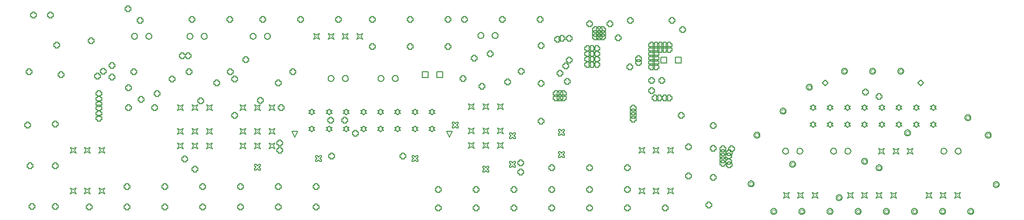
<source format=gbr>
%FSTAX26Y26*%
%MOMM*%
%SFA1B1*%

%IPPOS*%
%ADD67C,0.127000*%
%ADD82C,0.169330*%
%ADD83C,0.101600*%
%LNpcb1_drawing_1-1*%
%LPD*%
G54D67*
X-74168Y-12954D02*
X-7366D01*
Y-127*
X-73406*
Y-12192*
X-7366*
Y-11938*
X-74168*
Y-12192*
X-74422*
Y-127*
X-74168*
Y-12954*
X-67564D02*
X-67055999D01*
Y-127*
X-66801999*
Y-12192*
X-67055999*
Y-11938*
X-67564*
Y-12192*
X-67818*
Y-127*
X-67564*
Y-12954*
X-67055999Y-09398D02*
Y-09144D01*
X-66801999*
Y-08636*
X-67055999*
Y-08381999*
X-67564*
Y-08636*
X-67818*
Y-09144*
X-67564*
Y-09398*
X-67055999*
X-61214Y-127D02*
X-6096D01*
Y-12954*
X-60452*
Y-127*
X-60198*
Y-12192*
X-60452*
Y-11938*
X-6096*
Y-12192*
X-61214*
Y-127*
X-6096Y-09398D02*
X-60452D01*
Y-09144*
X-60198*
Y-08636*
X-60452*
Y-08381999*
X-6096*
Y-08636*
X-61214*
Y-09144*
X-6096*
Y-09398*
X-57531Y-04572D02*
X-57023D01*
Y-04318*
X-56769*
Y-0381*
X-57023*
Y-03556*
X-57531*
Y-0381*
X-57785*
Y-04318*
X-57531*
Y-04572*
X-55753Y-05334D02*
Y-05588D01*
X-56007*
Y-06096*
X-55753*
Y-0635*
X-55245*
Y-06096*
X-54991*
Y-05588*
X-55245*
Y-05334*
X-55753*
X-54356Y-08381999D02*
Y-08636D01*
X-5461*
Y-09144*
X-54356*
Y-09398*
X-53848*
Y-09144*
X-53594*
Y-08636*
X-53848*
Y-08381999*
X-54356*
Y-11938D02*
Y-12192D01*
X-5461*
Y-127*
X-54356*
Y-12954*
X-53848*
Y-127*
X-53594*
Y-12192*
X-53848*
Y-11938*
X-54356*
X-48006Y-127D02*
X-47752D01*
Y-12954*
X-47244*
Y-127*
X-4699*
Y-12192*
X-47244*
Y-11938*
X-47752*
Y-12192*
X-48006*
Y-127*
X-47752Y-09398D02*
X-47244D01*
Y-09144*
X-4699*
Y-08636*
X-47244*
Y-08381999*
X-47752*
Y-08636*
X-48006*
Y-09144*
X-47752*
Y-09398*
X-45085Y-05969D02*
X-44831D01*
X-44577Y-05715*
X-44323Y-05969*
X-44069*
Y-05715*
X-44323Y-05461*
X-44069Y-05207*
Y-04953*
X-44323*
X-44577Y-05207*
X-44831Y-04953*
X-45085*
Y-05207*
X-44831Y-05461*
X-45085Y-05715*
Y-05969*
X-41148Y-08381999D02*
Y-08636D01*
X-41402*
Y-09144*
X-41148*
Y-09398*
X-4064*
Y-09144*
X-40386*
Y-08636*
X-4064*
Y-08381999*
X-41148*
Y-11938D02*
Y-12192D01*
X-41402*
Y-127*
X-41148*
Y-12954*
X-4064*
Y-127*
X-40386*
Y-12192*
X-4064*
Y-11938*
X-41148*
X-34798Y-127D02*
X-34544D01*
Y-12954*
X-34036*
Y-127*
X-33782*
Y-12192*
X-34036*
Y-11938*
X-34544*
Y-12192*
X-34798*
Y-127*
X-34544Y-09398D02*
X-34036D01*
Y-09144*
X-33782*
Y-08636*
X-34036*
Y-08381999*
X-34544*
Y-08636*
X-34798*
Y-09144*
X-34544*
Y-09398*
X-34417Y-04445D02*
X-34163D01*
X-33909Y-04190999*
X-33655Y-04445*
X-33400999*
Y-04190999*
X-33655Y-03937*
X-33400999Y-03683*
Y-03429*
X-33655*
X-33909Y-03683*
X-34163Y-03429*
X-34417*
Y-03683*
X-34163Y-03937*
X-34417Y-04190999*
Y-04445*
X-31877Y-04064D02*
X-31369D01*
Y-0381*
X-31115*
Y-03302*
X-31369*
Y-03048*
X-31877*
Y-03302*
X-32131*
Y-0381*
X-31877*
Y-04064*
X-29556989Y00939977D02*
X-29302989D01*
X-29048989Y00685977*
X-28794989Y00939977*
X-28540989*
X-28794989Y01193977*
X-28540989Y01447977*
X-28794989*
X-29048989Y01701977*
X-29302989Y01447977*
X-29556989*
X-29302989Y01193977*
X-29556989Y00939977*
X-29598848Y0219776D02*
X-29090848D01*
Y0245176*
X-28836848*
Y0295976*
X-29090848*
Y0321376*
X-29598848*
Y0295976*
X-29852848*
Y0245176*
X-29598848*
Y0219776*
X-29556989Y03939997D02*
X-29302989D01*
X-29048989Y03685997*
X-28794989Y03939997*
X-28540989*
X-28794989Y04193997*
X-28540989Y04447997*
X-28794989*
X-29048989Y04701997*
X-29302989Y04447997*
X-29556989*
X-29302989Y04193997*
X-29556989Y03939997*
X-26556995D02*
X-26302995D01*
X-26048995Y03685997*
X-25794995Y03939997*
X-25540995*
X-25794995Y04193997*
X-25540995Y04447997*
X-25794995*
X-26048995Y04701997*
X-26302995Y04447997*
X-26556995*
X-26302995Y04193997*
X-26556995Y03939997*
Y01447977D02*
X-26302995Y01193977D01*
X-26556995Y00939977*
X-26302995*
X-26048995Y00685977*
X-25794995Y00939977*
X-25540995*
X-25794995Y01193977*
X-25540995Y01447977*
X-25794995*
X-26048995Y01701977*
X-26302995Y01447977*
X-26556995*
X-26931848Y0067376D02*
X-27185848D01*
Y0092776*
X-27693848*
Y0067376*
X-27947848*
Y0016576*
X-27693848*
Y-00088214*
X-27185848*
Y0016576*
X-26931848*
Y0067376*
X-23556976Y00939977D02*
X-23302976D01*
X-23048976Y00685977*
X-22794976Y00939977*
X-22540976*
X-22794976Y01193977*
X-22540976Y01447977*
X-22794976*
X-23048976Y01701977*
X-23302976Y01447977*
X-23556976*
X-23302976Y01193977*
X-23556976Y00939977*
Y03939997D02*
X-23302976D01*
X-23048976Y03685997*
X-22794976Y03939997*
X-22540976*
X-22794976Y04193997*
X-22540976Y04447997*
X-22794976*
X-23048976Y04701997*
X-23302976Y04447997*
X-23556976*
X-23302976Y04193997*
X-23556976Y03939997*
X-19431Y-03048D02*
Y-03302D01*
X-19685*
Y-0381*
X-19431*
Y-04064*
X-18923*
Y-0381*
X-18669*
Y-03302*
X-18923*
Y-03048*
X-19431*
X-17526Y-04445D02*
X-17272D01*
X-17018Y-04190999*
X-16763999Y-04445*
X-1651*
Y-04190999*
X-16763999Y-03937*
X-1651Y-03683*
Y-03429*
X-16763999*
X-17018Y-03683*
X-17272Y-03429*
X-17526*
Y-03683*
X-17272Y-03937*
X-17526Y-04190999*
Y-04445*
X-13208Y-0889D02*
Y-09144D01*
X-13462*
Y-09652*
X-13208*
Y-09906*
X-127*
Y-09652*
X-12446*
Y-09144*
X-127*
Y-0889*
X-13208*
Y-12065D02*
Y-12319D01*
X-13462*
Y-12827*
X-13208*
Y-13081*
X-127*
Y-12827*
X-12446*
Y-12319*
X-127*
Y-12065*
X-13208*
X-06858Y-12827D02*
X-06604D01*
Y-13081*
X-06096*
Y-12827*
X-05842*
Y-12319*
X-06096*
Y-12065*
X-06604*
Y-12319*
X-06858*
Y-12827*
X-05842Y-09652D02*
Y-09144D01*
X-06096*
Y-0889*
X-06604*
Y-09144*
X-06858*
Y-09652*
X-06604*
Y-09906*
X-06096*
Y-09652*
X-05842*
X-00254Y-12827D02*
X0D01*
Y-13081*
X00508*
Y-12827*
X00762*
Y-12319*
X00508*
Y-12065*
X0*
Y-12319*
X-00254*
Y-12827*
X0635D02*
X06604D01*
Y-13081*
X07112*
Y-12827*
X07366*
Y-12319*
X07112*
Y-12065*
X06604*
Y-12319*
X0635*
Y-12827*
X06604Y-09906D02*
X07112D01*
Y-09652*
X07366*
Y-09144*
X07112*
Y-0889*
X06604*
Y-09144*
X0635*
Y-09652*
X06604*
Y-09906*
X12954Y-12827D02*
X13208D01*
Y-13081*
X13716*
Y-12827*
X1397*
Y-12319*
X13716*
Y-12065*
X13208*
Y-12319*
X12954*
Y-12827*
X13208Y-09906D02*
X13716D01*
Y-09652*
X1397*
Y-09144*
X13716*
Y-0889*
X13208*
Y-09144*
X12954*
Y-09652*
X13208*
Y-09906*
Y-06096D02*
X13716D01*
Y-05842*
X1397*
Y-05334*
X13716*
Y-0508*
X13208*
Y-05334*
X12954*
Y-05842*
X13208*
Y-06096*
X09017Y-0381D02*
Y-03556D01*
X08763Y-03302*
X09017Y-03048*
Y-02794*
X08763*
X08509Y-03048*
X08255Y-02794*
X08001*
Y-03048*
X08255Y-03302*
X08001Y-03556*
Y-0381*
X08255*
X08509Y-03556*
X08763Y-0381*
X09017*
X07366Y-05334D02*
X07112D01*
Y-0508*
X06604*
Y-05334*
X0635*
Y-05842*
X06604*
Y-06096*
X07112*
Y-05842*
X07366*
Y-05334*
X08001Y00127D02*
X08255D01*
X08509Y00381*
X08763Y00127*
X09017*
Y00381*
X08763Y00635*
X09017Y00889*
Y01143*
X08763*
X08509Y00889*
X08255Y01143*
X08001*
Y00889*
X08255Y00635*
X08001Y00381*
Y00127*
Y06096D02*
X08509D01*
Y0635*
X08763*
Y06858*
X08509*
Y07112*
X08001*
Y06858*
X07747*
Y0635*
X08001*
Y06096*
X07874D02*
Y0635D01*
X08128*
Y06858*
X07874*
Y07112*
X07366*
Y06858*
X07112*
Y0635*
X07366*
Y06096*
X07874*
X08381999Y0635D02*
X08636D01*
Y06096*
X09144*
Y0635*
X09398*
Y06858*
X09144*
Y07112*
X08636*
Y06858*
X08381999*
Y0635*
X08509Y06858D02*
Y07112D01*
X08763*
Y0762*
X08509*
Y07874*
X08001*
Y0762*
X07747*
Y07112*
X08001*
Y06858*
X08509*
X08636D02*
X09144D01*
Y07112*
X09398*
Y0762*
X09144*
Y07874*
X08636*
Y0762*
X08381999*
Y07112*
X08636*
Y06858*
X07874D02*
Y07112D01*
X08128*
Y0762*
X07874*
Y07874*
X07366*
Y0762*
X07112*
Y07112*
X07366*
Y06858*
X07874*
X12827Y11938D02*
X13335D01*
Y12192*
X13589*
Y127*
X13335*
Y12954*
X12827*
Y127*
X12573*
Y12192*
X12827*
Y11938*
X136525D02*
X141605D01*
Y12192*
X144145*
Y127*
X141605*
Y12954*
X136525*
Y127*
X133985*
Y12192*
X136525*
Y11938*
X14478D02*
X14986D01*
Y12192*
X1524*
Y127*
X14986*
Y12954*
X14478*
Y127*
X14224*
Y12192*
X14478*
Y11938*
X14986Y12869316D02*
Y13123316D01*
X1524*
Y13631316*
X14986*
Y13885316*
X14478*
Y13631316*
X14224*
Y13123316*
X14478*
Y12869316*
X14986*
Y13800658D02*
Y14054658D01*
X1524*
Y14562658*
X14986*
Y14816658*
X14478*
Y14562658*
X14224*
Y14054658*
X14478*
Y13800658*
X14986*
Y14732D02*
Y14986D01*
X1524*
Y15494*
X14986*
Y15748*
X14478*
Y15494*
X14224*
Y14986*
X14478*
Y14732*
X14986*
X19939Y11811D02*
X20193D01*
Y11557*
X20701*
Y11811*
X20955*
Y12319*
X20701*
Y12573*
X20193*
Y12319*
X19939*
Y11811*
X20828Y05334D02*
Y0508D01*
X20574*
Y04572*
X20828*
Y04318*
X21336*
Y04572*
X2159*
Y0508*
X21336*
Y05334*
X20828*
Y04699D02*
Y04445D01*
X20574*
Y03937*
X20828*
Y03683*
X21336*
Y03937*
X2159*
Y04445*
X21336*
Y04699*
X20828*
Y04064D02*
Y0381D01*
X20574*
Y03302*
X20828*
Y03048*
X21336*
Y03302*
X2159*
Y0381*
X21336*
Y04064*
X20828*
Y03429D02*
Y03175D01*
X20574*
Y02667*
X20828*
Y02413*
X21336*
Y02667*
X2159*
Y03175*
X21336*
Y03429*
X20828*
X22050984Y-02032D02*
X22558984Y-02286D01*
X23066984Y-02032*
X22812984Y-0254*
X23066984Y-03048*
X22558984Y-02794*
X22050984Y-03048*
X22304984Y-0254*
X22050984Y-02032*
X20574Y-05334D02*
X2032D01*
Y-0508*
X19812*
Y-05334*
X19558*
Y-05842*
X19812*
Y-06096*
X2032*
Y-05842*
X20574*
Y-05334*
Y-09144D02*
X2032D01*
Y-0889*
X19812*
Y-09144*
X19558*
Y-09652*
X19812*
Y-09906*
X2032*
Y-09652*
X20574*
Y-09144*
X22050984D02*
X22558984Y-09398D01*
X23066984Y-09144*
X22812984Y-09652*
X23066984Y-1016*
X22558984Y-09906*
X22050984Y-1016*
X22304984Y-09652*
X22050984Y-09144*
X20574Y-12319D02*
X2032D01*
Y-12065*
X19812*
Y-12319*
X19558*
Y-12827*
X19812*
Y-13081*
X2032*
Y-12827*
X20574*
Y-12319*
X26162Y-12827D02*
X26416D01*
Y-13081*
X26924*
Y-12827*
X27178*
Y-12319*
X26924*
Y-12065*
X26416*
Y-12319*
X26162*
Y-12827*
X27051Y-1016D02*
X27305Y-09652D01*
X27051Y-09144*
X27559Y-09398*
X28067Y-09144*
X27813Y-09652*
X28067Y-1016*
X27559Y-09906*
X27051Y-1016*
X34036Y-12573D02*
X34544D01*
Y-12319*
X34798*
Y-11811*
X34544*
Y-11557*
X34036*
Y-11811*
X33782*
Y-12319*
X34036*
Y-12573*
X35306Y-07747D02*
Y-07493D01*
X3556*
Y-06985*
X35306*
Y-06731*
X34798*
Y-06985*
X34544*
Y-07493*
X34798*
Y-07747*
X35306*
X36449Y-05334D02*
X36957D01*
Y-0508*
X37211*
Y-04572*
X36957*
Y-04318*
X36449*
Y-04572*
X36195*
Y-0508*
X36449*
Y-05334*
Y-04699D02*
X36957D01*
Y-04445*
X37211*
Y-03937*
X36957*
Y-03683*
X36449*
Y-03937*
X36195*
Y-04445*
X36449*
Y-04699*
X37211D02*
X37465D01*
Y-04953*
X37973*
Y-04699*
X38227*
Y-04190999*
X37973*
Y-03937*
X37465*
Y-04190999*
X37211*
Y-04699*
X37338Y-04826D02*
Y-05334D01*
X37592*
Y-05588*
X381*
Y-05334*
X38354*
Y-04826*
X381*
Y-04572*
X37592*
Y-04826*
X37338*
X37465Y-04064D02*
X37973D01*
Y-0381*
X38227*
Y-03302*
X37973*
Y-03048*
X37465*
Y-03302*
X37211*
Y-0381*
X37465*
Y-04064*
X36957D02*
Y-0381D01*
X37211*
Y-03302*
X36957*
Y-03048*
X36449*
Y-03302*
X36195*
Y-0381*
X36449*
Y-04064*
X36957*
Y-03429D02*
Y-03175D01*
X37211*
Y-02667*
X36957*
Y-02413*
X36449*
Y-02667*
X36195*
Y-03175*
X36449*
Y-03429*
X36957*
X37592D02*
X381D01*
Y-03175*
X38354*
Y-02667*
X381*
Y-02413*
X37592*
Y-02667*
X37338*
Y-03175*
X37592*
Y-03429*
X37973Y-02794D02*
X38481D01*
Y-0254*
X38735*
Y-02032*
X38481*
Y-01778*
X37973*
Y-02032*
X37719*
Y-0254*
X37973*
Y-02794*
X36957D02*
Y-0254D01*
X37211*
Y-02032*
X36957*
Y-01778*
X36449*
Y-02032*
X36195*
Y-0254*
X36449*
Y-02794*
X36957*
X35306Y-02667D02*
Y-02413D01*
X3556*
Y-01905*
X35306*
Y-01651*
X34798*
Y-01905*
X34544*
Y-02413*
X34798*
Y-02667*
X35306*
Y0127D02*
Y01524D01*
X3556*
Y02032*
X35306*
Y02286*
X34798*
Y02032*
X34544*
Y01524*
X34798*
Y0127*
X35306*
X31242Y-01651D02*
X30988D01*
Y-01397*
X3048*
Y-01651*
X30226*
Y-02159*
X3048*
Y-02413*
X30988*
Y-02159*
X31242*
Y-01651*
Y-06731D02*
X30988D01*
Y-06477*
X3048*
Y-06731*
X30226*
Y-07239*
X3048*
Y-07493*
X30988*
Y-07239*
X31242*
Y-06731*
X28067Y-03048D02*
X27559Y-02794D01*
X27051Y-03048*
X27305Y-0254*
X27051Y-02032*
X27559Y-02286*
X28067Y-02032*
X27813Y-0254*
X28067Y-03048*
X2921Y03048D02*
X29718D01*
Y03302*
X29972*
Y0381*
X29718*
Y04064*
X2921*
Y0381*
X28956*
Y03302*
X2921*
Y03048*
X27559Y06096D02*
Y0635D01*
X27813*
Y06858*
X27559*
Y07112*
X27051*
Y06858*
X26797*
Y0635*
X27051*
Y06096*
X27559*
X27051Y0635D02*
Y06858D01*
X26797*
Y07112*
X26289*
Y06858*
X26035*
Y0635*
X26289*
Y06096*
X26797*
Y0635*
X27051*
X26289Y09144D02*
Y09398D01*
X26543*
Y09906*
X26289*
Y1016*
X25781*
Y09906*
X25527*
Y09398*
X25781*
Y09144*
X26289*
X24511D02*
Y09398D01*
X24765*
Y09906*
X24511*
Y1016*
X24003*
Y09906*
X23749*
Y09398*
X24003*
Y09144*
X24511*
Y08381999D02*
X24003D01*
Y08128*
X23749*
Y0762*
X24003*
Y07366*
X24511*
Y0762*
X24765*
Y08128*
X24511*
Y08381999*
Y11557D02*
Y11811D01*
X24765*
Y12319*
X24511*
Y12573*
X24003*
Y12319*
X23749*
Y11811*
X24003*
Y11557*
X24511*
X24765D02*
X25273D01*
Y11811*
X25527*
Y12319*
X25273*
Y12573*
X24765*
Y13081*
X24511*
Y13335*
X24003*
Y13081*
X23749*
Y12573*
X24003*
Y12319*
X24511*
Y12573*
X24765*
Y12319*
X24511*
Y11811*
X24765*
Y11557*
X24638Y07112D02*
Y06858D01*
X24384*
Y0635*
X24638*
Y06096*
X25146*
Y0635*
X254*
Y06096*
X25908*
Y0635*
X26162*
Y06858*
X25908*
Y07112*
X254*
Y06858*
X25146*
Y0635*
X254*
Y06858*
X25146*
Y07112*
X24638*
X24550979Y-02032D02*
X25058979Y-02286D01*
X25566979Y-02032*
X25312979Y-0254*
X25566979Y-03048*
X25058979Y-02794*
X24550979Y-03048*
X24804979Y-0254*
X24550979Y-02032*
Y-09144D02*
X25058979Y-09398D01*
X25566979Y-09144*
X25312979Y-09652*
X25566979Y-1016*
X25058979Y-09906*
X24550979Y-1016*
X24804979Y-09652*
X24550979Y-09144*
X47283979Y-09906D02*
X47791979Y-1016D01*
X48299979Y-09906*
X48045979Y-10414*
X48299979Y-10922*
X47791979Y-10668*
X47283979Y-10922*
X47537979Y-10414*
X47283979Y-09906*
X49784D02*
X50292Y-1016D01*
X508Y-09906*
X50546Y-10414*
X508Y-10922*
X50292Y-10668*
X49784Y-10922*
X50038Y-10414*
X49784Y-09906*
X52283995D02*
X52791995Y-1016D01*
X53299995Y-09906*
X53045995Y-10414*
X53299995Y-10922*
X52791995Y-10668*
X52283995Y-10922*
X52537995Y-10414*
X52283995Y-09906*
X58479969D02*
X58987969Y-1016D01*
X59495969Y-09906*
X59241969Y-10414*
X59495969Y-10922*
X58987969Y-10668*
X58479969Y-10922*
X58733969Y-10414*
X58479969Y-09906*
X60979989D02*
X61487989Y-1016D01*
X61995989Y-09906*
X61741989Y-10414*
X61995989Y-10922*
X61487989Y-10668*
X60979989Y-10922*
X61233989Y-10414*
X60979989Y-09906*
X63479984D02*
X63987984Y-1016D01*
X64495984Y-09906*
X64241984Y-10414*
X64495984Y-10922*
X63987984Y-10668*
X63479984Y-10922*
X63733984Y-10414*
X63479984Y-09906*
X65979979D02*
X66487979Y-1016D01*
X66995979Y-09906*
X66741979Y-10414*
X66995979Y-10922*
X66487979Y-10668*
X65979979Y-10922*
X66233979Y-10414*
X65979979Y-09906*
X72175979D02*
X72683979Y-1016D01*
X73191979Y-09906*
X72937979Y-10414*
X73191979Y-10922*
X72683979Y-10668*
X72175979Y-10922*
X72429979Y-10414*
X72175979Y-09906*
X74676D02*
X75184Y-1016D01*
X75692Y-09906*
X75438Y-10414*
X75692Y-10922*
X75184Y-10668*
X74676Y-10922*
X7493Y-10414*
X74676Y-09906*
X77175995D02*
X77683995Y-1016D01*
X78191995Y-09906*
X77937995Y-10414*
X78191995Y-10922*
X77683995Y-10668*
X77175995Y-10922*
X77429995Y-10414*
X77175995Y-09906*
X69936995Y-03175D02*
X69428995Y-02921D01*
X68920995Y-03175*
X69174995Y-02667*
X68920995Y-02159*
X69428995Y-02413*
X69936995Y-02159*
X69682995Y-02667*
X69936995Y-03175*
X72959976Y0169898D02*
X73213976D01*
X73467976Y0144498*
X73721976Y0169898*
X73975976*
X73721976Y0195298*
X73975976Y0220698*
X73721976*
X73467976Y0246098*
X73213976Y0220698*
X72959976*
X73213976Y0195298*
X72959976Y0169898*
Y04699D02*
X73213976D01*
X73467976Y04445*
X73721976Y04699*
X73975976*
X73721976Y04953*
X73975976Y05207*
X73721976*
X73467976Y05461*
X73213976Y05207*
X72959976*
X73213976Y04953*
X72959976Y04699*
X71815985Y09272981D02*
X71307985Y08764981D01*
X70799985Y09272981*
X71307985Y09780981*
X71815985Y09272981*
X70975982Y05207D02*
X70721982D01*
X70467982Y05461*
X70213982Y05207*
X69959982*
X70213982Y04953*
X69959982Y04699*
X70213982*
X70467982Y04445*
X70721982Y04699*
X70975982*
X70721982Y04953*
X70975982Y05207*
X67975988D02*
X67721988D01*
X67467988Y05461*
X67213988Y05207*
X66959987*
X67213988Y04953*
X66959987Y04699*
X67213988*
X67467988Y04445*
X67721988Y04699*
X67975988*
X67721988Y04953*
X67975988Y05207*
Y0220698D02*
X67721988D01*
X67467988Y0246098*
X67213988Y0220698*
X66959987*
X67213988Y0195298*
X66959987Y0169898*
X67213988*
X67467988Y0144498*
X67721988Y0169898*
X67975988*
X67721988Y0195298*
X67975988Y0220698*
X69959982D02*
X70213982Y0195298D01*
X69959982Y0169898*
X70213982*
X70467982Y0144498*
X70721982Y0169898*
X70975982*
X70721982Y0195298*
X70975982Y0220698*
X70721982*
X70467982Y0246098*
X70213982Y0220698*
X69959982*
X64975994Y04699D02*
X64721994Y04953D01*
X64975994Y05207*
X64721994*
X64467994Y05461*
X64213994Y05207*
X63959994*
X64213994Y04953*
X63959994Y04699*
X64213994*
X64467994Y04445*
X64721994Y04699*
X64975994*
X64262Y0635D02*
Y06604D01*
X64516*
Y07112*
X64262*
Y07366*
X63754*
Y07112*
X635*
Y06604*
X63754*
Y0635*
X64262*
X64467994Y0246098D02*
X64213994Y0220698D01*
X63959994*
X64213994Y0195298*
X63959994Y0169898*
X64213994*
X64467994Y0144498*
X64721994Y0169898*
X64975994*
X64721994Y0195298*
X64975994Y0220698*
X64721994*
X64467994Y0246098*
X64428979Y-02413D02*
X64936979Y-02159D01*
X64682979Y-02667*
X64936979Y-03175*
X64428979Y-02921*
X63920979Y-03175*
X64174979Y-02667*
X63920979Y-02159*
X64428979Y-02413*
X66421Y-02159D02*
X66928999Y-02413D01*
X67437Y-02159*
X67183Y-02667*
X67437Y-03175*
X66928999Y-02921*
X66421Y-03175*
X66674999Y-02667*
X66421Y-02159*
X61976Y0169898D02*
X61722Y0195298D01*
X61976Y0220698*
X61722*
X61468Y0246098*
X61214Y0220698*
X6096*
X61214Y0195298*
X6096Y0169898*
X61214*
X61468Y0144498*
X61722Y0169898*
X61976*
Y04699D02*
X61722Y04953D01*
X61976Y05207*
X61722*
X61468Y05461*
X61214Y05207*
X6096*
X61214Y04953*
X6096Y04699*
X61214*
X61468Y04445*
X61722Y04699*
X61976*
X61849Y07112D02*
Y07366D01*
X62103*
Y07874*
X61849*
Y08128*
X61341*
Y07874*
X61087*
Y07366*
X61341*
Y07112*
X61849*
X5897598Y05207D02*
X5872198D01*
X5846798Y05461*
X5821398Y05207*
X5795998*
X5821398Y04953*
X5795998Y04699*
X5821398*
X5846798Y04445*
X5872198Y04699*
X5897598*
X5872198Y04953*
X5897598Y05207*
X55975986D02*
X55721986D01*
X55467986Y05461*
X55213986Y05207*
X54959986*
X55213986Y04953*
X54959986Y04699*
X55213986*
X55467986Y04445*
X55721986Y04699*
X55975986*
X55721986Y04953*
X55975986Y05207*
Y0220698D02*
X55721986D01*
X55467986Y0246098*
X55213986Y0220698*
X54959986*
X55213986Y0195298*
X54959986Y0169898*
X55213986*
X55467986Y0144498*
X55721986Y0169898*
X55975986*
X55721986Y0195298*
X55975986Y0220698*
X5795998D02*
X5821398Y0195298D01*
X5795998Y0169898*
X5821398*
X5846798Y0144498*
X5872198Y0169898*
X5897598*
X5872198Y0195298*
X5897598Y0220698*
X5872198*
X5846798Y0246098*
X5821398Y0220698*
X5795998*
X52975992Y04699D02*
X52721992Y04953D01*
X52975992Y05207*
X52721992*
X52467992Y05461*
X52213992Y05207*
X51959992*
X52213992Y04953*
X51959992Y04699*
X52213992*
X52467992Y04445*
X52721992Y04699*
X52975992*
Y0220698D02*
X52721992D01*
X52467992Y0246098*
X52213992Y0220698*
X51959992*
X52213992Y0195298*
X51959992Y0169898*
X52213992*
X52467992Y0144498*
X52721992Y0169898*
X52975992*
X52721992Y0195298*
X52975992Y0220698*
X54119983Y09272981D02*
X54627983Y09780981D01*
X55135983Y09272981*
X54627983Y08764981*
X54119983Y09272981*
X28321Y20447D02*
X28067D01*
Y20701*
X27559*
Y20447*
X27305*
Y19939*
X27559*
Y19685*
X28067*
Y19939*
X28321*
Y20447*
X29464Y1905D02*
Y18796D01*
X2921*
Y18288*
X29464*
Y18034*
X29972*
Y18288*
X30226*
Y18796*
X29972*
Y1905*
X29464*
X27559Y16383D02*
X27051D01*
Y16129*
X26797*
Y15621*
X27051*
Y15367*
X26797*
Y14859*
X27051*
Y14605*
X27559*
Y14859*
X27813*
Y15367*
X27559*
Y15621*
X27051*
Y15367*
X27559*
Y15621*
X27813*
Y16129*
X27559*
Y16383*
X27051Y16129D02*
X26797D01*
Y16383*
X26289*
Y16129*
X26035*
Y16383*
X25527*
Y16129*
X25273*
Y15621*
X25527*
Y15367*
X26035*
Y15621*
X26289*
Y16129*
X26035*
Y15621*
X26289*
Y15367*
X26797*
Y15621*
X27051*
Y16129*
Y15367D02*
X26797D01*
Y15621*
X26289*
Y15367*
X26035*
Y15621*
X25527*
Y16129*
X25273*
Y16383*
X24765*
Y16129*
X24511*
Y16383*
X24003*
Y16129*
X23749*
Y15621*
X24003*
Y15367*
X24511*
Y15621*
X24765*
Y16129*
X24511*
Y15621*
X24765*
Y15367*
X25273*
Y15621*
X25527*
Y15367*
X25273*
Y15621*
X24765*
Y15367*
X24511*
Y15621*
X24003*
Y15367*
X23749*
Y14859*
X24003*
Y14605*
X24511*
Y14859*
X24765*
Y15367*
X24511*
Y14859*
X24765*
Y14605*
X25273*
Y14859*
X25527*
Y15367*
X25273*
Y14859*
X25527*
Y14605*
X26035*
Y14859*
X26289*
Y15367*
X26035*
Y14859*
X26289*
Y14605*
X26797*
Y14859*
X27051*
Y15367*
X26924Y13716D02*
Y127D01*
X25908*
Y13716*
X26924*
X28448D02*
X29464D01*
Y127*
X28448*
Y13716*
X25527Y13843D02*
X25273D01*
Y14097*
X24765*
Y14605*
X24511*
Y14859*
X24003*
Y14605*
X23749*
Y14097*
X24003*
Y13843*
X23749*
Y13335*
X24003*
Y13081*
X24511*
Y13335*
X24765*
Y13843*
X24511*
Y14097*
X24003*
Y13843*
X24511*
Y14097*
X24765*
Y13843*
X24511*
Y13335*
X24765*
Y13081*
X25273*
Y13335*
X25527*
Y13843*
X25273D02*
Y14097D01*
X25527*
Y14605*
X25273*
Y14859*
X24765*
Y14605*
X24511*
Y14097*
X24765*
Y13843*
X25273*
Y13335D02*
X24765D01*
Y13081*
X24511*
Y12573*
X24765*
Y12319*
X25273*
Y12573*
X25527*
Y13081*
X25273*
Y13335*
X18923Y16891D02*
Y17399D01*
X18669*
Y17653*
X18161*
Y17399*
X17907*
Y16891*
X18161*
Y16637*
X18669*
Y16891*
X18923*
X2032Y19685D02*
X20828D01*
Y19939*
X21082*
Y20447*
X20828*
Y20701*
X2032*
Y20447*
X20066*
Y19939*
X2032*
Y19685*
X21717Y1397D02*
Y13716D01*
X21463*
Y13208*
X21717*
Y12954*
X22225*
Y13208*
X22479*
Y13716*
X22225*
Y1397*
X21717*
Y13335D02*
Y13081D01*
X21463*
Y12573*
X21717*
Y12319*
X22225*
Y12573*
X22479*
Y13081*
X22225*
Y13335*
X21717*
X16002Y16763999D02*
Y17018D01*
X16256*
Y17526*
X16002*
Y1778*
X15494*
Y17526*
X1524*
Y17018*
X15494*
Y16763999*
X16002*
X15367D02*
Y17018D01*
X15621*
Y17526*
X15367*
Y1778*
X14859*
Y17526*
X14605*
Y17018*
X14859*
Y16763999*
X15367*
X14986Y17018D02*
Y17526D01*
X14732*
Y1778*
X14224*
Y17526*
X1397*
Y17018*
X14224*
Y16763999*
X14732*
Y17018*
X14986*
X14859Y17399D02*
X15367D01*
Y17653*
X15621*
Y18161*
X15367*
Y18415*
X14859*
Y18161*
X14605*
Y17653*
X14859*
Y17399*
X14732D02*
Y17653D01*
X14986*
Y18161*
X14732*
Y18415*
X14224*
Y18161*
X1397*
Y17653*
X14224*
Y17399*
X14732*
Y18034D02*
Y18288D01*
X14986*
Y18796*
X14732*
Y1905*
X14224*
Y18796*
X1397*
Y18288*
X14224*
Y18034*
X14732*
X14859D02*
X15367D01*
Y18288*
X15621*
Y18796*
X15367*
Y1905*
X14859*
Y18796*
X14605*
Y18288*
X14859*
Y18034*
X1524Y18161D02*
Y17653D01*
X15494*
Y17399*
X16002*
Y17653*
X16256*
Y18161*
X16002*
Y18415*
X15494*
Y18161*
X1524*
Y18288D02*
X15494D01*
Y18034*
X16002*
Y18288*
X16256*
Y18796*
X16002*
Y1905*
X15494*
Y18796*
X1524*
Y18288*
X16763999Y1905D02*
X17272D01*
Y19304*
X17526*
Y19812*
X17272*
Y20066*
X16763999*
Y19812*
X1651*
Y19304*
X16763999*
Y1905*
X13716D02*
Y19304D01*
X1397*
Y19812*
X13716*
Y20066*
X13208*
Y19812*
X12954*
Y19304*
X13208*
Y1905*
X13716*
X136525Y15748D02*
Y15494D01*
X133985*
Y14986*
X136525*
Y14732*
X141605*
Y14986*
X144145*
Y15494*
X141605*
Y15748*
X136525*
X13589Y15494D02*
X13335D01*
Y15748*
X12827*
Y15494*
X12573*
Y14986*
X12827*
Y14732*
X13335*
Y14986*
X13589*
Y15494*
X136525Y14816658D02*
Y14562658D01*
X133985*
Y14054658*
X136525*
Y13800658*
X141605*
Y14054658*
X144145*
Y14562658*
X141605*
Y14816658*
X136525*
X13589Y14562658D02*
X13335D01*
Y14816658*
X12827*
Y14562658*
X12573*
Y14054658*
X12827*
Y13800658*
X13335*
Y14054658*
X13589*
Y14562658*
X136525Y13885316D02*
Y13631316D01*
X133985*
Y13123316*
X136525*
Y12869316*
X141605*
Y13123316*
X144145*
Y13631316*
X141605*
Y13885316*
X136525*
X13589Y13631316D02*
X13335D01*
Y13885316*
X12827*
Y13631316*
X12573*
Y13123316*
X12827*
Y12869316*
X13335*
Y13123316*
X13589*
Y13631316*
X1016Y1651D02*
Y16763999D01*
X10414*
Y17272*
X1016*
Y17526*
X09652*
Y17272*
X09398*
Y16763999*
X09652*
Y1651*
X1016*
X0889D02*
Y16763999D01*
X09144*
Y17272*
X0889*
Y17526*
X08381999*
Y17272*
X08128*
Y16763999*
X08381999*
Y1651*
X0889*
X08381999Y16637D02*
Y17145D01*
X08128*
Y17399*
X0762*
Y17145*
X07366*
Y16637*
X0762*
Y16383*
X08128*
Y16637*
X08381999*
X09652Y13716D02*
Y13462D01*
X09398*
Y12954*
X09652*
Y127*
X1016*
Y12954*
X10414*
Y13462*
X1016*
Y13716*
X09652*
X09525Y127D02*
X09017D01*
Y12446*
X08763*
Y11938*
X09017*
Y11684*
X09525*
Y11938*
X09779*
Y12446*
X09525*
Y127*
X08763Y11176D02*
X08509D01*
Y1143*
X08001*
Y11176*
X07747*
Y10668*
X08001*
Y10414*
X08509*
Y10668*
X08763*
Y11176*
X09271Y10033D02*
Y09779D01*
X09017*
Y09271*
X09271*
Y09017*
X09779*
Y09271*
X10033*
Y09779*
X09779*
Y10033*
X09271*
X05207Y1524D02*
Y15494D01*
X05461*
Y16002*
X05207*
Y16256*
X04699*
Y16002*
X04445*
Y15494*
X04699*
Y1524*
X05207*
Y09652D02*
X04699D01*
Y09398*
X04445*
Y0889*
X04699*
Y08636*
X05207*
Y0889*
X05461*
Y09398*
X05207*
Y09652*
X01778Y10795D02*
Y11049D01*
X02032*
Y11557*
X01778*
Y11811*
X0127*
Y11557*
X01016*
Y11049*
X0127*
Y10795*
X01778*
X-00381Y09652D02*
X-00635D01*
Y09906*
X-01143*
Y09652*
X-01397*
Y09144*
X-01143*
Y0889*
X-00635*
Y09144*
X-00381*
Y09652*
X-01651Y05588D02*
X-01905Y0508D01*
X-01651Y04572*
X-02159Y04826*
X-02667Y04572*
X-02413Y0508*
X-02667Y05588*
X-02159Y05334*
X-01651Y05588*
Y01397D02*
X-01905Y00889D01*
X-01651Y00381*
X-02159Y00635*
X-02667Y00381*
X-02413Y00889*
X-02667Y01397*
X-02159Y01143*
X-01651Y01397*
X-00508Y00508D02*
Y00254D01*
X-00254Y0*
X-00508Y-00254*
Y-00508*
X-00254*
X0Y-00254*
X00254Y-00508*
X00508*
Y-00254*
X00254Y0*
X00508Y00254*
Y00508*
X00254*
X0Y00254*
X-00254Y00508*
X-00508*
X-01651Y-01143D02*
X-01905Y-01651D01*
X-01651Y-02159*
X-02159Y-01905*
X-02667Y-02159*
X-02413Y-01651*
X-02667Y-01143*
X-02159Y-01397*
X-01651Y-01143*
X01143Y-04190999D02*
Y-04445D01*
X00889*
Y-04953*
X01143*
Y-05207*
X01651*
Y-04953*
X01905*
Y-04445*
X01651*
Y-04190999*
X01143*
X00508Y-04445D02*
X00254D01*
X0Y-04699*
X-00254Y-04445*
X-00508*
Y-04699*
X-00254Y-04953*
X-00508Y-05207*
Y-05461*
X-00254*
X0Y-05207*
X00254Y-05461*
X00508*
Y-05207*
X00254Y-04953*
X00508Y-04699*
Y-04445*
X01143Y-05842D02*
Y-06096D01*
X00889*
Y-06604*
X01143*
Y-06858*
X01651*
Y-06604*
X01905*
Y-06096*
X01651*
Y-05842*
X01143*
X00762Y-09144D02*
X00508D01*
Y-0889*
X0*
Y-09144*
X-00254*
Y-09652*
X0*
Y-09906*
X00508*
Y-09652*
X00762*
Y-09144*
X-04190999Y-0635D02*
Y-06096D01*
X-04445Y-05842*
X-04190999Y-05588*
Y-05334*
X-04445*
X-04699Y-05588*
X-04953Y-05334*
X-05207*
Y-05588*
X-04953Y-05842*
X-05207Y-06096*
Y-0635*
X-04953*
X-04699Y-06096*
X-04445Y-0635*
X-04190999*
Y-02159D02*
X-04699Y-01905D01*
X-05207Y-02159*
X-04953Y-01651*
X-05207Y-01143*
X-04699Y-01397*
X-04190999Y-01143*
X-04445Y-01651*
X-04190999Y-02159*
Y00381D02*
X-04699Y00635D01*
X-05207Y00381*
X-04953Y00889*
X-05207Y01397*
X-04699Y01143*
X-04190999Y01397*
X-04445Y00889*
X-04190999Y00381*
Y04572D02*
X-04699Y04826D01*
X-05207Y04572*
X-04953Y0508*
X-05207Y05588*
X-04699Y05334*
X-04190999Y05588*
X-04445Y0508*
X-04190999Y04572*
X-0508Y08128D02*
Y08381999D01*
X-04826*
Y0889*
X-0508*
Y09144*
X-05588*
Y0889*
X-05842*
Y08381999*
X-05588*
Y08128*
X-0508*
X-04190999Y13843D02*
X-03683D01*
Y14097*
X-03429*
Y14605*
X-03683*
Y14859*
X-04190999*
Y14605*
X-04445*
Y14097*
X-04190999*
Y13843*
X-01524Y19812D02*
Y20066D01*
X-0127*
Y20574*
X-01524*
Y20828*
X-02032*
Y20574*
X-02286*
Y20066*
X-02032*
Y19812*
X-01524*
X04572D02*
X0508D01*
Y20066*
X05334*
Y20574*
X0508*
Y20828*
X04572*
Y20574*
X04318*
Y20066*
X04572*
Y19812*
X-07874Y20574D02*
X-08128D01*
Y20828*
X-08636*
Y20574*
X-0889*
Y20066*
X-08636*
Y19812*
X-08128*
Y20066*
X-07874*
Y20574*
X-10795D02*
X-11049D01*
Y20828*
X-11557*
Y20574*
X-11811*
Y20066*
X-11557*
Y19812*
X-11049*
Y20066*
X-10795*
Y20574*
X-17399D02*
X-17653D01*
Y20828*
X-18161*
Y20574*
X-18415*
Y20066*
X-18161*
Y19812*
X-17653*
Y20066*
X-17399*
Y20574*
X-18415Y15875D02*
Y15367D01*
X-18161*
Y15113*
X-17653*
Y15367*
X-17399*
Y15875*
X-17653*
Y16129*
X-18161*
Y15875*
X-18415*
X-15748Y11176D02*
X-14732D01*
Y1016*
X-15748*
Y11176*
X-16540988Y04447997D02*
X-16794988D01*
X-17048988Y04701997*
X-17302988Y04447997*
X-17556988*
X-17302988Y04193997*
X-17556988Y03939997*
X-17302988*
X-17048988Y03685997*
X-16794988Y03939997*
X-16540988*
X-16794988Y04193997*
X-16540988Y04447997*
X-14556994D02*
X-14302994Y04193997D01*
X-14556994Y03939997*
X-14302994*
X-14048994Y03685997*
X-13794994Y03939997*
X-13540994*
X-13794994Y04193997*
X-13540994Y04447997*
X-13794994*
X-14048994Y04701997*
X-14302994Y04447997*
X-14556994*
Y01447977D02*
X-14302994Y01193977D01*
X-14556994Y00939977*
X-14302994*
X-14048994Y00685977*
X-13794994Y00939977*
X-13540994*
X-13794994Y01193977*
X-13540994Y01447977*
X-13794994*
X-14048994Y01701977*
X-14302994Y01447977*
X-14556994*
X-16540988D02*
X-16794988D01*
X-17048988Y01701977*
X-17302988Y01447977*
X-17556988*
X-17302988Y01193977*
X-17556988Y00939977*
X-17302988*
X-17048988Y00685977*
X-16794988Y00939977*
X-16540988*
X-16794988Y01193977*
X-16540988Y01447977*
X-11049Y-00254D02*
X-11557Y00762D01*
X-10541*
X-11049Y-00254*
X-07747Y-01143D02*
X-07239Y-01397D01*
X-06731Y-01143*
X-06985Y-01651*
X-06731Y-02159*
X-07239Y-01905*
X-07747Y-02159*
X-07493Y-01651*
X-07747Y-01143*
Y00381D02*
X-07493Y00889D01*
X-07747Y01397*
X-07239Y01143*
X-06731Y01397*
X-06985Y00889*
X-06731Y00381*
X-07239Y00635*
X-07747Y00381*
X-09525Y01397D02*
Y01651D01*
X-09779Y01905*
X-09525Y02159*
Y02413*
X-09779*
X-10033Y02159*
X-10287Y02413*
X-10541*
Y02159*
X-10287Y01905*
X-10541Y01651*
Y01397*
X-10287*
X-10033Y01651*
X-09779Y01397*
X-09525*
X-07747Y04572D02*
X-07493Y0508D01*
X-07747Y05588*
X-07239Y05334*
X-06731Y05588*
X-06985Y0508*
X-06731Y04572*
X-07239Y04826*
X-07747Y04572*
X-08381999Y09525D02*
Y09779D01*
X-08128*
Y10287*
X-08381999*
Y10541*
X-0889*
Y10287*
X-09144*
Y09779*
X-0889*
Y09525*
X-08381999*
X-06985Y13081D02*
X-06477D01*
Y13335*
X-06223*
Y13843*
X-06477*
Y14097*
X-06985*
Y13843*
X-07239*
Y13335*
X-06985*
Y13081*
X-11049Y15113D02*
Y15367D01*
X-10795*
Y15875*
X-11049*
Y16129*
X-11557*
Y15875*
X-11811*
Y15367*
X-11557*
Y15113*
X-11049*
X-12192Y11176D02*
Y1016D01*
X-13208*
Y11176*
X-12192*
X-19540982Y04447997D02*
X-19794982D01*
X-20048982Y04701997*
X-20302982Y04447997*
X-20556982*
X-20302982Y04193997*
X-20556982Y03939997*
X-20302982*
X-20048982Y03685997*
X-19794982Y03939997*
X-19540982*
X-19794982Y04193997*
X-19540982Y04447997*
Y01447977D02*
X-19794982D01*
X-20048982Y01701977*
X-20302982Y01447977*
X-20556982*
X-20302982Y01193977*
X-20556982Y00939977*
X-20302982*
X-20048982Y00685977*
X-19794982Y00939977*
X-19540982*
X-19794982Y01193977*
X-19540982Y01447977*
X-24257Y15113D02*
Y15367D01*
X-24003*
Y15875*
X-24257*
Y16129*
X-24765*
Y15875*
X-25019*
Y15367*
X-24765*
Y15113*
X-24257*
X-26201979Y16891D02*
X-26709979Y17145D01*
X-27217979Y16891*
X-26963979Y17399*
X-27217979Y17907*
X-26709979Y17653*
X-26201979Y17907*
X-26455979Y17399*
X-26201979Y16891*
X-24765Y19812D02*
X-24257D01*
Y20066*
X-24003*
Y20574*
X-24257*
Y20828*
X-24765*
Y20574*
X-25019*
Y20066*
X-24765*
Y19812*
X-29946346Y20565262D02*
X-30200346D01*
Y20819262*
X-30708346*
Y20565262*
X-30962346*
Y20057262*
X-30708346*
Y19803262*
X-30200346*
Y20057262*
X-29946346*
Y20565262*
X-29718Y17907D02*
X-2921Y17653D01*
X-28702Y17907*
X-28956Y17399*
X-28702Y16891*
X-2921Y17145*
X-29718Y16891*
X-29464Y17399*
X-29718Y17907*
X-31201995D02*
X-31455995Y17399D01*
X-31201995Y16891*
X-31709995Y17145*
X-32217995Y16891*
X-31963995Y17399*
X-32217995Y17907*
X-31709995Y17653*
X-31201995Y17907*
X-3370199D02*
X-3395599Y17399D01*
X-3370199Y16891*
X-3420999Y17145*
X-3471799Y16891*
X-3446399Y17399*
X-3471799Y17907*
X-3420999Y17653*
X-3370199Y17907*
X-36550346Y20565262D02*
X-36804346D01*
Y20819262*
X-37312346*
Y20565262*
X-37566346*
Y20057262*
X-37312346*
Y19803262*
X-36804346*
Y20057262*
X-36550346*
Y20565262*
X-43154346D02*
X-43408346D01*
Y20819262*
X-43916346*
Y20565262*
X-44170346*
Y20057262*
X-43916346*
Y19803262*
X-43408346*
Y20057262*
X-43154346*
Y20565262*
X-48869346D02*
X-49123346D01*
Y20819262*
X-49631346*
Y20565262*
X-49885346*
Y20057262*
X-49631346*
Y19803262*
X-49123346*
Y20057262*
X-48869346*
Y20565262*
X-47117Y13589D02*
Y13081D01*
X-46863*
Y12827*
X-46355*
Y13081*
X-46101*
Y13589*
X-46355*
Y13843*
X-46863*
Y13589*
X-47117*
X-48768Y1143D02*
X-49022D01*
Y11684*
X-4953*
Y1143*
X-49784*
Y10922*
X-4953*
Y10668*
X-49022*
Y10922*
X-48768*
Y1143*
Y10414D02*
Y1016D01*
X-49022*
Y09652*
X-48768*
Y09398*
X-4826*
Y09652*
X-48006*
Y1016*
X-4826*
Y10414*
X-48768*
X-47625Y05461D02*
X-47117Y05207D01*
X-46609Y05461*
X-46863Y04953*
X-46609Y04445*
X-47117Y04699*
X-47625Y04445*
X-47371Y04953*
X-47625Y05461*
X-4826Y04064D02*
X-48768D01*
Y0381*
X-49022*
Y03302*
X-48768*
Y03048*
X-4826*
Y03302*
X-48006*
Y0381*
X-4826*
Y04064*
X-47625Y0127D02*
X-47117Y01016D01*
X-46609Y0127*
X-46863Y00762*
X-46609Y00254*
X-47117Y00508*
X-47625Y00254*
X-47371Y00762*
X-47625Y0127*
Y-0127D02*
X-47117Y-01524D01*
X-46609Y-0127*
X-46863Y-01778*
X-46609Y-02286*
X-47117Y-02032*
X-47625Y-02286*
X-47371Y-01778*
X-47625Y-0127*
X-45085D02*
X-44577Y-01524D01*
X-44069Y-0127*
X-44323Y-01778*
X-44069Y-02286*
X-44577Y-02032*
X-45085Y-02286*
X-44831Y-01778*
X-45085Y-0127*
X-42545D02*
X-42037Y-01524D01*
X-41529Y-0127*
X-41783Y-01778*
X-41529Y-02286*
X-42037Y-02032*
X-42545Y-02286*
X-42291Y-01778*
X-42545Y-0127*
X-41155848Y-01485214D02*
X-40901848D01*
Y-01739214*
X-40393848*
Y-01485214*
X-40139848*
Y-00977214*
X-40393848*
Y-00723214*
X-40901848*
Y-00977214*
X-41155848*
Y-01485214*
X-40901848Y-01993214D02*
Y-02247214D01*
X-41155848*
Y-02755214*
X-40901848*
Y-03009214*
X-40393848*
Y-02755214*
X-40139848*
Y-02247214*
X-40393848*
Y-01993214*
X-40901848*
X-38048996Y-00254D02*
X-38556996Y00762D01*
X-37540996*
X-38048996Y-00254*
X-34540977Y00939977D02*
X-34794977Y01193977D01*
X-34540977Y01447977*
X-34794977*
X-35048977Y01701977*
X-35302977Y01447977*
X-35556977*
X-35302977Y01193977*
X-35556977Y00939977*
X-35302977*
X-35048977Y00685977*
X-34794977Y00939977*
X-34540977*
X-32556983D02*
X-32302983D01*
X-32048983Y00685977*
X-31794983Y00939977*
X-31540983*
X-31794983Y01193977*
X-31540983Y01447977*
X-31794983*
X-32048983Y01701977*
X-32302983Y01447977*
X-32556983*
X-32302983Y01193977*
X-32556983Y00939977*
X-32011848Y0219776D02*
X-31503848D01*
Y0245176*
X-31249848*
Y0295976*
X-31503848*
Y0321376*
X-32011848*
Y0295976*
X-32265848*
Y0245176*
X-32011848*
Y0219776*
X-32048983Y03685997D02*
X-31794983Y03939997D01*
X-31540983*
X-31794983Y04193997*
X-31540983Y04447997*
X-31794983*
X-32048983Y04701997*
X-32302983Y04447997*
X-32556983*
X-32302983Y04193997*
X-32556983Y03939997*
X-32302983*
X-32048983Y03685997*
X-34540977Y03939997D02*
X-34794977Y04193997D01*
X-34540977Y04447997*
X-34794977*
X-35048977Y04701997*
X-35302977Y04447997*
X-35556977*
X-35302977Y04193997*
X-35556977Y03939997*
X-35302977*
X-35048977Y03685997*
X-34794977Y03939997*
X-34540977*
X-381Y10668D02*
Y10922D01*
X-37846*
Y1143*
X-381*
Y11684*
X-38608*
Y1143*
X-38862*
Y10922*
X-38608*
Y10668*
X-381*
X-40386Y09525D02*
X-4064D01*
Y09779*
X-41148*
Y09525*
X-41402*
Y09017*
X-41148*
Y08763*
X-4064*
Y09017*
X-40386*
Y09525*
X-40638857Y05455945D02*
Y05201945D01*
X-40892857*
Y04693945*
X-40638857*
Y04439945*
X-40130857*
Y04693945*
X-39876857*
Y05201945*
X-40130857*
Y05455945*
X-40638857*
X-41529Y05461D02*
X-41783Y04953D01*
X-41529Y04445*
X-42037Y04699*
X-42545Y04445*
X-42291Y04953*
X-42545Y05461*
X-42037Y05207*
X-41529Y05461*
Y0127D02*
X-41783Y00762D01*
X-41529Y00254*
X-42037Y00508*
X-42545Y00254*
X-42291Y00762*
X-42545Y0127*
X-42037Y01016*
X-41529Y0127*
X-44069Y04445D02*
X-44577Y04699D01*
X-45085Y04445*
X-44831Y04953*
X-45085Y05461*
X-44577Y05207*
X-44069Y05461*
X-44323Y04953*
X-44069Y04445*
X-44321857Y05709945D02*
X-43813857D01*
Y05963945*
X-43559857*
Y06471945*
X-43813857*
Y06725945*
X-44321857*
Y06471945*
X-44575857*
Y05963945*
X-44321857*
Y05709945*
X-44069Y0127D02*
X-44323Y00762D01*
X-44069Y00254*
X-44577Y00508*
X-45085Y00254*
X-44831Y00762*
X-45085Y0127*
X-44577Y01016*
X-44069Y0127*
X-51435Y08763D02*
Y09017D01*
X-51181*
Y09525*
X-51435*
Y09779*
X-51943*
Y09525*
X-52197*
Y09017*
X-51943*
Y08763*
X-51435*
X-52451Y05461D02*
X-52705Y04953D01*
X-52451Y04445*
X-52959Y04699*
X-53467Y04445*
X-53213Y04953*
X-53467Y05461*
X-52959Y05207*
X-52451Y05461*
X-54227857Y05582945D02*
Y05836945D01*
X-53973857*
Y06344945*
X-54227857*
Y06598945*
X-54735857*
Y06344945*
X-54989857*
Y05836945*
X-54735857*
Y05582945*
X-54227857*
X-54991Y05461D02*
X-55245Y04953D01*
X-54991Y04445*
X-55499Y04699*
X-56007Y04445*
X-55753Y04953*
X-56007Y05461*
X-55499Y05207*
X-54991Y05461*
Y0127D02*
X-55245Y00762D01*
X-54991Y00254*
X-55499Y00508*
X-56007Y00254*
X-55753Y00762*
X-56007Y0127*
X-55499Y01016*
X-54991Y0127*
X-53467D02*
X-52959Y01016D01*
X-52451Y0127*
X-52705Y00762*
X-52451Y00254*
X-52959Y00508*
X-53467Y00254*
X-53213Y00762*
X-53467Y0127*
Y-0127D02*
X-52959Y-01524D01*
X-52451Y-0127*
X-52705Y-01778*
X-52451Y-02286*
X-52959Y-02032*
X-53467Y-02286*
X-53213Y-01778*
X-53467Y-0127*
X-54991D02*
X-55245Y-01778D01*
X-54991Y-02286*
X-55499Y-02032*
X-56007Y-02286*
X-55753Y-01778*
X-56007Y-0127*
X-55499Y-01524*
X-54991Y-0127*
X-57531Y00254D02*
X-58039Y00508D01*
X-58547Y00254*
X-58293Y00762*
X-58547Y0127*
X-58039Y01016*
X-57531Y0127*
X-57785Y00762*
X-57531Y00254*
Y-0127D02*
X-57785Y-01778D01*
X-57531Y-02286*
X-58039Y-02032*
X-58547Y-02286*
X-58293Y-01778*
X-58547Y-0127*
X-58039Y-01524*
X-57531Y-0127*
Y04445D02*
X-58039Y04699D01*
X-58547Y04445*
X-58293Y04953*
X-58547Y05461*
X-58039Y05207*
X-57531Y05461*
X-57785Y04953*
X-57531Y04445*
X-59182Y09398D02*
Y09652D01*
X-58928*
Y1016*
X-59182*
Y10414*
X-5969*
Y1016*
X-59944*
Y09652*
X-5969*
Y09398*
X-59182*
X-56769Y10668D02*
X-56261D01*
Y10922*
X-56007*
Y1143*
X-56261*
Y11684*
X-56769*
Y1143*
X-57023*
Y10922*
X-56769*
Y10668*
X-56896Y13462D02*
X-56388D01*
Y13716*
X-56134*
Y14224*
X-56388*
Y14478*
X-56896*
Y14224*
X-5715*
Y13716*
X-56896*
Y13462*
X-57404D02*
Y13716D01*
X-5715*
Y14224*
X-57404*
Y14478*
X-57912*
Y14224*
X-58166*
Y13716*
X-57912*
Y13462*
X-57404*
X-56235346Y19803262D02*
X-55727346D01*
Y20057262*
X-55473346*
Y20565262*
X-55727346*
Y20819262*
X-56235346*
Y20565262*
X-56489346*
Y20057262*
X-56235346*
Y19803262*
X-64516Y20447D02*
X-6477D01*
Y20701*
X-65278*
Y20447*
X-65532*
Y19939*
X-65278*
Y19685*
X-6477*
Y19939*
X-64516*
Y20447*
X-66903345Y21708262D02*
Y21962262D01*
X-66649345*
Y22470262*
X-66903345*
Y22724262*
X-67411346*
Y22470262*
X-67665346*
Y21962262*
X-67411346*
Y21708262*
X-66903345*
X-69469Y12573D02*
X-69723D01*
Y12827*
X-70231*
Y12573*
X-70485*
Y12065*
X-70231*
Y11811*
X-69723*
Y12065*
X-69469*
Y12573*
Y10541D02*
X-69723D01*
Y10795*
X-70231*
Y10541*
X-70485*
Y10033*
X-70231*
Y09779*
X-69723*
Y10033*
X-69469*
Y10541*
X-71247Y10795D02*
Y11049D01*
X-70993*
Y11557*
X-71247*
Y11811*
X-71755*
Y11557*
X-72009*
Y11049*
X-71755*
Y10795*
X-71247*
X-67564Y08636D02*
Y08128D01*
X-6731*
Y07874*
X-66801999*
Y08128*
X-66548*
Y08636*
X-66801999*
Y0889*
X-6731*
Y08636*
X-67564*
Y05207D02*
Y04699D01*
X-6731*
Y04445*
X-66801999*
Y04699*
X-66548*
Y05207*
X-66801999*
Y05461*
X-6731*
Y05207*
X-67564*
X-65151Y05842D02*
X-64643D01*
Y06096*
X-64389*
Y06604*
X-64643*
Y06858*
X-65151*
Y06604*
X-65405*
Y06096*
X-65151*
Y05842*
X-62738Y05461D02*
Y05207D01*
X-62992*
Y04699*
X-62738*
Y04445*
X-6223*
Y04699*
X-61976*
Y05207*
X-6223*
Y05461*
X-62738*
X-62357Y06858D02*
X-61849D01*
Y07112*
X-61595*
Y0762*
X-61849*
Y07874*
X-62357*
Y0762*
X-62611*
Y07112*
X-62357*
Y06858*
X-65911857Y10662945D02*
Y10916945D01*
X-65657857*
Y11424945*
X-65911857*
Y11678945*
X-66419857*
Y11424945*
X-66673856*
Y10916945*
X-66419857*
Y10662945*
X-65911857*
X-73126346Y16374262D02*
Y16882262D01*
X-73380346*
Y17136262*
X-73888346*
Y16882262*
X-74142346*
Y16374262*
X-73888346*
Y16120262*
X-73380346*
Y16374262*
X-73126346*
X-79349346D02*
X-79857346D01*
Y16120262*
X-80111346*
Y15612262*
X-79857346*
Y15358262*
X-79349346*
Y15612262*
X-79095346*
Y16120262*
X-79349346*
Y16374262*
X-80492346Y20565262D02*
Y20819262D01*
X-80238346*
Y21327262*
X-80492346*
Y21581262*
X-81000346*
Y21327262*
X-81254346*
Y20819262*
X-81000346*
Y20565262*
X-80492346*
X-83413346D02*
Y20819262D01*
X-83159346*
Y21327262*
X-83413346*
Y21581262*
X-83921346*
Y21327262*
X-84175346*
Y20819262*
X-83921346*
Y20565262*
X-83413346*
X-83921346Y11421262D02*
X-84175346D01*
Y11675262*
X-84683346*
Y11421262*
X-84937346*
Y10913262*
X-84683346*
Y10659262*
X-84175346*
Y10913262*
X-83921346*
Y11421262*
X-84175346Y02150262D02*
X-84429346D01*
Y02404262*
X-84937346*
Y02150262*
X-85191346*
Y01642262*
X-84937346*
Y01388262*
X-84429346*
Y01642262*
X-84175346*
Y02150262*
X-80365346Y02277262D02*
Y01769262D01*
X-80111346*
Y01515262*
X-79603346*
Y01769262*
X-79349346*
Y02277262*
X-79603346*
Y02531262*
X-80111346*
Y02277262*
X-80365346*
X-7726299Y-02032D02*
X-7675499Y-02286D01*
X-7624699Y-02032*
X-7650099Y-0254*
X-7624699Y-03048*
X-7675499Y-02794*
X-7726299Y-03048*
X-7700899Y-0254*
X-7726299Y-02032*
X-79375Y-04953D02*
X-79629D01*
Y-04699*
X-80137*
Y-04953*
X-80391*
Y-05461*
X-80137*
Y-05715*
X-79629*
Y-05461*
X-79375*
Y-04953*
X-7726299Y-09144D02*
X-7675499Y-09398D01*
X-7624699Y-09144*
X-7650099Y-09652*
X-7624699Y-1016*
X-7675499Y-09906*
X-7726299Y-1016*
X-7700899Y-09652*
X-7726299Y-09144*
X-79349346Y-12073712D02*
X-79603346D01*
Y-11819712*
X-80111346*
Y-12073712*
X-80365346*
Y-12581712*
X-80111346*
Y-12835712*
X-79603346*
Y-12581712*
X-79349346*
Y-12073712*
X-74762995Y-1016D02*
X-74508995Y-09652D01*
X-74762995Y-09144*
X-74254995Y-09398*
X-73746995Y-09144*
X-74000995Y-09652*
X-73746995Y-1016*
X-74254995Y-09906*
X-74762995Y-1016*
X-72263D02*
X-72009Y-09652D01*
X-72263Y-09144*
X-71755Y-09398*
X-71247Y-09144*
X-71501Y-09652*
X-71247Y-1016*
X-71755Y-09906*
X-72263Y-1016*
X-71247Y-03048D02*
X-71755Y-02794D01*
X-72263Y-03048*
X-72009Y-0254*
X-72263Y-02032*
X-71755Y-02286*
X-71247Y-02032*
X-71501Y-0254*
X-71247Y-03048*
X-72009Y0254D02*
Y02794D01*
X-71755*
Y03302*
X-72009*
Y03556*
X-72517*
Y03302*
X-72771*
Y02794*
X-72517*
Y0254*
X-72009*
Y03429D02*
Y03683D01*
X-71755*
Y04190999*
X-72009*
Y04445*
X-72517*
Y04190999*
X-72771*
Y03683*
X-72517*
Y03429*
X-72009*
X-73746995Y-02032D02*
X-74000995Y-0254D01*
X-73746995Y-03048*
X-74254995Y-02794*
X-74762995Y-03048*
X-74508995Y-0254*
X-74762995Y-02032*
X-74254995Y-02286*
X-73746995Y-02032*
X-72517Y04318D02*
X-72009D01*
Y04572*
X-71755*
Y0508*
X-72009*
Y05334*
X-72517*
Y0508*
X-72771*
Y04572*
X-72517*
Y04318*
Y0508D02*
X-72009D01*
Y05334*
X-71755*
Y05842*
X-72009*
Y06096*
X-72517*
Y05842*
X-72771*
Y05334*
X-72517*
Y0508*
Y05969D02*
X-72009D01*
Y06223*
X-71755*
Y06731*
X-72009*
Y06985*
X-72517*
Y06731*
X-72771*
Y06223*
X-72517*
Y05969*
Y06858D02*
X-72009D01*
Y07112*
X-71755*
Y0762*
X-72009*
Y07874*
X-72517*
Y0762*
X-72771*
Y07112*
X-72517*
Y06858*
X-72771Y09906D02*
X-72263D01*
Y1016*
X-72009*
Y10668*
X-72263*
Y10922*
X-72771*
Y10668*
X-73025*
Y1016*
X-72771*
Y09906*
X-78587346Y10151262D02*
Y10405262D01*
X-78333346*
Y10913262*
X-78587346*
Y11167262*
X-79095346*
Y10913262*
X-79349346*
Y10405262*
X-79095346*
Y10151262*
X-78587346*
X-84048346Y-04707712D02*
X-84556346D01*
Y-04961712*
X-84810346*
Y-05469712*
X-84556346*
Y-05723712*
X-84048346*
Y-05469712*
X-83794346*
Y-04961712*
X-84048346*
Y-04707712*
X-84201Y-11811D02*
Y-12065D01*
X-84455*
Y-12573*
X-84201*
Y-12827*
X-83693*
Y-12573*
X-83439*
Y-12065*
X-83693*
Y-11811*
X-84201*
X04699Y02032D02*
X05207D01*
Y02286*
X05461*
Y02794*
X05207*
Y03048*
X04699*
Y02794*
X04445*
Y02286*
X04699*
Y02032*
G54D82*
X-42310989Y17399D02*
D01*
X-42312234Y17434433*
X-42315942Y17469688*
X-42322089Y17504613*
X-42330674Y17539004*
X-42341622Y17572736*
X-42354906Y17605603*
X-42370451Y1763748*
X-4238818Y17668189*
X-42408017Y17697577*
X-42429836Y17725517*
X-4245356Y17751882*
X-42479061Y17776494*
X-42506239Y17799304*
X-42534916Y17820132*
X-42564989Y17838928*
X-42596282Y17855565*
X-42628693Y17869992*
X-42662017Y17882133*
X-42696079Y17891887*
X-42730775Y17899278*
X-42765878Y17904206*
X-4280126Y17906669*
X-42836719*
X-42872075Y17904206*
X-42907204Y17899278*
X-42941875Y17891887*
X-42975961Y17882133*
X-43009286Y17869992*
X-43041671Y17855565*
X-43072989Y17838928*
X-43103063Y17820132*
X-4313174Y17799304*
X-43158918Y17776494*
X-43184419Y17751882*
X-43208143Y17725517*
X-43229961Y17697577*
X-43249799Y17668189*
X-43267528Y1763748*
X-43283073Y17605603*
X-43296357Y17572736*
X-43307304Y17539004*
X-4331589Y17504613*
X-43322036Y17469688*
X-43325745Y17434433*
X-43326989Y17399*
X-43325745Y17363541*
X-43322036Y17328286*
X-4331589Y17293361*
X-43307304Y17258969*
X-43296357Y17225238*
X-43283073Y17192371*
X-43267528Y17160494*
X-43249799Y17129785*
X-43229961Y17100397*
X-43208143Y17072457*
X-43184419Y17046092*
X-43158918Y17021479*
X-4313174Y1699867*
X-43103063Y16977842*
X-43072989Y16959046*
X-43041671Y16942409*
X-43009286Y16927982*
X-42975961Y16915841*
X-42941875Y16906087*
X-42907204Y16898696*
X-42872075Y16893768*
X-42836719Y16891304*
X-4280126*
X-42765878Y16893768*
X-42730775Y16898696*
X-42696079Y16906087*
X-42662017Y16915841*
X-42628693Y16927982*
X-42596282Y16942409*
X-42564989Y16959046*
X-42534916Y16977842*
X-42506239Y1699867*
X-42479061Y17021479*
X-4245356Y17046092*
X-42429836Y17072457*
X-42408017Y17100397*
X-4238818Y17129785*
X-42370451Y17160494*
X-42354906Y17192371*
X-42341622Y17225238*
X-42330674Y17258969*
X-42322089Y17293361*
X-42315942Y17328286*
X-42312234Y17363541*
X-42310989Y17399*
X-44810984D02*
D01*
X-44812229Y17434433*
X-44815937Y17469688*
X-44822084Y17504613*
X-44830669Y17539004*
X-44841617Y17572736*
X-44854901Y17605603*
X-44870446Y1763748*
X-44888175Y17668189*
X-44908012Y17697577*
X-44929831Y17725517*
X-44953555Y17751882*
X-44979056Y17776494*
X-45006234Y17799304*
X-45034911Y17820132*
X-45064984Y17838928*
X-45096303Y17855565*
X-45128688Y17869992*
X-45162012Y17882133*
X-45196099Y17891887*
X-4523077Y17899278*
X-45265898Y17904206*
X-45301255Y17906669*
X-45336714*
X-45372096Y17904206*
X-45407199Y17899278*
X-45441895Y17891887*
X-45475956Y17882133*
X-45509281Y17869992*
X-45541692Y17855565*
X-45572984Y17838928*
X-45603058Y17820132*
X-45631735Y17799304*
X-45658913Y17776494*
X-45684414Y17751882*
X-45708138Y17725517*
X-45729956Y17697577*
X-45749794Y17668189*
X-45767523Y1763748*
X-45783068Y17605603*
X-45796352Y17572736*
X-45807299Y17539004*
X-45815885Y17504613*
X-45822031Y17469688*
X-4582574Y17434433*
X-45826984Y17399*
X-4582574Y17363541*
X-45822031Y17328286*
X-45815885Y17293361*
X-45807299Y17258969*
X-45796352Y17225238*
X-45783068Y17192371*
X-45767523Y17160494*
X-45749794Y17129785*
X-45729956Y17100397*
X-45708138Y17072457*
X-45684414Y17046092*
X-45658913Y17021479*
X-45631735Y1699867*
X-45603058Y16977842*
X-45572984Y16959046*
X-45541692Y16942409*
X-45509281Y16927982*
X-45475956Y16915841*
X-45441895Y16906087*
X-45407199Y16898696*
X-45372096Y16893768*
X-45336714Y16891304*
X-45301255*
X-45265898Y16893768*
X-4523077Y16898696*
X-45196099Y16906087*
X-45162012Y16915841*
X-45128688Y16927982*
X-45096303Y16942409*
X-45064984Y16959046*
X-45034911Y16977842*
X-45006234Y1699867*
X-44979056Y17021479*
X-44953555Y17046092*
X-44929831Y17072457*
X-44908012Y17100397*
X-44888175Y17129785*
X-44870446Y17160494*
X-44854901Y17192371*
X-44841617Y17225238*
X-44830669Y17258969*
X-44822084Y17293361*
X-44815937Y17328286*
X-44812229Y17363541*
X-44810984Y17399*
X-5334D02*
D01*
X-53341219Y17434433*
X-53344927Y17469688*
X-53351099Y17504613*
X-53359659Y17539004*
X-53370632Y17572736*
X-53383916Y17605603*
X-53399461Y1763748*
X-5341719Y17668189*
X-53437002Y17697577*
X-53458846Y17725517*
X-5348257Y17751882*
X-53508071Y17776494*
X-53535224Y17799304*
X-53563926Y17820132*
X-53594Y17838928*
X-53625292Y17855565*
X-53657677Y17869992*
X-53691002Y17882133*
X-53725089Y17891887*
X-53759785Y17899278*
X-53794888Y17904206*
X-5383027Y17906669*
X-53865703*
X-53901086Y17904206*
X-53936188Y17899278*
X-53970885Y17891887*
X-54004972Y17882133*
X-54038296Y17869992*
X-54070681Y17855565*
X-54102Y17838928*
X-54132048Y17820132*
X-5416075Y17799304*
X-54187902Y17776494*
X-54213404Y17751882*
X-54237128Y17725517*
X-54258972Y17697577*
X-54278784Y17668189*
X-54296513Y1763748*
X-54312058Y17605603*
X-54325342Y17572736*
X-54336315Y17539004*
X-54344874Y17504613*
X-54351047Y17469688*
X-54354755Y17434433*
X-54356Y17399*
X-54354755Y17363541*
X-54351047Y17328286*
X-54344874Y17293361*
X-54336315Y17258969*
X-54325342Y17225238*
X-54312058Y17192371*
X-54296513Y17160494*
X-54278784Y17129785*
X-54258972Y17100397*
X-54237128Y17072457*
X-54213404Y17046092*
X-54187902Y17021479*
X-5416075Y1699867*
X-54132048Y16977842*
X-54102Y16959046*
X-54070681Y16942409*
X-54038296Y16927982*
X-54004972Y16915841*
X-53970885Y16906087*
X-53936188Y16898696*
X-53901086Y16893768*
X-53865703Y16891304*
X-5383027*
X-53794888Y16893768*
X-53759785Y16898696*
X-53725089Y16906087*
X-53691002Y16915841*
X-53657677Y16927982*
X-53625292Y16942409*
X-53594Y16959046*
X-53563926Y16977842*
X-53535224Y1699867*
X-53508071Y17021479*
X-5348257Y17046092*
X-53458846Y17072457*
X-53437002Y17100397*
X-5341719Y17129785*
X-53399461Y17160494*
X-53383916Y17192371*
X-53370632Y17225238*
X-53359659Y17258969*
X-53351099Y17293361*
X-53344927Y17328286*
X-53341219Y17363541*
X-5334Y17399*
X-55839995D02*
D01*
X-55841239Y17434433*
X-55844948Y17469688*
X-55851094Y17504613*
X-5585968Y17539004*
X-55870627Y17572736*
X-55883911Y17605603*
X-55899456Y1763748*
X-55917185Y17668189*
X-55937023Y17697577*
X-55958841Y17725517*
X-55982565Y17751882*
X-56008066Y17776494*
X-56035244Y17799304*
X-56063921Y17820132*
X-56093995Y17838928*
X-56125313Y17855565*
X-56157698Y17869992*
X-56191023Y17882133*
X-56225109Y17891887*
X-5625978Y17899278*
X-56294909Y17904206*
X-56330265Y17906669*
X-56365724*
X-56401106Y17904206*
X-56436209Y17899278*
X-56470905Y17891887*
X-56504967Y17882133*
X-56538291Y17869992*
X-56570702Y17855565*
X-56601995Y17838928*
X-56632068Y17820132*
X-56660745Y17799304*
X-56687923Y17776494*
X-56713424Y17751882*
X-56737148Y17725517*
X-56758967Y17697577*
X-56778804Y17668189*
X-56796533Y1763748*
X-56812078Y17605603*
X-56825362Y17572736*
X-5683631Y17539004*
X-56844895Y17504613*
X-56851042Y17469688*
X-5685475Y17434433*
X-56855995Y17399*
X-5685475Y17363541*
X-56851042Y17328286*
X-56844895Y17293361*
X-5683631Y17258969*
X-56825362Y17225238*
X-56812078Y17192371*
X-56796533Y17160494*
X-56778804Y17129785*
X-56758967Y17100397*
X-56737148Y17072457*
X-56713424Y17046092*
X-56687923Y17021479*
X-56660745Y1699867*
X-56632068Y16977842*
X-56601995Y16959046*
X-56570702Y16942409*
X-56538291Y16927982*
X-56504967Y16915841*
X-56470905Y16906087*
X-56436209Y16898696*
X-56401106Y16893768*
X-56365724Y16891304*
X-56330265*
X-56294909Y16893768*
X-5625978Y16898696*
X-56225109Y16906087*
X-56191023Y16915841*
X-56157698Y16927982*
X-56125313Y16942409*
X-56093995Y16959046*
X-56063921Y16977842*
X-56035244Y1699867*
X-56008066Y17021479*
X-55982565Y17046092*
X-55958841Y17072457*
X-55937023Y17100397*
X-55917185Y17129785*
X-55899456Y17160494*
X-55883911Y17192371*
X-55870627Y17225238*
X-5585968Y17258969*
X-55851094Y17293361*
X-55844948Y17328286*
X-55841239Y17363541*
X-55839995Y17399*
X-63011989D02*
D01*
X-63013234Y17434433*
X-63016942Y17469688*
X-63023089Y17504613*
X-63031674Y17539004*
X-63042622Y17572736*
X-63055906Y17605603*
X-63071451Y1763748*
X-6308918Y17668189*
X-63109017Y17697577*
X-63130836Y17725517*
X-6315456Y17751882*
X-63180061Y17776494*
X-63207239Y17799304*
X-63235916Y17820132*
X-63265989Y17838928*
X-63297282Y17855565*
X-63329693Y17869992*
X-63363017Y17882133*
X-63397079Y17891887*
X-63431775Y17899278*
X-63466878Y17904206*
X-6350226Y17906669*
X-63537719*
X-63573075Y17904206*
X-63608204Y17899278*
X-63642875Y17891887*
X-63676961Y17882133*
X-63710286Y17869992*
X-63742671Y17855565*
X-63773989Y17838928*
X-63804063Y17820132*
X-6383274Y17799304*
X-63859918Y17776494*
X-63885419Y17751882*
X-63909143Y17725517*
X-63930961Y17697577*
X-63950799Y17668189*
X-63968528Y1763748*
X-63984073Y17605603*
X-63997357Y17572736*
X-64008304Y17539004*
X-6401689Y17504613*
X-64023036Y17469688*
X-64026745Y17434433*
X-64027989Y17399*
X-64026745Y17363541*
X-64023036Y17328286*
X-6401689Y17293361*
X-64008304Y17258969*
X-63997357Y17225238*
X-63984073Y17192371*
X-63968528Y17160494*
X-63950799Y17129785*
X-63930961Y17100397*
X-63909143Y17072457*
X-63885419Y17046092*
X-63859918Y17021479*
X-6383274Y1699867*
X-63804063Y16977842*
X-63773989Y16959046*
X-63742671Y16942409*
X-63710286Y16927982*
X-63676961Y16915841*
X-63642875Y16906087*
X-63608204Y16898696*
X-63573075Y16893768*
X-63537719Y16891304*
X-6350226*
X-63466878Y16893768*
X-63431775Y16898696*
X-63397079Y16906087*
X-63363017Y16915841*
X-63329693Y16927982*
X-63297282Y16942409*
X-63265989Y16959046*
X-63235916Y16977842*
X-63207239Y1699867*
X-63180061Y17021479*
X-6315456Y17046092*
X-63130836Y17072457*
X-63109017Y17100397*
X-6308918Y17129785*
X-63071451Y17160494*
X-63055906Y17192371*
X-63042622Y17225238*
X-63031674Y17258969*
X-63023089Y17293361*
X-63016942Y17328286*
X-63013234Y17363541*
X-63011989Y17399*
X-65511984D02*
D01*
X-65513229Y17434433*
X-65516937Y17469688*
X-6552311Y17504613*
X-65531669Y17539004*
X-65542642Y17572736*
X-65555926Y17605603*
X-65571471Y1763748*
X-655892Y17668189*
X-65609012Y17697577*
X-65630856Y17725517*
X-6565458Y17751882*
X-65680082Y17776494*
X-65707234Y17799304*
X-65735936Y17820132*
X-65765984Y17838928*
X-65797303Y17855565*
X-65829688Y17869992*
X-65863012Y17882133*
X-65897099Y17891887*
X-65931796Y17899278*
X-65966898Y17904206*
X-66002281Y17906669*
X-66037714*
X-66073096Y17904206*
X-66108199Y17899278*
X-66142895Y17891887*
X-66176982Y17882133*
X-66210307Y17869992*
X-66242692Y17855565*
X-66273984Y17838928*
X-66304058Y17820132*
X-6633276Y17799304*
X-66359913Y17776494*
X-66385414Y17751882*
X-66409138Y17725517*
X-66430982Y17697577*
X-66450794Y17668189*
X-66468523Y1763748*
X-66484068Y17605603*
X-66497352Y17572736*
X-66508325Y17539004*
X-66516885Y17504613*
X-66523057Y17469688*
X-66526765Y17434433*
X-66527984Y17399*
X-66526765Y17363541*
X-66523057Y17328286*
X-66516885Y17293361*
X-66508325Y17258969*
X-66497352Y17225238*
X-66484068Y17192371*
X-66468523Y17160494*
X-66450794Y17129785*
X-66430982Y17100397*
X-66409138Y17072457*
X-66385414Y17046092*
X-66359913Y17021479*
X-6633276Y1699867*
X-66304058Y16977842*
X-66273984Y16959046*
X-66242692Y16942409*
X-66210307Y16927982*
X-66176982Y16915841*
X-66142895Y16906087*
X-66108199Y16898696*
X-66073096Y16893768*
X-66037714Y16891304*
X-66002281*
X-65966898Y16893768*
X-65931796Y16898696*
X-65897099Y16906087*
X-65863012Y16915841*
X-65829688Y16927982*
X-65797303Y16942409*
X-65765984Y16959046*
X-65735936Y16977842*
X-65707234Y1699867*
X-65680082Y17021479*
X-6565458Y17046092*
X-65630856Y17072457*
X-65609012Y17100397*
X-655892Y17129785*
X-65571471Y17160494*
X-65555926Y17192371*
X-65542642Y17225238*
X-65531669Y17258969*
X-6552311Y17293361*
X-65516937Y17328286*
X-65513229Y17363541*
X-65511984Y17399*
X-31201995Y10033D02*
D01*
X-31203239Y10068433*
X-31206948Y10103688*
X-31213094Y10138613*
X-3122168Y10173004*
X-31232627Y10206736*
X-31245911Y10239603*
X-31261456Y1027148*
X-31279185Y10302189*
X-31299023Y10331577*
X-31320841Y10359517*
X-31344565Y10385882*
X-31370066Y10410494*
X-31397244Y10433304*
X-31425921Y10454132*
X-31455995Y10472928*
X-31487313Y10489565*
X-31519698Y10503992*
X-31553023Y10516133*
X-31587109Y10525887*
X-3162178Y10533278*
X-31656909Y10538206*
X-31692265Y10540669*
X-31727724*
X-31763106Y10538206*
X-31798209Y10533278*
X-31832905Y10525887*
X-31866967Y10516133*
X-31900291Y10503992*
X-31932702Y10489565*
X-31963995Y10472928*
X-31994068Y10454132*
X-32022745Y10433304*
X-32049923Y10410494*
X-32075424Y10385882*
X-32099148Y10359517*
X-32120967Y10331577*
X-32140804Y10302189*
X-32158533Y1027148*
X-32174078Y10239603*
X-32187362Y10206736*
X-3219831Y10173004*
X-32206895Y10138613*
X-32213042Y10103688*
X-3221675Y10068433*
X-32217995Y10033*
X-3221675Y09997541*
X-32213042Y09962286*
X-32206895Y09927361*
X-3219831Y09892969*
X-32187362Y09859238*
X-32174078Y09826371*
X-32158533Y09794494*
X-32140804Y09763785*
X-32120967Y09734397*
X-32099148Y09706457*
X-32075424Y09680092*
X-32049923Y09655479*
X-32022745Y0963267*
X-31994068Y09611842*
X-31963995Y09593046*
X-31932702Y09576409*
X-31900291Y09561982*
X-31866967Y09549841*
X-31832905Y09540087*
X-31798209Y09532696*
X-31763106Y09527768*
X-31727724Y09525304*
X-31692265*
X-31656909Y09527768*
X-3162178Y09532696*
X-31587109Y09540087*
X-31553023Y09549841*
X-31519698Y09561982*
X-31487313Y09576409*
X-31455995Y09593046*
X-31425921Y09611842*
X-31397244Y0963267*
X-31370066Y09655479*
X-31344565Y09680092*
X-31320841Y09706457*
X-31299023Y09734397*
X-31279185Y09763785*
X-31261456Y09794494*
X-31245911Y09826371*
X-31232627Y09859238*
X-3122168Y09892969*
X-31213094Y09927361*
X-31206948Y09962286*
X-31203239Y09997541*
X-31201995Y10033*
X-28702D02*
D01*
X-28703219Y10068433*
X-28706927Y10103688*
X-28713099Y10138613*
X-28721659Y10173004*
X-28732632Y10206736*
X-28745916Y10239603*
X-28761461Y1027148*
X-2877919Y10302189*
X-28799002Y10331577*
X-28820846Y10359517*
X-2884457Y10385882*
X-28870071Y10410494*
X-28897224Y10433304*
X-28925926Y10454132*
X-28956Y10472928*
X-28987292Y10489565*
X-29019677Y10503992*
X-29053002Y10516133*
X-29087089Y10525887*
X-29121785Y10533278*
X-29156888Y10538206*
X-2919227Y10540669*
X-29227703*
X-29263086Y10538206*
X-29298188Y10533278*
X-29332885Y10525887*
X-29366972Y10516133*
X-29400296Y10503992*
X-29432681Y10489565*
X-29464Y10472928*
X-29494048Y10454132*
X-2952275Y10433304*
X-29549902Y10410494*
X-29575404Y10385882*
X-29599128Y10359517*
X-29620972Y10331577*
X-29640784Y10302189*
X-29658513Y1027148*
X-29674058Y10239603*
X-29687342Y10206736*
X-29698315Y10173004*
X-29706874Y10138613*
X-29713047Y10103688*
X-29716755Y10068433*
X-29718Y10033*
X-29716755Y09997541*
X-29713047Y09962286*
X-29706874Y09927361*
X-29698315Y09892969*
X-29687342Y09859238*
X-29674058Y09826371*
X-29658513Y09794494*
X-29640784Y09763785*
X-29620972Y09734397*
X-29599128Y09706457*
X-29575404Y09680092*
X-29549902Y09655479*
X-2952275Y0963267*
X-29494048Y09611842*
X-29464Y09593046*
X-29432681Y09576409*
X-29400296Y09561982*
X-29366972Y09549841*
X-29332885Y09540087*
X-29298188Y09532696*
X-29263086Y09527768*
X-29227703Y09525304*
X-2919227*
X-29156888Y09527768*
X-29121785Y09532696*
X-29087089Y09540087*
X-29053002Y09549841*
X-29019677Y09561982*
X-28987292Y09576409*
X-28956Y09593046*
X-28925926Y09611842*
X-28897224Y0963267*
X-28870071Y09655479*
X-2884457Y09680092*
X-28820846Y09706457*
X-28799002Y09734397*
X-2877919Y09763785*
X-28761461Y09794494*
X-28745916Y09826371*
X-28732632Y09859238*
X-28721659Y09892969*
X-28713099Y09927361*
X-28706927Y09962286*
X-28703219Y09997541*
X-28702Y10033*
X-22479D02*
D01*
X-22480219Y10068433*
X-22483927Y10103688*
X-22490099Y10138613*
X-22498659Y10173004*
X-22509632Y10206736*
X-22522916Y10239603*
X-22538461Y1027148*
X-2255619Y10302189*
X-22576002Y10331577*
X-22597846Y10359517*
X-2262157Y10385882*
X-22647071Y10410494*
X-22674224Y10433304*
X-22702926Y10454132*
X-22733Y10472928*
X-22764292Y10489565*
X-22796677Y10503992*
X-22830002Y10516133*
X-22864089Y10525887*
X-22898785Y10533278*
X-22933888Y10538206*
X-2296927Y10540669*
X-23004703*
X-23040086Y10538206*
X-23075188Y10533278*
X-23109885Y10525887*
X-23143972Y10516133*
X-23177296Y10503992*
X-23209681Y10489565*
X-23241Y10472928*
X-23271048Y10454132*
X-2329975Y10433304*
X-23326902Y10410494*
X-23352404Y10385882*
X-23376128Y10359517*
X-23397972Y10331577*
X-23417784Y10302189*
X-23435513Y1027148*
X-23451058Y10239603*
X-23464342Y10206736*
X-23475315Y10173004*
X-23483874Y10138613*
X-23490047Y10103688*
X-23493755Y10068433*
X-23495Y10033*
X-23493755Y09997541*
X-23490047Y09962286*
X-23483874Y09927361*
X-23475315Y09892969*
X-23464342Y09859238*
X-23451058Y09826371*
X-23435513Y09794494*
X-23417784Y09763785*
X-23397972Y09734397*
X-23376128Y09706457*
X-23352404Y09680092*
X-23326902Y09655479*
X-2329975Y0963267*
X-23271048Y09611842*
X-23241Y09593046*
X-23209681Y09576409*
X-23177296Y09561982*
X-23143972Y09549841*
X-23109885Y09540087*
X-23075188Y09532696*
X-23040086Y09527768*
X-23004703Y09525304*
X-2296927*
X-22933888Y09527768*
X-22898785Y09532696*
X-22864089Y09540087*
X-22830002Y09549841*
X-22796677Y09561982*
X-22764292Y09576409*
X-22733Y09593046*
X-22702926Y09611842*
X-22674224Y0963267*
X-22647071Y09655479*
X-2262157Y09680092*
X-22597846Y09706457*
X-22576002Y09734397*
X-2255619Y09763785*
X-22538461Y09794494*
X-22522916Y09826371*
X-22509632Y09859238*
X-22498659Y09892969*
X-22490099Y09927361*
X-22483927Y09962286*
X-22480219Y09997541*
X-22479Y10033*
X-19978979D02*
D01*
X-19980224Y10068433*
X-19983932Y10103688*
X-19990079Y10138613*
X-19998664Y10173004*
X-20009612Y10206736*
X-20022896Y10239603*
X-20038441Y1027148*
X-2005617Y10302189*
X-20076007Y10331577*
X-20097826Y10359517*
X-20121549Y10385882*
X-20147051Y10410494*
X-20174229Y10433304*
X-20202906Y10454132*
X-20232979Y10472928*
X-20264272Y10489565*
X-20296682Y10503992*
X-20330007Y10516133*
X-20364069Y10525887*
X-20398765Y10533278*
X-20433868Y10538206*
X-2046925Y10540669*
X-20504708*
X-20540065Y10538206*
X-20575193Y10533278*
X-20609864Y10525887*
X-20643951Y10516133*
X-20677276Y10503992*
X-20709661Y10489565*
X-20740979Y10472928*
X-20771053Y10454132*
X-20799729Y10433304*
X-20826907Y10410494*
X-20852409Y10385882*
X-20876133Y10359517*
X-20897951Y10331577*
X-20917789Y10302189*
X-20935518Y1027148*
X-20951063Y10239603*
X-20964347Y10206736*
X-20975294Y10173004*
X-20983879Y10138613*
X-20990026Y10103688*
X-20993735Y10068433*
X-20994979Y10033*
X-20993735Y09997541*
X-20990026Y09962286*
X-20983879Y09927361*
X-20975294Y09892969*
X-20964347Y09859238*
X-20951063Y09826371*
X-20935518Y09794494*
X-20917789Y09763785*
X-20897951Y09734397*
X-20876133Y09706457*
X-20852409Y09680092*
X-20826907Y09655479*
X-20799729Y0963267*
X-20771053Y09611842*
X-20740979Y09593046*
X-20709661Y09576409*
X-20677276Y09561982*
X-20643951Y09549841*
X-20609864Y09540087*
X-20575193Y09532696*
X-20540065Y09527768*
X-20504708Y09525304*
X-2046925*
X-20433868Y09527768*
X-20398765Y09532696*
X-20364069Y09540087*
X-20330007Y09549841*
X-20296682Y09561982*
X-20264272Y09576409*
X-20232979Y09593046*
X-20202906Y09611842*
X-20174229Y0963267*
X-20147051Y09655479*
X-20121549Y09680092*
X-20097826Y09706457*
X-20076007Y09734397*
X-2005617Y09763785*
X-20038441Y09794494*
X-20022896Y09826371*
X-20009612Y09859238*
X-19998664Y09892969*
X-19990079Y09927361*
X-19983932Y09962286*
X-19980224Y09997541*
X-19978979Y10033*
X-05039995Y17526D02*
D01*
X-05041239Y17561433*
X-05044948Y17596688*
X-05051094Y17631613*
X-0505968Y17666004*
X-05070627Y17699736*
X-05083911Y17732603*
X-05099456Y1776448*
X-05117185Y17795189*
X-05137023Y17824577*
X-05158841Y17852517*
X-05182565Y17878882*
X-05208066Y17903494*
X-05235244Y17926304*
X-05263921Y17947132*
X-05293995Y17965928*
X-05325313Y17982565*
X-05357698Y17996992*
X-05391023Y18009133*
X-05425109Y18018887*
X-0545978Y18026278*
X-05494909Y18031206*
X-05530265Y18033669*
X-05565724*
X-05601106Y18031206*
X-05636209Y18026278*
X-05670905Y18018887*
X-05704967Y18009133*
X-05738291Y17996992*
X-05770702Y17982565*
X-05801995Y17965928*
X-05832068Y17947132*
X-05860745Y17926304*
X-05887923Y17903494*
X-05913424Y17878882*
X-05937148Y17852517*
X-05958967Y17824577*
X-05978804Y17795189*
X-05996533Y1776448*
X-06012078Y17732603*
X-06025362Y17699736*
X-0603631Y17666004*
X-06044895Y17631613*
X-06051042Y17596688*
X-0605475Y17561433*
X-06055995Y17526*
X-0605475Y17490541*
X-06051042Y17455286*
X-06044895Y17420361*
X-0603631Y17385969*
X-06025362Y17352238*
X-06012078Y17319371*
X-05996533Y17287494*
X-05978804Y17256785*
X-05958967Y17227397*
X-05937148Y17199457*
X-05913424Y17173092*
X-05887923Y17148479*
X-05860745Y1712567*
X-05832068Y17104842*
X-05801995Y17086046*
X-05770702Y17069409*
X-05738291Y17054982*
X-05704967Y17042841*
X-05670905Y17033087*
X-05636209Y17025696*
X-05601106Y17020768*
X-05565724Y17018304*
X-05530265*
X-05494909Y17020768*
X-0545978Y17025696*
X-05425109Y17033087*
X-05391023Y17042841*
X-05357698Y17054982*
X-05325313Y17069409*
X-05293995Y17086046*
X-05263921Y17104842*
X-05235244Y1712567*
X-05208066Y17148479*
X-05182565Y17173092*
X-05158841Y17199457*
X-05137023Y17227397*
X-05117185Y17256785*
X-05099456Y17287494*
X-05083911Y17319371*
X-05070627Y17352238*
X-0505968Y17385969*
X-05051094Y17420361*
X-05044948Y17455286*
X-05041239Y17490541*
X-05039995Y17526*
X-0254D02*
D01*
X-02541244Y17561433*
X-02544953Y17596688*
X-02551099Y17631613*
X-02559685Y17666004*
X-02570632Y17699736*
X-02583916Y17732603*
X-02599461Y1776448*
X-0261719Y17795189*
X-02637028Y17824577*
X-02658846Y17852517*
X-0268257Y17878882*
X-02708071Y17903494*
X-02735249Y17926304*
X-02763926Y17947132*
X-02794Y17965928*
X-02825292Y17982565*
X-02857703Y17996992*
X-02891028Y18009133*
X-02925089Y18018887*
X-02959785Y18026278*
X-02994888Y18031206*
X-0303027Y18033669*
X-03065729*
X-03101086Y18031206*
X-03136214Y18026278*
X-03170885Y18018887*
X-03204972Y18009133*
X-03238296Y17996992*
X-03270681Y17982565*
X-03302Y17965928*
X-03332073Y17947132*
X-0336075Y17926304*
X-03387928Y17903494*
X-03413429Y17878882*
X-03437153Y17852517*
X-03458972Y17824577*
X-03478809Y17795189*
X-03496538Y1776448*
X-03512083Y17732603*
X-03525367Y17699736*
X-03536315Y17666004*
X-035449Y17631613*
X-03551047Y17596688*
X-03554755Y17561433*
X-03556Y17526*
X-03554755Y17490541*
X-03551047Y17455286*
X-035449Y17420361*
X-03536315Y17385969*
X-03525367Y17352238*
X-03512083Y17319371*
X-03496538Y17287494*
X-03478809Y17256785*
X-03458972Y17227397*
X-03437153Y17199457*
X-03413429Y17173092*
X-03387928Y17148479*
X-0336075Y1712567*
X-03332073Y17104842*
X-03302Y17086046*
X-03270681Y17069409*
X-03238296Y17054982*
X-03204972Y17042841*
X-03170885Y17033087*
X-03136214Y17025696*
X-03101086Y17020768*
X-03065729Y17018304*
X-0303027*
X-02994888Y17020768*
X-02959785Y17025696*
X-02925089Y17033087*
X-02891028Y17042841*
X-02857703Y17054982*
X-02825292Y17069409*
X-02794Y17086046*
X-02763926Y17104842*
X-02735249Y1712567*
X-02708071Y17148479*
X-0268257Y17173092*
X-02658846Y17199457*
X-02637028Y17227397*
X-0261719Y17256785*
X-02599461Y17287494*
X-02583916Y17319371*
X-02570632Y17352238*
X-02559685Y17385969*
X-02551099Y17420361*
X-02544953Y17455286*
X-02541244Y17490541*
X-0254Y17526*
X42164Y-08381999D02*
D01*
X42162755Y-08346541*
X42159047Y-08311286*
X42152874Y-08276361*
X42144315Y-08241969*
X42133342Y-08208238*
X42120058Y-08175371*
X42104513Y-08143494*
X42086784Y-08112785*
X42066972Y-08083397*
X42045128Y-08055457*
X42021404Y-08029092*
X41995902Y-08004479*
X4196875Y-0798167*
X41940048Y-07960842*
X4191Y-07942046*
X41878681Y-07925409*
X41846296Y-07910982*
X41812972Y-07898841*
X41778885Y-07889087*
X41744188Y-07881696*
X41709086Y-07876768*
X41673703Y-07874304*
X4163827*
X41602888Y-07876768*
X41567785Y-07881696*
X41533089Y-07889087*
X41499002Y-07898841*
X41465677Y-07910982*
X41433292Y-07925409*
X41402Y-07942046*
X41371926Y-07960842*
X41343224Y-0798167*
X41316071Y-08004479*
X4129057Y-08029092*
X41266846Y-08055457*
X41245002Y-08083397*
X4122519Y-08112785*
X41207461Y-08143494*
X41191916Y-08175371*
X41178632Y-08208238*
X41167659Y-08241969*
X41159099Y-08276361*
X41152927Y-08311286*
X41149219Y-08346541*
X41148Y-08381999*
X41149219Y-08417433*
X41152927Y-08452688*
X41159099Y-08487613*
X41167659Y-08522004*
X41178632Y-08555736*
X41191916Y-08588603*
X41207461Y-0862048*
X4122519Y-08651189*
X41245002Y-08680577*
X41266846Y-08708517*
X4129057Y-08734882*
X41316071Y-08759494*
X41343224Y-08782304*
X41371926Y-08803132*
X41402Y-08821928*
X41433292Y-08838565*
X41465677Y-08852992*
X41499002Y-08865133*
X41533089Y-08874887*
X41567785Y-08882278*
X41602888Y-08887206*
X4163827Y-08889669*
X41673703*
X41709086Y-08887206*
X41744188Y-08882278*
X41778885Y-08874887*
X41812972Y-08865133*
X41846296Y-08852992*
X41878681Y-08838565*
X4191Y-08821928*
X41940048Y-08803132*
X4196875Y-08782304*
X41995902Y-08759494*
X42021404Y-08734882*
X42045128Y-08708517*
X42066972Y-08680577*
X42086784Y-08651189*
X42104513Y-0862048*
X42120058Y-08588603*
X42133342Y-08555736*
X42144315Y-08522004*
X42152874Y-08487613*
X42159047Y-08452688*
X42162755Y-08417433*
X42164Y-08381999*
X46101Y-13208D02*
D01*
X46099755Y-13172541*
X46096047Y-13137286*
X460899Y-13102361*
X46081315Y-13067969*
X46070367Y-13034238*
X46057083Y-13001371*
X46041538Y-12969494*
X46023809Y-12938785*
X46003972Y-12909397*
X45982153Y-12881457*
X45958429Y-12855092*
X45932928Y-12830479*
X4590575Y-1280767*
X45877073Y-12786842*
X45847Y-12768046*
X45815681Y-12751409*
X45783296Y-12736982*
X45749972Y-12724841*
X45715885Y-12715087*
X45681214Y-12707696*
X45646086Y-12702768*
X45610729Y-12700304*
X4557527*
X45539888Y-12702768*
X45504785Y-12707696*
X45470089Y-12715087*
X45436028Y-12724841*
X45402703Y-12736982*
X45370292Y-12751409*
X45339Y-12768046*
X45308926Y-12786842*
X45280249Y-1280767*
X45253071Y-12830479*
X4522757Y-12855092*
X45203846Y-12881457*
X45182028Y-12909397*
X4516219Y-12938785*
X45144461Y-12969494*
X45128916Y-13001371*
X45115632Y-13034238*
X45104685Y-13067969*
X45096099Y-13102361*
X45089953Y-13137286*
X45086244Y-13172541*
X45085Y-13208*
X45086244Y-13243433*
X45089953Y-13278688*
X45096099Y-13313613*
X45104685Y-13348004*
X45115632Y-13381736*
X45128916Y-13414603*
X45144461Y-1344648*
X4516219Y-13477189*
X45182028Y-13506577*
X45203846Y-13534517*
X4522757Y-13560882*
X45253071Y-13585494*
X45280249Y-13608304*
X45308926Y-13629132*
X45339Y-13647928*
X45370292Y-13664565*
X45402703Y-13678992*
X45436028Y-13691133*
X45470089Y-13700887*
X45504785Y-13708278*
X45539888Y-13713206*
X4557527Y-13715669*
X45610729*
X45646086Y-13713206*
X45681214Y-13708278*
X45715885Y-13700887*
X45749972Y-13691133*
X45783296Y-13678992*
X45815681Y-13664565*
X45847Y-13647928*
X45877073Y-13629132*
X4590575Y-13608304*
X45932928Y-13585494*
X45958429Y-13560882*
X45982153Y-13534517*
X46003972Y-13506577*
X46023809Y-13477189*
X46041538Y-1344648*
X46057083Y-13414603*
X46070367Y-13381736*
X46081315Y-13348004*
X460899Y-13313613*
X46096047Y-13278688*
X46099755Y-13243433*
X46101Y-13208*
X51017703D02*
D01*
X51016458Y-13172541*
X51012775Y-13137286*
X51006603Y-13102361*
X50998018Y-13067969*
X50987071Y-13034238*
X50973786Y-13001371*
X50958242Y-12969494*
X50940512Y-12938785*
X50920675Y-12909397*
X50898856Y-12881457*
X50875133Y-12855092*
X50849631Y-12830479*
X50822453Y-1280767*
X50793777Y-12786842*
X50763703Y-12768046*
X5073241Y-12751409*
X507Y-12736982*
X50666675Y-12724841*
X50632614Y-12715087*
X50597917Y-12707696*
X50562814Y-12702768*
X50527432Y-12700304*
X50491974*
X50456617Y-12702768*
X50421489Y-12707696*
X50386818Y-12715087*
X50352731Y-12724841*
X50319406Y-12736982*
X50287021Y-12751409*
X50255703Y-12768046*
X50225629Y-12786842*
X50196953Y-1280767*
X501698Y-12830479*
X50144273Y-12855092*
X5012055Y-12881457*
X50098731Y-12909397*
X50078894Y-12938785*
X50061164Y-12969494*
X5004562Y-13001371*
X50032335Y-13034238*
X50021388Y-13067969*
X50012803Y-13102361*
X50006656Y-13137286*
X50002948Y-13172541*
X50001703Y-13208*
X50002948Y-13243433*
X50006656Y-13278688*
X50012803Y-13313613*
X50021388Y-13348004*
X50032335Y-13381736*
X5004562Y-13414603*
X50061164Y-1344648*
X50078894Y-13477189*
X50098731Y-13506577*
X5012055Y-13534517*
X50144273Y-13560882*
X501698Y-13585494*
X50196953Y-13608304*
X50225629Y-13629132*
X50255703Y-13647928*
X50287021Y-13664565*
X50319406Y-13678992*
X50352731Y-13691133*
X50386818Y-13700887*
X50421489Y-13708278*
X50456617Y-13713206*
X50491974Y-13715669*
X50527432*
X50562814Y-13713206*
X50597917Y-13708278*
X50632614Y-13700887*
X50666675Y-13691133*
X507Y-13678992*
X5073241Y-13664565*
X50763703Y-13647928*
X50793777Y-13629132*
X50822453Y-13608304*
X50849631Y-13585494*
X50875133Y-13560882*
X50898856Y-13534517*
X50920675Y-13506577*
X50940512Y-13477189*
X50958242Y-1344648*
X50973786Y-13414603*
X50987071Y-13381736*
X50998018Y-13348004*
X51006603Y-13313613*
X51012775Y-13278688*
X51016458Y-13243433*
X51017703Y-13208*
X55934406D02*
D01*
X55933187Y-13172541*
X55929479Y-13137286*
X55923307Y-13102361*
X55914747Y-13067969*
X55903774Y-13034238*
X5589049Y-13001371*
X55874945Y-12969494*
X55857216Y-12938785*
X55837404Y-12909397*
X5581556Y-12881457*
X55791836Y-12855092*
X55766335Y-12830479*
X55739182Y-1280767*
X5571048Y-12786842*
X55680406Y-12768046*
X55649114Y-12751409*
X55616729Y-12736982*
X55583404Y-12724841*
X55549317Y-12715087*
X55514621Y-12707696*
X55479518Y-12702768*
X55444136Y-12700304*
X55408677*
X5537332Y-12702768*
X55338192Y-12707696*
X55303521Y-12715087*
X55269434Y-12724841*
X5523611Y-12736982*
X55203725Y-12751409*
X55172406Y-12768046*
X55142358Y-12786842*
X55113656Y-1280767*
X55086504Y-12830479*
X55061002Y-12855092*
X55037278Y-12881457*
X55015434Y-12909397*
X54995597Y-12938785*
X54977868Y-12969494*
X54962348Y-13001371*
X54949064Y-13034238*
X54938091Y-13067969*
X54929506Y-13102361*
X54923359Y-13137286*
X54919651Y-13172541*
X54918406Y-13208*
X54919651Y-13243433*
X54923359Y-13278688*
X54929506Y-13313613*
X54938091Y-13348004*
X54949064Y-13381736*
X54962348Y-13414603*
X54977868Y-1344648*
X54995597Y-13477189*
X55015434Y-13506577*
X55037278Y-13534517*
X55061002Y-13560882*
X55086504Y-13585494*
X55113656Y-13608304*
X55142358Y-13629132*
X55172406Y-13647928*
X55203725Y-13664565*
X5523611Y-13678992*
X55269434Y-13691133*
X55303521Y-13700887*
X55338192Y-13708278*
X5537332Y-13713206*
X55408677Y-13715669*
X55444136*
X55479518Y-13713206*
X55514621Y-13708278*
X55549317Y-13700887*
X55583404Y-13691133*
X55616729Y-13678992*
X55649114Y-13664565*
X55680406Y-13647928*
X5571048Y-13629132*
X55739182Y-13608304*
X55766335Y-13585494*
X55791836Y-13560882*
X5581556Y-13534517*
X55837404Y-13506577*
X55857216Y-13477189*
X55874945Y-1344648*
X5589049Y-13414603*
X55903774Y-13381736*
X55914747Y-13348004*
X55923307Y-13313613*
X55929479Y-13278688*
X55933187Y-13243433*
X55934406Y-13208*
X60851135D02*
D01*
X60849891Y-13172541*
X60846182Y-13137286*
X60840035Y-13102361*
X6083145Y-13067969*
X60820503Y-13034238*
X60807219Y-13001371*
X60791674Y-12969494*
X60773945Y-12938785*
X60754107Y-12909397*
X60732289Y-12881457*
X60708565Y-12855092*
X60683063Y-12830479*
X60655885Y-1280767*
X60627209Y-12786842*
X60597135Y-12768046*
X60565817Y-12751409*
X60533432Y-12736982*
X60500107Y-12724841*
X60466046Y-12715087*
X60431349Y-12707696*
X60396247Y-12702768*
X60360864Y-12700304*
X60325406*
X60290024Y-12702768*
X60254921Y-12707696*
X6022025Y-12715087*
X60186163Y-12724841*
X60152838Y-12736982*
X60120453Y-12751409*
X60089135Y-12768046*
X60059062Y-12786842*
X60030385Y-1280767*
X60003207Y-12830479*
X59977705Y-12855092*
X59953982Y-12881457*
X59932163Y-12909397*
X59912326Y-12938785*
X59894597Y-12969494*
X59879052Y-13001371*
X59865768Y-13034238*
X5985482Y-13067969*
X59846235Y-13102361*
X59840088Y-13137286*
X5983638Y-13172541*
X59835135Y-13208*
X5983638Y-13243433*
X59840088Y-13278688*
X59846235Y-13313613*
X5985482Y-13348004*
X59865768Y-13381736*
X59879052Y-13414603*
X59894597Y-1344648*
X59912326Y-13477189*
X59932163Y-13506577*
X59953982Y-13534517*
X59977705Y-13560882*
X60003207Y-13585494*
X60030385Y-13608304*
X60059062Y-13629132*
X60089135Y-13647928*
X60120453Y-13664565*
X60152838Y-13678992*
X60186163Y-13691133*
X6022025Y-13700887*
X60254921Y-13708278*
X60290024Y-13713206*
X60325406Y-13715669*
X60360864*
X60396247Y-13713206*
X60431349Y-13708278*
X60466046Y-13700887*
X60500107Y-13691133*
X60533432Y-13678992*
X60565817Y-13664565*
X60597135Y-13647928*
X60627209Y-13629132*
X60655885Y-13608304*
X60683063Y-13585494*
X60708565Y-13560882*
X60732289Y-13534517*
X60754107Y-13506577*
X60773945Y-13477189*
X60791674Y-1344648*
X60807219Y-13414603*
X60820503Y-13381736*
X6083145Y-13348004*
X60840035Y-13313613*
X60846182Y-13278688*
X60849891Y-13243433*
X60851135Y-13208*
X65767839D02*
D01*
X65766619Y-13172541*
X65762911Y-13137286*
X65756739Y-13102361*
X65748179Y-13067969*
X65737206Y-13034238*
X65723922Y-13001371*
X65708377Y-12969494*
X65690648Y-12938785*
X65670836Y-12909397*
X65648992Y-12881457*
X65625268Y-12855092*
X65599767Y-12830479*
X65572614Y-1280767*
X65543912Y-12786842*
X65513839Y-12768046*
X65482546Y-12751409*
X65450135Y-12736982*
X65416836Y-12724841*
X65382749Y-12715087*
X65348053Y-12707696*
X6531295Y-12702768*
X65277568Y-12700304*
X65242109*
X65206753Y-12702768*
X65171624Y-12707696*
X65136953Y-12715087*
X65102867Y-12724841*
X65069542Y-12736982*
X65037157Y-12751409*
X65005839Y-12768046*
X64975765Y-12786842*
X64947088Y-1280767*
X64919936Y-12830479*
X64894434Y-12855092*
X64870685Y-12881457*
X64848867Y-12909397*
X64829029Y-12938785*
X648113Y-12969494*
X64795755Y-13001371*
X64782471Y-13034238*
X64771524Y-13067969*
X64762938Y-13102361*
X64756792Y-13137286*
X64753083Y-13172541*
X64751839Y-13208*
X64753083Y-13243433*
X64756792Y-13278688*
X64762938Y-13313613*
X64771524Y-13348004*
X64782471Y-13381736*
X64795755Y-13414603*
X648113Y-1344648*
X64829029Y-13477189*
X64848867Y-13506577*
X64870685Y-13534517*
X64894434Y-13560882*
X64919936Y-13585494*
X64947088Y-13608304*
X64975765Y-13629132*
X65005839Y-13647928*
X65037157Y-13664565*
X65069542Y-13678992*
X65102867Y-13691133*
X65136953Y-13700887*
X65171624Y-13708278*
X65206753Y-13713206*
X65242109Y-13715669*
X65277568*
X6531295Y-13713206*
X65348053Y-13708278*
X65382749Y-13700887*
X65416836Y-13691133*
X65450135Y-13678992*
X65482546Y-13664565*
X65513839Y-13647928*
X65543912Y-13629132*
X65572614Y-13608304*
X65599767Y-13585494*
X65625268Y-13560882*
X65648992Y-13534517*
X65670836Y-13506577*
X65690648Y-13477189*
X65708377Y-1344648*
X65723922Y-13414603*
X65737206Y-13381736*
X65748179Y-13348004*
X65756739Y-13313613*
X65762911Y-13278688*
X65766619Y-13243433*
X65767839Y-13208*
X70684567D02*
D01*
X70683323Y-13172541*
X70679614Y-13137286*
X70673468Y-13102361*
X70664882Y-13067969*
X7065391Y-13034238*
X70640625Y-13001371*
X70625106Y-12969494*
X70607377Y-12938785*
X70587539Y-12909397*
X70565695Y-12881457*
X70541972Y-12855092*
X7051647Y-12830479*
X70489318Y-1280767*
X70460616Y-12786842*
X70430567Y-12768046*
X70399249Y-12751409*
X70366864Y-12736982*
X70333539Y-12724841*
X70299453Y-12715087*
X70264782Y-12707696*
X70229653Y-12702768*
X70194297Y-12700304*
X70158838*
X70123456Y-12702768*
X70088353Y-12707696*
X70053657Y-12715087*
X7001957Y-12724841*
X69986245Y-12736982*
X6995386Y-12751409*
X69922567Y-12768046*
X69892494Y-12786842*
X69863792Y-1280767*
X69836639Y-12830479*
X69811138Y-12855092*
X69787414Y-12881457*
X6976557Y-12909397*
X69745758Y-12938785*
X69728029Y-12969494*
X69712484Y-13001371*
X696992Y-13034238*
X69688227Y-13067969*
X69679667Y-13102361*
X69673495Y-13137286*
X69669787Y-13172541*
X69668567Y-13208*
X69669787Y-13243433*
X69673495Y-13278688*
X69679667Y-13313613*
X69688227Y-13348004*
X696992Y-13381736*
X69712484Y-13414603*
X69728029Y-1344648*
X69745758Y-13477189*
X6976557Y-13506577*
X69787414Y-13534517*
X69811138Y-13560882*
X69836639Y-13585494*
X69863792Y-13608304*
X69892494Y-13629132*
X69922567Y-13647928*
X6995386Y-13664565*
X69986245Y-13678992*
X7001957Y-13691133*
X70053657Y-13700887*
X70088353Y-13708278*
X70123456Y-13713206*
X70158838Y-13715669*
X70194297*
X70229653Y-13713206*
X70264782Y-13708278*
X70299453Y-13700887*
X70333539Y-13691133*
X70366864Y-13678992*
X70399249Y-13664565*
X70430567Y-13647928*
X70460616Y-13629132*
X70489318Y-13608304*
X7051647Y-13585494*
X70541972Y-13560882*
X70565695Y-13534517*
X70587539Y-13506577*
X70607377Y-13477189*
X70625106Y-1344648*
X70640625Y-13414603*
X7065391Y-13381736*
X70664882Y-13348004*
X70673468Y-13313613*
X70679614Y-13278688*
X70683323Y-13243433*
X70684567Y-13208*
X75601271D02*
D01*
X75600052Y-13172541*
X75596343Y-13137286*
X75590171Y-13102361*
X75581586Y-13067969*
X75570638Y-13034238*
X75557354Y-13001371*
X75541809Y-12969494*
X7552408Y-12938785*
X75504268Y-12909397*
X75482424Y-12881457*
X75458701Y-12855092*
X75433199Y-12830479*
X75406021Y-1280767*
X75377344Y-12786842*
X75347271Y-12768046*
X75315978Y-12751409*
X75283568Y-12736982*
X75250268Y-12724841*
X75216181Y-12715087*
X75181485Y-12707696*
X75146382Y-12702768*
X75111Y-12700304*
X75075542*
X75040185Y-12702768*
X75005057Y-12707696*
X74970386Y-12715087*
X74936299Y-12724841*
X74902974Y-12736982*
X74870589Y-12751409*
X74839271Y-12768046*
X74809197Y-12786842*
X74780521Y-1280767*
X74753368Y-12830479*
X74727841Y-12855092*
X74704117Y-12881457*
X74682299Y-12909397*
X74662461Y-12938785*
X74644732Y-12969494*
X74629187Y-13001371*
X74615903Y-13034238*
X74604956Y-13067969*
X74596371Y-13102361*
X74590224Y-13137286*
X74586515Y-13172541*
X74585271Y-13208*
X74586515Y-13243433*
X74590224Y-13278688*
X74596371Y-13313613*
X74604956Y-13348004*
X74615903Y-13381736*
X74629187Y-13414603*
X74644732Y-1344648*
X74662461Y-13477189*
X74682299Y-13506577*
X74704117Y-13534517*
X74727841Y-13560882*
X74753368Y-13585494*
X74780521Y-13608304*
X74809197Y-13629132*
X74839271Y-13647928*
X74870589Y-13664565*
X74902974Y-13678992*
X74936299Y-13691133*
X74970386Y-13700887*
X75005057Y-13708278*
X75040185Y-13713206*
X75075542Y-13715669*
X75111*
X75146382Y-13713206*
X75181485Y-13708278*
X75216181Y-13700887*
X75250268Y-13691133*
X75283568Y-13678992*
X75315978Y-13664565*
X75347271Y-13647928*
X75377344Y-13629132*
X75406021Y-13608304*
X75433199Y-13585494*
X75458701Y-13560882*
X75482424Y-13534517*
X75504268Y-13506577*
X7552408Y-13477189*
X75541809Y-1344648*
X75557354Y-13414603*
X75570638Y-13381736*
X75581586Y-13348004*
X75590171Y-13313613*
X75596343Y-13278688*
X75600052Y-13243433*
X75601271Y-13208*
X80518D02*
D01*
X80516755Y-13172541*
X80513047Y-13137286*
X80506874Y-13102361*
X80498315Y-13067969*
X80487342Y-13034238*
X80474058Y-13001371*
X80458513Y-12969494*
X80440784Y-12938785*
X80420972Y-12909397*
X80399128Y-12881457*
X80375404Y-12855092*
X80349902Y-12830479*
X8032275Y-1280767*
X80294048Y-12786842*
X80264Y-12768046*
X80232681Y-12751409*
X80200296Y-12736982*
X80166972Y-12724841*
X80132885Y-12715087*
X80098188Y-12707696*
X80063086Y-12702768*
X80027703Y-12700304*
X7999227*
X79956888Y-12702768*
X79921785Y-12707696*
X79887089Y-12715087*
X79853002Y-12724841*
X79819677Y-12736982*
X79787292Y-12751409*
X79756Y-12768046*
X79725926Y-12786842*
X79697224Y-1280767*
X79670071Y-12830479*
X7964457Y-12855092*
X79620846Y-12881457*
X79599002Y-12909397*
X7957919Y-12938785*
X79561461Y-12969494*
X79545916Y-13001371*
X79532632Y-13034238*
X79521659Y-13067969*
X79513099Y-13102361*
X79506927Y-13137286*
X79503219Y-13172541*
X79502Y-13208*
X79503219Y-13243433*
X79506927Y-13278688*
X79513099Y-13313613*
X79521659Y-13348004*
X79532632Y-13381736*
X79545916Y-13414603*
X79561461Y-1344648*
X7957919Y-13477189*
X79599002Y-13506577*
X79620846Y-13534517*
X7964457Y-13560882*
X79670071Y-13585494*
X79697224Y-13608304*
X79725926Y-13629132*
X79756Y-13647928*
X79787292Y-13664565*
X79819677Y-13678992*
X79853002Y-13691133*
X79887089Y-13700887*
X79921785Y-13708278*
X79956888Y-13713206*
X7999227Y-13715669*
X80027703*
X80063086Y-13713206*
X80098188Y-13708278*
X80132885Y-13700887*
X80166972Y-13691133*
X80200296Y-13678992*
X80232681Y-13664565*
X80264Y-13647928*
X80294048Y-13629132*
X8032275Y-13608304*
X80349902Y-13585494*
X80375404Y-13560882*
X80399128Y-13534517*
X80420972Y-13506577*
X80440784Y-13477189*
X80458513Y-1344648*
X80474058Y-13414603*
X80487342Y-13381736*
X80498315Y-13348004*
X80506874Y-13313613*
X80513047Y-13278688*
X80516755Y-13243433*
X80518Y-13208*
X84963Y-08509D02*
D01*
X84961755Y-08473541*
X84958047Y-08438286*
X84951874Y-08403361*
X84943315Y-08368969*
X84932342Y-08335238*
X84919058Y-08302371*
X84903513Y-08270494*
X84885784Y-08239785*
X84865972Y-08210397*
X84844128Y-08182457*
X84820404Y-08156092*
X84794902Y-08131479*
X8476775Y-0810867*
X84739048Y-08087842*
X84709Y-08069046*
X84677681Y-08052409*
X84645296Y-08037982*
X84611972Y-08025841*
X84577885Y-08016087*
X84543188Y-08008696*
X84508086Y-08003768*
X84472703Y-08001304*
X8443727*
X84401888Y-08003768*
X84366785Y-08008696*
X84332089Y-08016087*
X84298002Y-08025841*
X84264677Y-08037982*
X84232292Y-08052409*
X84201Y-08069046*
X84170926Y-08087842*
X84142224Y-0810867*
X84115071Y-08131479*
X8408957Y-08156092*
X84065846Y-08182457*
X84044002Y-08210397*
X8402419Y-08239785*
X84006461Y-08270494*
X83990916Y-08302371*
X83977632Y-08335238*
X83966659Y-08368969*
X83958099Y-08403361*
X83951927Y-08438286*
X83948219Y-08473541*
X83947Y-08509*
X83948219Y-08544433*
X83951927Y-08579688*
X83958099Y-08614613*
X83966659Y-08649004*
X83977632Y-08682736*
X83990916Y-08715603*
X84006461Y-0874748*
X8402419Y-08778189*
X84044002Y-08807577*
X84065846Y-08835517*
X8408957Y-08861882*
X84115071Y-08886494*
X84142224Y-08909304*
X84170926Y-08930132*
X84201Y-08948928*
X84232292Y-08965565*
X84264677Y-08979992*
X84298002Y-08992133*
X84332089Y-09001887*
X84366785Y-09009278*
X84401888Y-09014206*
X8443727Y-09016669*
X84472703*
X84508086Y-09014206*
X84543188Y-09009278*
X84577885Y-09001887*
X84611972Y-08992133*
X84645296Y-08979992*
X84677681Y-08965565*
X84709Y-08948928*
X84739048Y-08930132*
X8476775Y-08909304*
X84794902Y-08886494*
X84820404Y-08861882*
X84844128Y-08835517*
X84865972Y-08807577*
X84885784Y-08778189*
X84903513Y-0874748*
X84919058Y-08715603*
X84932342Y-08682736*
X84943315Y-08649004*
X84951874Y-08614613*
X84958047Y-08579688*
X84961755Y-08544433*
X84963Y-08509*
X78318995Y-02667D02*
D01*
X7831775Y-02631541*
X78314042Y-02596286*
X78307895Y-02561361*
X7829931Y-02526969*
X78288362Y-02493238*
X78275078Y-02460371*
X78259533Y-02428494*
X78241804Y-02397785*
X78221967Y-02368397*
X78200148Y-02340457*
X78176424Y-02314092*
X78150923Y-02289479*
X78123745Y-0226667*
X78095068Y-02245842*
X78064995Y-02227046*
X78033702Y-02210409*
X78001291Y-02195982*
X77967967Y-02183841*
X77933905Y-02174087*
X77899209Y-02166696*
X77864106Y-02161768*
X77828724Y-02159304*
X77793265*
X77757909Y-02161768*
X7772278Y-02166696*
X77688109Y-02174087*
X77654023Y-02183841*
X77620698Y-02195982*
X77588313Y-02210409*
X77556995Y-02227046*
X77526921Y-02245842*
X77498244Y-0226667*
X77471066Y-02289479*
X77445565Y-02314092*
X77421841Y-02340457*
X77400023Y-02368397*
X77380185Y-02397785*
X77362456Y-02428494*
X77346911Y-02460371*
X77333627Y-02493238*
X7732268Y-02526969*
X77314094Y-02561361*
X77307948Y-02596286*
X77304239Y-02631541*
X77302995Y-02667*
X77304239Y-02702433*
X77307948Y-02737688*
X77314094Y-02772613*
X7732268Y-02807004*
X77333627Y-02840736*
X77346911Y-02873603*
X77362456Y-0290548*
X77380185Y-02936189*
X77400023Y-02965577*
X77421841Y-02993517*
X77445565Y-03019882*
X77471066Y-03044494*
X77498244Y-03067304*
X77526921Y-03088132*
X77556995Y-03106928*
X77588313Y-03123565*
X77620698Y-03137992*
X77654023Y-03150133*
X77688109Y-03159887*
X7772278Y-03167278*
X77757909Y-03172206*
X77793265Y-03174669*
X77828724*
X77864106Y-03172206*
X77899209Y-03167278*
X77933905Y-03159887*
X77967967Y-03150133*
X78001291Y-03137992*
X78033702Y-03123565*
X78064995Y-03106928*
X78095068Y-03088132*
X78123745Y-03067304*
X78150923Y-03044494*
X78176424Y-03019882*
X78200148Y-02993517*
X78221967Y-02965577*
X78241804Y-02936189*
X78259533Y-0290548*
X78275078Y-02873603*
X78288362Y-02840736*
X7829931Y-02807004*
X78307895Y-02772613*
X78314042Y-02737688*
X7831775Y-02702433*
X78318995Y-02667*
X83566Y00127D02*
D01*
X83564755Y00162433*
X83561047Y00197688*
X83554874Y00232613*
X83546315Y00267004*
X83535342Y00300736*
X83522058Y00333603*
X83506513Y0036548*
X83488784Y00396189*
X83468972Y00425577*
X83447128Y00453517*
X83423404Y00479882*
X83397902Y00504494*
X8337075Y00527304*
X83342048Y00548132*
X83312Y00566928*
X83280681Y00583565*
X83248296Y00597992*
X83214972Y00610133*
X83180885Y00619887*
X83146188Y00627278*
X83111086Y00632206*
X83075703Y00634669*
X8304027*
X83004888Y00632206*
X82969785Y00627278*
X82935089Y00619887*
X82901002Y00610133*
X82867677Y00597992*
X82835292Y00583565*
X82804Y00566928*
X82773926Y00548132*
X82745224Y00527304*
X82718071Y00504494*
X8269257Y00479882*
X82668846Y00453517*
X82647002Y00425577*
X8262719Y00396189*
X82609461Y0036548*
X82593916Y00333603*
X82580632Y00300736*
X82569659Y00267004*
X82561099Y00232613*
X82554927Y00197688*
X82551219Y00162433*
X8255Y00127*
X82551219Y00091541*
X82554927Y00056286*
X82561099Y00021361*
X82569659Y-00013004*
X82580632Y-00046736*
X82593916Y-00079603*
X82609461Y-0011148*
X8262719Y-00142189*
X82647002Y-00171577*
X82668846Y-00199517*
X8269257Y-00225882*
X82718071Y-00250494*
X82745224Y-00273304*
X82773926Y-00294132*
X82804Y-00312928*
X82835292Y-00329565*
X82867677Y-00343992*
X82901002Y-00356133*
X82935089Y-00365887*
X82969785Y-00373278*
X83004888Y-00378206*
X8304027Y-00380669*
X83075703*
X83111086Y-00378206*
X83146188Y-00373278*
X83180885Y-00365887*
X83214972Y-00356133*
X83248296Y-00343992*
X83280681Y-00329565*
X83312Y-00312928*
X83342048Y-00294132*
X8337075Y-00273304*
X83397902Y-00250494*
X83423404Y-00225882*
X83447128Y-00199517*
X83468972Y-00171577*
X83488784Y-00142189*
X83506513Y-0011148*
X83522058Y-00079603*
X83535342Y-00046736*
X83546315Y-00013004*
X83554874Y00021361*
X83561047Y00056286*
X83564755Y00091541*
X83566Y00127*
X8001Y03175D02*
D01*
X80008755Y03210433*
X80005047Y03245688*
X79998874Y03280613*
X79990315Y03315004*
X79979342Y03348736*
X79966058Y03381603*
X79950513Y0341348*
X79932784Y03444189*
X79912972Y03473577*
X79891128Y03501517*
X79867404Y03527882*
X79841902Y03552494*
X7981475Y03575304*
X79786048Y03596132*
X79756Y03614928*
X79724681Y03631565*
X79692296Y03645992*
X79658972Y03658133*
X79624885Y03667887*
X79590188Y03675278*
X79555086Y03680206*
X79519703Y03682669*
X7948427*
X79448888Y03680206*
X79413785Y03675278*
X79379089Y03667887*
X79345002Y03658133*
X79311677Y03645992*
X79279292Y03631565*
X79248Y03614928*
X79217926Y03596132*
X79189224Y03575304*
X79162071Y03552494*
X7913657Y03527882*
X79112846Y03501517*
X79091002Y03473577*
X7907119Y03444189*
X79053461Y0341348*
X79037916Y03381603*
X79024632Y03348736*
X79013659Y03315004*
X79005099Y03280613*
X78998927Y03245688*
X78995219Y03210433*
X78994Y03175*
X78995219Y03139541*
X78998927Y03104286*
X79005099Y03069361*
X79013659Y03034969*
X79024632Y03001238*
X79037916Y02968371*
X79053461Y02936494*
X7907119Y02905785*
X79091002Y02876397*
X79112846Y02848457*
X7913657Y02822092*
X79162071Y02797479*
X79189224Y0277467*
X79217926Y02753842*
X79248Y02735046*
X79279292Y02718409*
X79311677Y02703982*
X79345002Y02691841*
X79379089Y02682087*
X79413785Y02674696*
X79448888Y02669768*
X7948427Y02667304*
X79519703*
X79555086Y02669768*
X79590188Y02674696*
X79624885Y02682087*
X79658972Y02691841*
X79692296Y02703982*
X79724681Y02718409*
X79756Y02735046*
X79786048Y02753842*
X7981475Y0277467*
X79841902Y02797479*
X79867404Y02822092*
X79891128Y02848457*
X79912972Y02876397*
X79932784Y02905785*
X79950513Y02936494*
X79966058Y02968371*
X79979342Y03001238*
X79990315Y03034969*
X79998874Y03069361*
X80005047Y03104286*
X80008755Y03139541*
X8001Y03175*
X75819Y-02667D02*
D01*
X75817755Y-02631541*
X75814047Y-02596286*
X75807874Y-02561361*
X75799315Y-02526969*
X75788342Y-02493238*
X75775058Y-02460371*
X75759513Y-02428494*
X75741784Y-02397785*
X75721972Y-02368397*
X75700128Y-02340457*
X75676404Y-02314092*
X75650902Y-02289479*
X7562375Y-0226667*
X75595048Y-02245842*
X75565Y-02227046*
X75533681Y-02210409*
X75501296Y-02195982*
X75467972Y-02183841*
X75433885Y-02174087*
X75399188Y-02166696*
X75364086Y-02161768*
X75328703Y-02159304*
X7529327*
X75257888Y-02161768*
X75222785Y-02166696*
X75188089Y-02174087*
X75154002Y-02183841*
X75120677Y-02195982*
X75088292Y-02210409*
X75057Y-02227046*
X75026926Y-02245842*
X74998224Y-0226667*
X74971071Y-02289479*
X7494557Y-02314092*
X74921846Y-02340457*
X74900002Y-02368397*
X7488019Y-02397785*
X74862461Y-02428494*
X74846916Y-02460371*
X74833632Y-02493238*
X74822659Y-02526969*
X74814099Y-02561361*
X74807927Y-02596286*
X74804219Y-02631541*
X74803Y-02667*
X74804219Y-02702433*
X74807927Y-02737688*
X74814099Y-02772613*
X74822659Y-02807004*
X74833632Y-02840736*
X74846916Y-02873603*
X74862461Y-0290548*
X7488019Y-02936189*
X74900002Y-02965577*
X74921846Y-02993517*
X7494557Y-03019882*
X74971071Y-03044494*
X74998224Y-03067304*
X75026926Y-03088132*
X75057Y-03106928*
X75088292Y-03123565*
X75120677Y-03137992*
X75154002Y-03150133*
X75188089Y-03159887*
X75222785Y-03167278*
X75257888Y-03172206*
X7529327Y-03174669*
X75328703*
X75364086Y-03172206*
X75399188Y-03167278*
X75433885Y-03159887*
X75467972Y-03150133*
X75501296Y-03137992*
X75533681Y-03123565*
X75565Y-03106928*
X75595048Y-03088132*
X7562375Y-03067304*
X75650902Y-03044494*
X75676404Y-03019882*
X75700128Y-02993517*
X75721972Y-02965577*
X75741784Y-02936189*
X75759513Y-0290548*
X75775058Y-02873603*
X75788342Y-02840736*
X75799315Y-02807004*
X75807874Y-02772613*
X75814047Y-02737688*
X75817755Y-02702433*
X75819Y-02667*
X69469Y00508D02*
D01*
X69467755Y00543433*
X69464047Y00578688*
X69457874Y00613613*
X69449315Y00648004*
X69438342Y00681736*
X69425058Y00714603*
X69409513Y0074648*
X69391784Y00777189*
X69371972Y00806577*
X69350128Y00834517*
X69326404Y00860882*
X69300902Y00885494*
X6927375Y00908304*
X69245048Y00929132*
X69215Y00947928*
X69183681Y00964565*
X69151296Y00978992*
X69117972Y00991133*
X69083885Y01000887*
X69049188Y01008278*
X69014086Y01013206*
X68978703Y01015669*
X6894327*
X68907888Y01013206*
X68872785Y01008278*
X68838089Y01000887*
X68804002Y00991133*
X68770677Y00978992*
X68738292Y00964565*
X68707Y00947928*
X68676926Y00929132*
X68648224Y00908304*
X68621071Y00885494*
X6859557Y00860882*
X68571846Y00834517*
X68550002Y00806577*
X6853019Y00777189*
X68512461Y0074648*
X68496916Y00714603*
X68483632Y00681736*
X68472659Y00648004*
X68464099Y00613613*
X68457927Y00578688*
X68454219Y00543433*
X68453Y00508*
X68454219Y00472541*
X68457927Y00437286*
X68464099Y00402361*
X68472659Y00367969*
X68483632Y00334238*
X68496916Y00301371*
X68512461Y00269494*
X6853019Y00238785*
X68550002Y00209397*
X68571846Y00181457*
X6859557Y00155092*
X68621071Y00130479*
X68648224Y0010767*
X68676926Y00086842*
X68707Y00068046*
X68738292Y00051409*
X68770677Y00036982*
X68804002Y00024841*
X68838089Y00015087*
X68872785Y00007696*
X68907888Y00002768*
X6894327Y00000304*
X68978703*
X69014086Y00002768*
X69049188Y00007696*
X69083885Y00015087*
X69117972Y00024841*
X69151296Y00036982*
X69183681Y00051409*
X69215Y00068046*
X69245048Y00086842*
X6927375Y0010767*
X69300902Y00130479*
X69326404Y00155092*
X69350128Y00181457*
X69371972Y00209397*
X69391784Y00238785*
X69409513Y00269494*
X69425058Y00301371*
X69438342Y00334238*
X69449315Y00367969*
X69457874Y00402361*
X69464047Y00437286*
X69467755Y00472541*
X69469Y00508*
X64516Y-05588D02*
D01*
X64514755Y-05552541*
X64511047Y-05517286*
X64504874Y-05482361*
X64496315Y-05447969*
X64485342Y-05414238*
X64472058Y-05381371*
X64456513Y-05349494*
X64438784Y-05318785*
X64418972Y-05289397*
X64397128Y-05261457*
X64373404Y-05235092*
X64347902Y-05210479*
X6432075Y-0518767*
X64292048Y-05166842*
X64262Y-05148046*
X64230681Y-05131409*
X64198296Y-05116982*
X64164972Y-05104841*
X64130885Y-05095087*
X64096188Y-05087696*
X64061086Y-05082768*
X64025703Y-05080304*
X6399027*
X63954888Y-05082768*
X63919785Y-05087696*
X63885089Y-05095087*
X63851002Y-05104841*
X63817677Y-05116982*
X63785292Y-05131409*
X63754Y-05148046*
X63723926Y-05166842*
X63695224Y-0518767*
X63668071Y-05210479*
X6364257Y-05235092*
X63618846Y-05261457*
X63597002Y-05289397*
X6357719Y-05318785*
X63559461Y-05349494*
X63543916Y-05381371*
X63530632Y-05414238*
X63519659Y-05447969*
X63511099Y-05482361*
X63504927Y-05517286*
X63501219Y-05552541*
X635Y-05588*
X63501219Y-05623433*
X63504927Y-05658688*
X63511099Y-05693613*
X63519659Y-05728004*
X63530632Y-05761736*
X63543916Y-05794603*
X63559461Y-0582648*
X6357719Y-05857189*
X63597002Y-05886577*
X63618846Y-05914517*
X6364257Y-05940882*
X63668071Y-05965494*
X63695224Y-05988304*
X63723926Y-06009132*
X63754Y-06027928*
X63785292Y-06044565*
X63817677Y-06058992*
X63851002Y-06071133*
X63885089Y-06080887*
X63919785Y-06088278*
X63954888Y-06093206*
X6399027Y-06095669*
X64025703*
X64061086Y-06093206*
X64096188Y-06088278*
X64130885Y-06080887*
X64164972Y-06071133*
X64198296Y-06058992*
X64230681Y-06044565*
X64262Y-06027928*
X64292048Y-06009132*
X6432075Y-05988304*
X64347902Y-05965494*
X64373404Y-05940882*
X64397128Y-05914517*
X64418972Y-05886577*
X64438784Y-05857189*
X64456513Y-0582648*
X64472058Y-05794603*
X64485342Y-05761736*
X64496315Y-05728004*
X64504874Y-05693613*
X64511047Y-05658688*
X64514755Y-05623433*
X64516Y-05588*
X61976Y-04445D02*
D01*
X61974755Y-04409541*
X61971047Y-04374286*
X61964874Y-04339361*
X61956315Y-04304969*
X61945342Y-04271238*
X61932058Y-04238371*
X61916513Y-04206494*
X61898784Y-04175785*
X61878972Y-04146397*
X61857128Y-04118457*
X61833404Y-04092092*
X61807902Y-04067479*
X6178075Y-0404467*
X61752048Y-04023842*
X61722Y-04005046*
X61690681Y-03988409*
X61658296Y-03973982*
X61624972Y-03961841*
X61590885Y-03952087*
X61556188Y-03944696*
X61521086Y-03939768*
X61485703Y-03937304*
X6145027*
X61414888Y-03939768*
X61379785Y-03944696*
X61345089Y-03952087*
X61311002Y-03961841*
X61277677Y-03973982*
X61245292Y-03988409*
X61214Y-04005046*
X61183926Y-04023842*
X61155224Y-0404467*
X61128071Y-04067479*
X6110257Y-04092092*
X61078846Y-04118457*
X61057002Y-04146397*
X6103719Y-04175785*
X61019461Y-04206494*
X61003916Y-04238371*
X60990632Y-04271238*
X60979659Y-04304969*
X60971099Y-04339361*
X60964927Y-04374286*
X60961219Y-04409541*
X6096Y-04445*
X60961219Y-04480433*
X60964927Y-04515688*
X60971099Y-04550613*
X60979659Y-04585004*
X60990632Y-04618736*
X61003916Y-04651603*
X61019461Y-0468348*
X6103719Y-04714189*
X61057002Y-04743577*
X61078846Y-04771517*
X6110257Y-04797882*
X61128071Y-04822494*
X61155224Y-04845304*
X61183926Y-04866132*
X61214Y-04884928*
X61245292Y-04901565*
X61277677Y-04915992*
X61311002Y-04928133*
X61345089Y-04937887*
X61379785Y-04945278*
X61414888Y-04950206*
X6145027Y-04952669*
X61485703*
X61521086Y-04950206*
X61556188Y-04945278*
X61590885Y-04937887*
X61624972Y-04928133*
X61658296Y-04915992*
X61690681Y-04901565*
X61722Y-04884928*
X61752048Y-04866132*
X6178075Y-04845304*
X61807902Y-04822494*
X61833404Y-04797882*
X61857128Y-04771517*
X61878972Y-04743577*
X61898784Y-04714189*
X61916513Y-0468348*
X61932058Y-04651603*
X61945342Y-04618736*
X61956315Y-04585004*
X61964874Y-04550613*
X61971047Y-04515688*
X61974755Y-04480433*
X61976Y-04445*
X59055Y-02667D02*
D01*
X59053755Y-02631541*
X59050047Y-02596286*
X59043874Y-02561361*
X59035315Y-02526969*
X59024342Y-02493238*
X59011058Y-02460371*
X58995513Y-02428494*
X58977784Y-02397785*
X58957972Y-02368397*
X58936128Y-02340457*
X58912404Y-02314092*
X58886902Y-02289479*
X5885975Y-0226667*
X58831048Y-02245842*
X58801Y-02227046*
X58769681Y-02210409*
X58737296Y-02195982*
X58703972Y-02183841*
X58669885Y-02174087*
X58635188Y-02166696*
X58600086Y-02161768*
X58564703Y-02159304*
X5852927*
X58493888Y-02161768*
X58458785Y-02166696*
X58424089Y-02174087*
X58390002Y-02183841*
X58356677Y-02195982*
X58324292Y-02210409*
X58293Y-02227046*
X58262926Y-02245842*
X58234224Y-0226667*
X58207071Y-02289479*
X5818157Y-02314092*
X58157846Y-02340457*
X58136002Y-02368397*
X5811619Y-02397785*
X58098461Y-02428494*
X58082916Y-02460371*
X58069632Y-02493238*
X58058659Y-02526969*
X58050099Y-02561361*
X58043927Y-02596286*
X58040219Y-02631541*
X58039Y-02667*
X58040219Y-02702433*
X58043927Y-02737688*
X58050099Y-02772613*
X58058659Y-02807004*
X58069632Y-02840736*
X58082916Y-02873603*
X58098461Y-0290548*
X5811619Y-02936189*
X58136002Y-02965577*
X58157846Y-02993517*
X5818157Y-03019882*
X58207071Y-03044494*
X58234224Y-03067304*
X58262926Y-03088132*
X58293Y-03106928*
X58324292Y-03123565*
X58356677Y-03137992*
X58390002Y-03150133*
X58424089Y-03159887*
X58458785Y-03167278*
X58493888Y-03172206*
X5852927Y-03174669*
X58564703*
X58600086Y-03172206*
X58635188Y-03167278*
X58669885Y-03159887*
X58703972Y-03150133*
X58737296Y-03137992*
X58769681Y-03123565*
X58801Y-03106928*
X58831048Y-03088132*
X5885975Y-03067304*
X58886902Y-03044494*
X58912404Y-03019882*
X58936128Y-02993517*
X58957972Y-02965577*
X58977784Y-02936189*
X58995513Y-0290548*
X59011058Y-02873603*
X59024342Y-02840736*
X59035315Y-02807004*
X59043874Y-02772613*
X59050047Y-02737688*
X59053755Y-02702433*
X59055Y-02667*
X56554979D02*
D01*
X56553735Y-02631541*
X56550026Y-02596286*
X56543879Y-02561361*
X56535294Y-02526969*
X56524347Y-02493238*
X56511063Y-02460371*
X56495518Y-02428494*
X56477789Y-02397785*
X56457951Y-02368397*
X56436133Y-02340457*
X56412409Y-02314092*
X56386907Y-02289479*
X56359729Y-0226667*
X56331053Y-02245842*
X56300979Y-02227046*
X56269661Y-02210409*
X56237276Y-02195982*
X56203951Y-02183841*
X56169864Y-02174087*
X56135193Y-02166696*
X56100065Y-02161768*
X56064708Y-02159304*
X5602925*
X55993868Y-02161768*
X55958765Y-02166696*
X55924069Y-02174087*
X55890007Y-02183841*
X55856682Y-02195982*
X55824272Y-02210409*
X55792979Y-02227046*
X55762906Y-02245842*
X55734229Y-0226667*
X55707051Y-02289479*
X55681549Y-02314092*
X55657826Y-02340457*
X55636007Y-02368397*
X5561617Y-02397785*
X55598441Y-02428494*
X55582896Y-02460371*
X55569612Y-02493238*
X55558664Y-02526969*
X55550079Y-02561361*
X55543932Y-02596286*
X55540224Y-02631541*
X55538979Y-02667*
X55540224Y-02702433*
X55543932Y-02737688*
X55550079Y-02772613*
X55558664Y-02807004*
X55569612Y-02840736*
X55582896Y-02873603*
X55598441Y-0290548*
X5561617Y-02936189*
X55636007Y-02965577*
X55657826Y-02993517*
X55681549Y-03019882*
X55707051Y-03044494*
X55734229Y-03067304*
X55762906Y-03088132*
X55792979Y-03106928*
X55824272Y-03123565*
X55856682Y-03137992*
X55890007Y-03150133*
X55924069Y-03159887*
X55958765Y-03167278*
X55993868Y-03172206*
X5602925Y-03174669*
X56064708*
X56100065Y-03172206*
X56135193Y-03167278*
X56169864Y-03159887*
X56203951Y-03150133*
X56237276Y-03137992*
X56269661Y-03123565*
X56300979Y-03106928*
X56331053Y-03088132*
X56359729Y-03067304*
X56386907Y-03044494*
X56412409Y-03019882*
X56436133Y-02993517*
X56457951Y-02965577*
X56477789Y-02936189*
X56495518Y-0290548*
X56511063Y-02873603*
X56524347Y-02840736*
X56535294Y-02807004*
X56543879Y-02772613*
X56550026Y-02737688*
X56553735Y-02702433*
X56554979Y-02667*
X57531Y-10795D02*
D01*
X57529755Y-10759541*
X57526047Y-10724286*
X57519874Y-10689361*
X57511315Y-10654969*
X57500342Y-10621238*
X57487058Y-10588371*
X57471513Y-10556494*
X57453784Y-10525785*
X57433972Y-10496397*
X57412128Y-10468457*
X57388404Y-10442092*
X57362902Y-10417479*
X5733575Y-1039467*
X57307048Y-10373842*
X57277Y-10355046*
X57245681Y-10338409*
X57213296Y-10323982*
X57179972Y-10311841*
X57145885Y-10302087*
X57111188Y-10294696*
X57076086Y-10289768*
X57040703Y-10287304*
X5700527*
X56969888Y-10289768*
X56934785Y-10294696*
X56900089Y-10302087*
X56866002Y-10311841*
X56832677Y-10323982*
X56800292Y-10338409*
X56769Y-10355046*
X56738926Y-10373842*
X56710224Y-1039467*
X56683071Y-10417479*
X5665757Y-10442092*
X56633846Y-10468457*
X56612002Y-10496397*
X5659219Y-10525785*
X56574461Y-10556494*
X56558916Y-10588371*
X56545632Y-10621238*
X56534659Y-10654969*
X56526099Y-10689361*
X56519927Y-10724286*
X56516219Y-10759541*
X56515Y-10795*
X56516219Y-10830433*
X56519927Y-10865688*
X56526099Y-10900613*
X56534659Y-10935004*
X56545632Y-10968736*
X56558916Y-11001603*
X56574461Y-1103348*
X5659219Y-11064189*
X56612002Y-11093577*
X56633846Y-11121517*
X5665757Y-11147882*
X56683071Y-11172494*
X56710224Y-11195304*
X56738926Y-11216132*
X56769Y-11234928*
X56800292Y-11251565*
X56832677Y-11265992*
X56866002Y-11278133*
X56900089Y-11287887*
X56934785Y-11295278*
X56969888Y-11300206*
X5700527Y-11302669*
X57040703*
X57076086Y-11300206*
X57111188Y-11295278*
X57145885Y-11287887*
X57179972Y-11278133*
X57213296Y-11265992*
X57245681Y-11251565*
X57277Y-11234928*
X57307048Y-11216132*
X5733575Y-11195304*
X57362902Y-11172494*
X57388404Y-11147882*
X57412128Y-11121517*
X57433972Y-11093577*
X57453784Y-11064189*
X57471513Y-1103348*
X57487058Y-11001603*
X57500342Y-10968736*
X57511315Y-10935004*
X57519874Y-10900613*
X57526047Y-10865688*
X57529755Y-10830433*
X57531Y-10795*
X50673Y-02667D02*
D01*
X50671755Y-02631541*
X50668047Y-02596286*
X50661874Y-02561361*
X50653315Y-02526969*
X50642342Y-02493238*
X50629058Y-02460371*
X50613513Y-02428494*
X50595784Y-02397785*
X50575972Y-02368397*
X50554128Y-02340457*
X50530404Y-02314092*
X50504902Y-02289479*
X5047775Y-0226667*
X50449048Y-02245842*
X50419Y-02227046*
X50387681Y-02210409*
X50355296Y-02195982*
X50321972Y-02183841*
X50287885Y-02174087*
X50253188Y-02166696*
X50218086Y-02161768*
X50182703Y-02159304*
X5014727*
X50111888Y-02161768*
X50076785Y-02166696*
X50042089Y-02174087*
X50008002Y-02183841*
X49974677Y-02195982*
X49942292Y-02210409*
X49911Y-02227046*
X49880926Y-02245842*
X49852224Y-0226667*
X49825071Y-02289479*
X4979957Y-02314092*
X49775846Y-02340457*
X49754002Y-02368397*
X4973419Y-02397785*
X49716461Y-02428494*
X49700916Y-02460371*
X49687632Y-02493238*
X49676659Y-02526969*
X49668099Y-02561361*
X49661927Y-02596286*
X49658219Y-02631541*
X49657Y-02667*
X49658219Y-02702433*
X49661927Y-02737688*
X49668099Y-02772613*
X49676659Y-02807004*
X49687632Y-02840736*
X49700916Y-02873603*
X49716461Y-0290548*
X4973419Y-02936189*
X49754002Y-02965577*
X49775846Y-02993517*
X4979957Y-03019882*
X49825071Y-03044494*
X49852224Y-03067304*
X49880926Y-03088132*
X49911Y-03106928*
X49942292Y-03123565*
X49974677Y-03137992*
X50008002Y-03150133*
X50042089Y-03159887*
X50076785Y-03167278*
X50111888Y-03172206*
X5014727Y-03174669*
X50182703*
X50218086Y-03172206*
X50253188Y-03167278*
X50287885Y-03159887*
X50321972Y-03150133*
X50355296Y-03137992*
X50387681Y-03123565*
X50419Y-03106928*
X50449048Y-03088132*
X5047775Y-03067304*
X50504902Y-03044494*
X50530404Y-03019882*
X50554128Y-02993517*
X50575972Y-02965577*
X50595784Y-02936189*
X50613513Y-0290548*
X50629058Y-02873603*
X50642342Y-02840736*
X50653315Y-02807004*
X50661874Y-02772613*
X50668047Y-02737688*
X50671755Y-02702433*
X50673Y-02667*
X48172979D02*
D01*
X4817176Y-02631541*
X48168052Y-02596286*
X48161879Y-02561361*
X4815332Y-02526969*
X48142347Y-02493238*
X48129063Y-02460371*
X48113518Y-02428494*
X48095789Y-02397785*
X48075977Y-02368397*
X48054133Y-02340457*
X48030409Y-02314092*
X48004907Y-02289479*
X47977755Y-0226667*
X47949053Y-02245842*
X47918979Y-02227046*
X47887686Y-02210409*
X47855276Y-02195982*
X47821977Y-02183841*
X4778789Y-02174087*
X47753193Y-02166696*
X47718091Y-02161768*
X47682708Y-02159304*
X4764725*
X47611893Y-02161768*
X47576765Y-02166696*
X47542094Y-02174087*
X47508007Y-02183841*
X47474682Y-02195982*
X47442297Y-02210409*
X47410979Y-02227046*
X47380906Y-02245842*
X47352229Y-0226667*
X47325076Y-02289479*
X47299575Y-02314092*
X47275826Y-02340457*
X47254007Y-02368397*
X4723417Y-02397785*
X47216441Y-02428494*
X47200896Y-02460371*
X47187612Y-02493238*
X47176664Y-02526969*
X47168079Y-02561361*
X47161932Y-02596286*
X47158224Y-02631541*
X47156979Y-02667*
X47158224Y-02702433*
X47161932Y-02737688*
X47168079Y-02772613*
X47176664Y-02807004*
X47187612Y-02840736*
X47200896Y-02873603*
X47216441Y-0290548*
X4723417Y-02936189*
X47254007Y-02965577*
X47275826Y-02993517*
X47299575Y-03019882*
X47325076Y-03044494*
X47352229Y-03067304*
X47380906Y-03088132*
X47410979Y-03106928*
X47442297Y-03123565*
X47474682Y-03137992*
X47508007Y-03150133*
X47542094Y-03159887*
X47576765Y-03167278*
X47611893Y-03172206*
X4764725Y-03174669*
X47682708*
X47718091Y-03172206*
X47753193Y-03167278*
X4778789Y-03159887*
X47821977Y-03150133*
X47855276Y-03137992*
X47887686Y-03123565*
X47918979Y-03106928*
X47949053Y-03088132*
X47977755Y-03067304*
X48004907Y-03044494*
X48030409Y-03019882*
X48054133Y-02993517*
X48075977Y-02965577*
X48095789Y-02936189*
X48113518Y-0290548*
X48129063Y-02873603*
X48142347Y-02840736*
X4815332Y-02807004*
X48161879Y-02772613*
X48168052Y-02737688*
X4817176Y-02702433*
X48172979Y-02667*
X49403Y-04953D02*
D01*
X49401755Y-04917541*
X49398047Y-04882286*
X49391874Y-04847361*
X49383315Y-04812969*
X49372342Y-04779238*
X49359058Y-04746371*
X49343513Y-04714494*
X49325784Y-04683785*
X49305972Y-04654397*
X49284128Y-04626457*
X49260404Y-04600092*
X49234902Y-04575479*
X4920775Y-0455267*
X49179048Y-04531842*
X49149Y-04513046*
X49117681Y-04496409*
X49085296Y-04481982*
X49051972Y-04469841*
X49017885Y-04460087*
X48983188Y-04452696*
X48948086Y-04447768*
X48912703Y-04445304*
X4887727*
X48841888Y-04447768*
X48806785Y-04452696*
X48772089Y-04460087*
X48738002Y-04469841*
X48704677Y-04481982*
X48672292Y-04496409*
X48641Y-04513046*
X48610926Y-04531842*
X48582224Y-0455267*
X48555071Y-04575479*
X4852957Y-04600092*
X48505846Y-04626457*
X48484002Y-04654397*
X4846419Y-04683785*
X48446461Y-04714494*
X48430916Y-04746371*
X48417632Y-04779238*
X48406659Y-04812969*
X48398099Y-04847361*
X48391927Y-04882286*
X48388219Y-04917541*
X48387Y-04953*
X48388219Y-04988433*
X48391927Y-05023688*
X48398099Y-05058613*
X48406659Y-05093004*
X48417632Y-05126736*
X48430916Y-05159603*
X48446461Y-0519148*
X4846419Y-05222189*
X48484002Y-05251577*
X48505846Y-05279517*
X4852957Y-05305882*
X48555071Y-05330494*
X48582224Y-05353304*
X48610926Y-05374132*
X48641Y-05392928*
X48672292Y-05409565*
X48704677Y-05423992*
X48738002Y-05436133*
X48772089Y-05445887*
X48806785Y-05453278*
X48841888Y-05458206*
X4887727Y-05460669*
X48912703*
X48948086Y-05458206*
X48983188Y-05453278*
X49017885Y-05445887*
X49051972Y-05436133*
X49085296Y-05423992*
X49117681Y-05409565*
X49149Y-05392928*
X49179048Y-05374132*
X4920775Y-05353304*
X49234902Y-05330494*
X49260404Y-05305882*
X49284128Y-05279517*
X49305972Y-05251577*
X49325784Y-05222189*
X49343513Y-0519148*
X49359058Y-05159603*
X49372342Y-05126736*
X49383315Y-05093004*
X49391874Y-05058613*
X49398047Y-05023688*
X49401755Y-04988433*
X49403Y-04953*
X4318Y00127D02*
D01*
X43178755Y00162433*
X43175047Y00197688*
X43168874Y00232613*
X43160315Y00267004*
X43149342Y00300736*
X43136058Y00333603*
X43120513Y0036548*
X43102784Y00396189*
X43082972Y00425577*
X43061128Y00453517*
X43037404Y00479882*
X43011902Y00504494*
X4298475Y00527304*
X42956048Y00548132*
X42926Y00566928*
X42894681Y00583565*
X42862296Y00597992*
X42828972Y00610133*
X42794885Y00619887*
X42760188Y00627278*
X42725086Y00632206*
X42689703Y00634669*
X4265427*
X42618888Y00632206*
X42583785Y00627278*
X42549089Y00619887*
X42515002Y00610133*
X42481677Y00597992*
X42449292Y00583565*
X42418Y00566928*
X42387926Y00548132*
X42359224Y00527304*
X42332071Y00504494*
X4230657Y00479882*
X42282846Y00453517*
X42261002Y00425577*
X4224119Y00396189*
X42223461Y0036548*
X42207916Y00333603*
X42194632Y00300736*
X42183659Y00267004*
X42175099Y00232613*
X42168927Y00197688*
X42165219Y00162433*
X42164Y00127*
X42165219Y00091541*
X42168927Y00056286*
X42175099Y00021361*
X42183659Y-00013004*
X42194632Y-00046736*
X42207916Y-00079603*
X42223461Y-0011148*
X4224119Y-00142189*
X42261002Y-00171577*
X42282846Y-00199517*
X4230657Y-00225882*
X42332071Y-00250494*
X42359224Y-00273304*
X42387926Y-00294132*
X42418Y-00312928*
X42449292Y-00329565*
X42481677Y-00343992*
X42515002Y-00356133*
X42549089Y-00365887*
X42583785Y-00373278*
X42618888Y-00378206*
X4265427Y-00380669*
X42689703*
X42725086Y-00378206*
X42760188Y-00373278*
X42794885Y-00365887*
X42828972Y-00356133*
X42862296Y-00343992*
X42894681Y-00329565*
X42926Y-00312928*
X42956048Y-00294132*
X4298475Y-00273304*
X43011902Y-00250494*
X43037404Y-00225882*
X43061128Y-00199517*
X43082972Y-00171577*
X43102784Y-00142189*
X43120513Y-0011148*
X43136058Y-00079603*
X43149342Y-00046736*
X43160315Y-00013004*
X43168874Y00021361*
X43175047Y00056286*
X43178755Y00091541*
X4318Y00127*
X47752Y04318D02*
D01*
X47750755Y04353433*
X47747047Y04388688*
X47740874Y04423613*
X47732315Y04458004*
X47721342Y04491736*
X47708058Y04524603*
X47692513Y0455648*
X47674784Y04587189*
X47654972Y04616577*
X47633128Y04644517*
X47609404Y04670882*
X47583902Y04695494*
X4755675Y04718304*
X47528048Y04739132*
X47498Y04757928*
X47466681Y04774565*
X47434296Y04788992*
X47400972Y04801133*
X47366885Y04810887*
X47332188Y04818278*
X47297086Y04823206*
X47261703Y04825669*
X4722627*
X47190888Y04823206*
X47155785Y04818278*
X47121089Y04810887*
X47087002Y04801133*
X47053677Y04788992*
X47021292Y04774565*
X4699Y04757928*
X46959926Y04739132*
X46931224Y04718304*
X46904071Y04695494*
X4687857Y04670882*
X46854846Y04644517*
X46833002Y04616577*
X4681319Y04587189*
X46795461Y0455648*
X46779916Y04524603*
X46766632Y04491736*
X46755659Y04458004*
X46747099Y04423613*
X46740927Y04388688*
X46737219Y04353433*
X46736Y04318*
X46737219Y04282541*
X46740927Y04247286*
X46747099Y04212361*
X46755659Y04177969*
X46766632Y04144238*
X46779916Y04111371*
X46795461Y04079494*
X4681319Y04048785*
X46833002Y04019397*
X46854846Y03991457*
X4687857Y03965092*
X46904071Y03940479*
X46931224Y0391767*
X46959926Y03896842*
X4699Y03878046*
X47021292Y03861409*
X47053677Y03846982*
X47087002Y03834841*
X47121089Y03825087*
X47155785Y03817696*
X47190888Y03812768*
X4722627Y03810304*
X47261703*
X47297086Y03812768*
X47332188Y03817696*
X47366885Y03825087*
X47400972Y03834841*
X47434296Y03846982*
X47466681Y03861409*
X47498Y03878046*
X47528048Y03896842*
X4755675Y0391767*
X47583902Y03940479*
X47609404Y03965092*
X47633128Y03991457*
X47654972Y04019397*
X47674784Y04048785*
X47692513Y04079494*
X47708058Y04111371*
X47721342Y04144238*
X47732315Y04177969*
X47740874Y04212361*
X47747047Y04247286*
X47750755Y04282541*
X47752Y04318*
X52324Y08509D02*
D01*
X52322755Y08544433*
X52319047Y08579688*
X52312874Y08614613*
X52304315Y08649004*
X52293342Y08682736*
X52280058Y08715603*
X52264513Y0874748*
X52246784Y08778189*
X52226972Y08807577*
X52205128Y08835517*
X52181404Y08861882*
X52155902Y08886494*
X5212875Y08909304*
X52100048Y08930132*
X5207Y08948928*
X52038681Y08965565*
X52006296Y08979992*
X51972972Y08992133*
X51938885Y09001887*
X51904188Y09009278*
X51869086Y09014206*
X51833703Y09016669*
X5179827*
X51762888Y09014206*
X51727785Y09009278*
X51693089Y09001887*
X51659002Y08992133*
X51625677Y08979992*
X51593292Y08965565*
X51562Y08948928*
X51531926Y08930132*
X51503224Y08909304*
X51476071Y08886494*
X5145057Y08861882*
X51426846Y08835517*
X51405002Y08807577*
X5138519Y08778189*
X51367461Y0874748*
X51351916Y08715603*
X51338632Y08682736*
X51327659Y08649004*
X51319099Y08614613*
X51312927Y08579688*
X51309219Y08544433*
X51308Y08509*
X51309219Y08473541*
X51312927Y08438286*
X51319099Y08403361*
X51327659Y08368969*
X51338632Y08335238*
X51351916Y08302371*
X51367461Y08270494*
X5138519Y08239785*
X51405002Y08210397*
X51426846Y08182457*
X5145057Y08156092*
X51476071Y08131479*
X51503224Y0810867*
X51531926Y08087842*
X51562Y08069046*
X51593292Y08052409*
X51625677Y08037982*
X51659002Y08025841*
X51693089Y08016087*
X51727785Y08008696*
X51762888Y08003768*
X5179827Y08001304*
X51833703*
X51869086Y08003768*
X51904188Y08008696*
X51938885Y08016087*
X51972972Y08025841*
X52006296Y08037982*
X52038681Y08052409*
X5207Y08069046*
X52100048Y08087842*
X5212875Y0810867*
X52155902Y08131479*
X52181404Y08156092*
X52205128Y08182457*
X52226972Y08210397*
X52246784Y08239785*
X52264513Y08270494*
X52280058Y08302371*
X52293342Y08335238*
X52304315Y08368969*
X52312874Y08403361*
X52319047Y08438286*
X52322755Y08473541*
X52324Y08509*
X58456271Y11303D02*
D01*
X58455052Y11338433*
X58451343Y11373688*
X58445171Y11408613*
X58436586Y11443004*
X58425638Y11476736*
X58412354Y11509603*
X58396809Y1154148*
X5837908Y11572189*
X58359268Y11601577*
X58337424Y11629517*
X58313701Y11655882*
X58288199Y11680494*
X58261021Y11703304*
X58232344Y11724132*
X58202271Y11742928*
X58170978Y11759565*
X58138568Y11773992*
X58105268Y11786133*
X58071181Y11795887*
X58036485Y11803278*
X58001382Y11808206*
X57966Y11810669*
X57930542*
X57895185Y11808206*
X57860057Y11803278*
X57825386Y11795887*
X57791299Y11786133*
X57757974Y11773992*
X57725589Y11759565*
X57694271Y11742928*
X57664197Y11724132*
X57635521Y11703304*
X57608368Y11680494*
X57582841Y11655882*
X57559117Y11629517*
X57537299Y11601577*
X57517461Y11572189*
X57499732Y1154148*
X57484187Y11509603*
X57470903Y11476736*
X57459956Y11443004*
X57451371Y11408613*
X57445224Y11373688*
X57441515Y11338433*
X57440271Y11303*
X57441515Y11267541*
X57445224Y11232286*
X57451371Y11197361*
X57459956Y11162969*
X57470903Y11129238*
X57484187Y11096371*
X57499732Y11064494*
X57517461Y11033785*
X57537299Y11004397*
X57559117Y10976457*
X57582841Y10950092*
X57608368Y10925479*
X57635521Y1090267*
X57664197Y10881842*
X57694271Y10863046*
X57725589Y10846409*
X57757974Y10831982*
X57791299Y10819841*
X57825386Y10810087*
X57860057Y10802696*
X57895185Y10797768*
X57930542Y10795304*
X57966*
X58001382Y10797768*
X58036485Y10802696*
X58071181Y10810087*
X58105268Y10819841*
X58138568Y10831982*
X58170978Y10846409*
X58202271Y10863046*
X58232344Y10881842*
X58261021Y1090267*
X58288199Y10925479*
X58313701Y10950092*
X58337424Y10976457*
X58359268Y11004397*
X5837908Y11033785*
X58396809Y11064494*
X58412354Y11096371*
X58425638Y11129238*
X58436586Y11162969*
X58445171Y11197361*
X58451343Y11232286*
X58455052Y11267541*
X58456271Y11303*
X63373D02*
D01*
X63371755Y11338433*
X63368047Y11373688*
X63361874Y11408613*
X63353315Y11443004*
X63342342Y11476736*
X63329058Y11509603*
X63313513Y1154148*
X63295784Y11572189*
X63275972Y11601577*
X63254128Y11629517*
X63230404Y11655882*
X63204902Y11680494*
X6317775Y11703304*
X63149048Y11724132*
X63119Y11742928*
X63087681Y11759565*
X63055296Y11773992*
X63021972Y11786133*
X62987885Y11795887*
X62953188Y11803278*
X62918086Y11808206*
X62882703Y11810669*
X6284727*
X62811888Y11808206*
X62776785Y11803278*
X62742089Y11795887*
X62708002Y11786133*
X62674677Y11773992*
X62642292Y11759565*
X62611Y11742928*
X62580926Y11724132*
X62552224Y11703304*
X62525071Y11680494*
X6249957Y11655882*
X62475846Y11629517*
X62454002Y11601577*
X6243419Y11572189*
X62416461Y1154148*
X62400916Y11509603*
X62387632Y11476736*
X62376659Y11443004*
X62368099Y11408613*
X62361927Y11373688*
X62358219Y11338433*
X62357Y11303*
X62358219Y11267541*
X62361927Y11232286*
X62368099Y11197361*
X62376659Y11162969*
X62387632Y11129238*
X62400916Y11096371*
X62416461Y11064494*
X6243419Y11033785*
X62454002Y11004397*
X62475846Y10976457*
X6249957Y10950092*
X62525071Y10925479*
X62552224Y1090267*
X62580926Y10881842*
X62611Y10863046*
X62642292Y10846409*
X62674677Y10831982*
X62708002Y10819841*
X62742089Y10810087*
X62776785Y10802696*
X62811888Y10797768*
X6284727Y10795304*
X62882703*
X62918086Y10797768*
X62953188Y10802696*
X62987885Y10810087*
X63021972Y10819841*
X63055296Y10831982*
X63087681Y10846409*
X63119Y10863046*
X63149048Y10881842*
X6317775Y1090267*
X63204902Y10925479*
X63230404Y10950092*
X63254128Y10976457*
X63275972Y11004397*
X63295784Y11033785*
X63313513Y11064494*
X63329058Y11096371*
X63342342Y11129238*
X63353315Y11162969*
X63361874Y11197361*
X63368047Y11232286*
X63371755Y11267541*
X63373Y11303*
X68289703D02*
D01*
X68288458Y11338433*
X6828475Y11373688*
X68278603Y11408613*
X68270018Y11443004*
X68259071Y11476736*
X68245786Y11509603*
X68230242Y1154148*
X68212512Y11572189*
X68192675Y11601577*
X68170856Y11629517*
X68147133Y11655882*
X68121606Y11680494*
X68094453Y11703304*
X68065777Y11724132*
X68035703Y11742928*
X68004385Y11759565*
X67972Y11773992*
X67938675Y11786133*
X67904588Y11795887*
X67869917Y11803278*
X67834789Y11808206*
X67799432Y11810669*
X67763974*
X67728592Y11808206*
X67693489Y11803278*
X67658792Y11795887*
X67624706Y11786133*
X67591406Y11773992*
X67558996Y11759565*
X67527703Y11742928*
X67497629Y11724132*
X67468953Y11703304*
X67441775Y11680494*
X67416273Y11655882*
X6739255Y11629517*
X67370706Y11601577*
X67350894Y11572189*
X67333164Y1154148*
X6731762Y11509603*
X67304335Y11476736*
X67293388Y11443004*
X67284803Y11408613*
X67278631Y11373688*
X67274922Y11338433*
X67273703Y11303*
X67274922Y11267541*
X67278631Y11232286*
X67284803Y11197361*
X67293388Y11162969*
X67304335Y11129238*
X6731762Y11096371*
X67333164Y11064494*
X67350894Y11033785*
X67370706Y11004397*
X6739255Y10976457*
X67416273Y10950092*
X67441775Y10925479*
X67468953Y1090267*
X67497629Y10881842*
X67527703Y10863046*
X67558996Y10846409*
X67591406Y10831982*
X67624706Y10819841*
X67658792Y10810087*
X67693489Y10802696*
X67728592Y10797768*
X67763974Y10795304*
X67799432*
X67834789Y10797768*
X67869917Y10802696*
X67904588Y10810087*
X67938675Y10819841*
X67972Y10831982*
X68004385Y10846409*
X68035703Y10863046*
X68065777Y10881842*
X68094453Y1090267*
X68121606Y10925479*
X68147133Y10950092*
X68170856Y10976457*
X68192675Y11004397*
X68212512Y11033785*
X68230242Y11064494*
X68245786Y11096371*
X68259071Y11129238*
X68270018Y11162969*
X68278603Y11197361*
X6828475Y11232286*
X68288458Y11267541*
X68289703Y11303*
G54D83*
X419608Y-08381999D02*
D01*
X41960038Y-08360714*
X41957828Y-08339556*
X41954119Y-08318627*
X41948989Y-08297976*
X4194241Y-08277733*
X41934434Y-08258022*
X41925113Y-08238896*
X4191447Y-08220456*
X41902583Y-08202828*
X41889476Y-08186064*
X41875252Y-08170265*
X41859936Y-08155482*
X41843629Y-08141792*
X41826434Y-08129295*
X418084Y-08118017*
X41789604Y-08108035*
X41770173Y-08099374*
X41750183Y-08092109*
X41729736Y-08086242*
X41708908Y-08081822*
X41687851Y-08078851*
X41666617Y-08077377*
X41645357*
X41624123Y-08078851*
X41603066Y-08081822*
X41582238Y-08086242*
X41561791Y-08092109*
X41541801Y-08099374*
X4152237Y-08108035*
X415036Y-08118017*
X4148554Y-08129295*
X41468344Y-08141792*
X41452038Y-08155482*
X41436721Y-08170265*
X41422497Y-08186064*
X41409391Y-08202828*
X41397504Y-08220456*
X41386861Y-08238896*
X41377539Y-08258022*
X41369564Y-08277733*
X41362985Y-08297976*
X41357854Y-08318627*
X41354146Y-08339556*
X41351936Y-08360714*
X413512Y-08381999*
X41351936Y-08403259*
X41354146Y-08424418*
X41357854Y-08445347*
X41362985Y-08465997*
X41369564Y-08486241*
X41377539Y-08505952*
X41386861Y-08525078*
X41397504Y-08543518*
X41409391Y-08561146*
X41422497Y-0857791*
X41436721Y-08593709*
X41452038Y-08608491*
X41468344Y-08622182*
X4148554Y-08634679*
X415036Y-08645956*
X4152237Y-08655939*
X41541801Y-086646*
X41561791Y-08671864*
X41582238Y-08677732*
X41603066Y-08682151*
X41624123Y-08685123*
X41645357Y-08686596*
X41666617*
X41687851Y-08685123*
X41708908Y-08682151*
X41729736Y-08677732*
X41750183Y-08671864*
X41770173Y-086646*
X41789604Y-08655939*
X418084Y-08645956*
X41826434Y-08634679*
X41843629Y-08622182*
X41859936Y-08608491*
X41875252Y-08593709*
X41889476Y-0857791*
X41902583Y-08561146*
X4191447Y-08543518*
X41925113Y-08525078*
X41934434Y-08505952*
X4194241Y-08486241*
X41948989Y-08465997*
X41954119Y-08445347*
X41957828Y-08424418*
X41960038Y-08403259*
X419608Y-08381999*
X458978Y-13208D02*
D01*
X45897063Y-13186714*
X45894828Y-13165556*
X45891145Y-13144627*
X45885989Y-13123976*
X4587941Y-13103733*
X45871434Y-13084022*
X45862113Y-13064896*
X4585147Y-13046456*
X45839583Y-13028828*
X45826476Y-13012064*
X45812252Y-12996265*
X45796936Y-12981482*
X45780655Y-12967792*
X45763434Y-12955295*
X457454Y-12944017*
X45726604Y-12934035*
X45707173Y-12925374*
X45687183Y-12918109*
X45666736Y-12912242*
X45645933Y-12907822*
X45624851Y-12904851*
X45603642Y-12903377*
X45582357*
X45561148Y-12904851*
X45540066Y-12907822*
X45519263Y-12912242*
X45498816Y-12918109*
X45478827Y-12925374*
X4545937Y-12934035*
X454406Y-12944017*
X45422566Y-12955295*
X45405344Y-12967792*
X45389038Y-12981482*
X45373747Y-12996265*
X45359497Y-13012064*
X45346416Y-13028828*
X45334504Y-13046456*
X45323887Y-13064896*
X45314539Y-13084022*
X45306589Y-13103733*
X45300011Y-13123976*
X45294854Y-13144627*
X45291171Y-13165556*
X45288936Y-13186714*
X452882Y-13208*
X45288936Y-13229259*
X45291171Y-13250418*
X45294854Y-13271347*
X45300011Y-13291997*
X45306589Y-13312241*
X45314539Y-13331952*
X45323887Y-13351078*
X45334504Y-13369518*
X45346416Y-13387146*
X45359497Y-1340391*
X45373747Y-13419709*
X45389038Y-13434491*
X45405344Y-13448182*
X45422566Y-13460679*
X454406Y-13471956*
X4545937Y-13481939*
X45478827Y-134906*
X45498816Y-13497864*
X45519263Y-13503732*
X45540066Y-13508151*
X45561148Y-13511123*
X45582357Y-13512596*
X45603642*
X45624851Y-13511123*
X45645933Y-13508151*
X45666736Y-13503732*
X45687183Y-13497864*
X45707173Y-134906*
X45726604Y-13481939*
X457454Y-13471956*
X45763434Y-13460679*
X45780655Y-13448182*
X45796936Y-13434491*
X45812252Y-13419709*
X45826476Y-1340391*
X45839583Y-13387146*
X4585147Y-13369518*
X45862113Y-13351078*
X45871434Y-13331952*
X4587941Y-13312241*
X45885989Y-13291997*
X45891145Y-13271347*
X45894828Y-13250418*
X45897063Y-13229259*
X458978Y-13208*
X50814503D02*
D01*
X50813766Y-13186714*
X50811531Y-13165556*
X50807848Y-13144627*
X50802692Y-13123976*
X50796113Y-13103733*
X50788163Y-13084022*
X50778841Y-13064896*
X50768199Y-13046456*
X50756286Y-13028828*
X50743205Y-13012064*
X50728956Y-12996265*
X50713665Y-12981482*
X50697358Y-12967792*
X50680137Y-12955295*
X50662103Y-12944017*
X50643332Y-12934035*
X50623876Y-12925374*
X50603886Y-12918109*
X50583439Y-12912242*
X50562637Y-12907822*
X50541555Y-12904851*
X50520346Y-12903377*
X5049906*
X50477851Y-12904851*
X50456769Y-12907822*
X50435967Y-12912242*
X5041552Y-12918109*
X5039553Y-12925374*
X50376099Y-12934035*
X50357303Y-12944017*
X50339269Y-12955295*
X50322048Y-12967792*
X50305766Y-12981482*
X5029045Y-12996265*
X50276226Y-13012064*
X5026312Y-13028828*
X50251233Y-13046456*
X5024059Y-13064896*
X50231268Y-13084022*
X50223293Y-13103733*
X50216714Y-13123976*
X50211558Y-13144627*
X50207875Y-13165556*
X5020564Y-13186714*
X50204903Y-13208*
X5020564Y-13229259*
X50207875Y-13250418*
X50211558Y-13271347*
X50216714Y-13291997*
X50223293Y-13312241*
X50231268Y-13331952*
X5024059Y-13351078*
X50251233Y-13369518*
X5026312Y-13387146*
X50276226Y-1340391*
X5029045Y-13419709*
X50305766Y-13434491*
X50322048Y-13448182*
X50339269Y-13460679*
X50357303Y-13471956*
X50376099Y-13481939*
X5039553Y-134906*
X5041552Y-13497864*
X50435967Y-13503732*
X50456769Y-13508151*
X50477851Y-13511123*
X5049906Y-13512596*
X50520346*
X50541555Y-13511123*
X50562637Y-13508151*
X50583439Y-13503732*
X50603886Y-13497864*
X50623876Y-134906*
X50643332Y-13481939*
X50662103Y-13471956*
X50680137Y-13460679*
X50697358Y-13448182*
X50713665Y-13434491*
X50728956Y-13419709*
X50743205Y-1340391*
X50756286Y-13387146*
X50768199Y-13369518*
X50778841Y-13351078*
X50788163Y-13331952*
X50796113Y-13312241*
X50802692Y-13291997*
X50807848Y-13271347*
X50811531Y-13250418*
X50813766Y-13229259*
X50814503Y-13208*
X55731206D02*
D01*
X5573047Y-13186714*
X5572826Y-13165556*
X55724552Y-13144627*
X55719421Y-13123976*
X55712842Y-13103733*
X55704867Y-13084022*
X55695545Y-13064896*
X55684902Y-13046456*
X55673015Y-13028828*
X55659909Y-13012064*
X55645659Y-12996265*
X55630368Y-12981482*
X55614062Y-12967792*
X55596866Y-12955295*
X55578806Y-12944017*
X55560036Y-12934035*
X55540605Y-12925374*
X55520615Y-12918109*
X55500143Y-12912242*
X5547934Y-12907822*
X55458283Y-12904851*
X55437049Y-12903377*
X55415789*
X55394555Y-12904851*
X55373498Y-12907822*
X5535267Y-12912242*
X55332223Y-12918109*
X55312233Y-12925374*
X55292802Y-12934035*
X55274006Y-12944017*
X55255972Y-12955295*
X55238751Y-12967792*
X5522247Y-12981482*
X55207154Y-12996265*
X5519293Y-13012064*
X55179823Y-13028828*
X55167936Y-13046456*
X55157293Y-13064896*
X55147972Y-13084022*
X55139996Y-13103733*
X55133417Y-13123976*
X55128287Y-13144627*
X55124578Y-13165556*
X55122368Y-13186714*
X55121606Y-13208*
X55122368Y-13229259*
X55124578Y-13250418*
X55128287Y-13271347*
X55133417Y-13291997*
X55139996Y-13312241*
X55147972Y-13331952*
X55157293Y-13351078*
X55167936Y-13369518*
X55179823Y-13387146*
X5519293Y-1340391*
X55207154Y-13419709*
X5522247Y-13434491*
X55238751Y-13448182*
X55255972Y-13460679*
X55274006Y-13471956*
X55292802Y-13481939*
X55312233Y-134906*
X55332223Y-13497864*
X5535267Y-13503732*
X55373498Y-13508151*
X55394555Y-13511123*
X55415789Y-13512596*
X55437049*
X55458283Y-13511123*
X5547934Y-13508151*
X55500143Y-13503732*
X55520615Y-13497864*
X55540605Y-134906*
X55560036Y-13481939*
X55578806Y-13471956*
X55596866Y-13460679*
X55614062Y-13448182*
X55630368Y-13434491*
X55645659Y-13419709*
X55659909Y-1340391*
X55673015Y-13387146*
X55684902Y-13369518*
X55695545Y-13351078*
X55704867Y-13331952*
X55712842Y-13312241*
X55719421Y-13291997*
X55724552Y-13271347*
X5572826Y-13250418*
X5573047Y-13229259*
X55731206Y-13208*
X60647935D02*
D01*
X60647199Y-13186714*
X60644963Y-13165556*
X6064128Y-13144627*
X60636124Y-13123976*
X60629546Y-13103733*
X60621595Y-13084022*
X60612248Y-13064896*
X60601631Y-13046456*
X60589718Y-13028828*
X60576637Y-13012064*
X60562388Y-12996265*
X60547097Y-12981482*
X6053079Y-12967792*
X60513569Y-12955295*
X60495535Y-12944017*
X60476765Y-12934035*
X60457308Y-12925374*
X60437318Y-12918109*
X60416871Y-12912242*
X60396069Y-12907822*
X60374987Y-12904851*
X60353778Y-12903377*
X60332493*
X60311284Y-12904851*
X60290202Y-12907822*
X60269399Y-12912242*
X60248952Y-12918109*
X60228962Y-12925374*
X60209531Y-12934035*
X60190735Y-12944017*
X60172701Y-12955295*
X6015548Y-12967792*
X60139173Y-12981482*
X60123882Y-12996265*
X60109658Y-13012064*
X60096552Y-13028828*
X60084639Y-13046456*
X60074022Y-13064896*
X600647Y-13084022*
X60056725Y-13103733*
X60050146Y-13123976*
X6004499Y-13144627*
X60041307Y-13165556*
X60039072Y-13186714*
X60038335Y-13208*
X60039072Y-13229259*
X60041307Y-13250418*
X6004499Y-13271347*
X60050146Y-13291997*
X60056725Y-13312241*
X600647Y-13331952*
X60074022Y-13351078*
X60084639Y-13369518*
X60096552Y-13387146*
X60109658Y-1340391*
X60123882Y-13419709*
X60139173Y-13434491*
X6015548Y-13448182*
X60172701Y-13460679*
X60190735Y-13471956*
X60209531Y-13481939*
X60228962Y-134906*
X60248952Y-13497864*
X60269399Y-13503732*
X60290202Y-13508151*
X60311284Y-13511123*
X60332493Y-13512596*
X60353778*
X60374987Y-13511123*
X60396069Y-13508151*
X60416871Y-13503732*
X60437318Y-13497864*
X60457308Y-134906*
X60476765Y-13481939*
X60495535Y-13471956*
X60513569Y-13460679*
X6053079Y-13448182*
X60547097Y-13434491*
X60562388Y-13419709*
X60576637Y-1340391*
X60589718Y-13387146*
X60601631Y-13369518*
X60612248Y-13351078*
X60621595Y-13331952*
X60629546Y-13312241*
X60636124Y-13291997*
X6064128Y-13271347*
X60644963Y-13250418*
X60647199Y-13229259*
X60647935Y-13208*
X65564639D02*
D01*
X65563902Y-13186714*
X65561692Y-13165556*
X65557984Y-13144627*
X65552828Y-13123976*
X65546274Y-13103733*
X65538299Y-13084022*
X65528977Y-13064896*
X65518334Y-13046456*
X65506447Y-13028828*
X65493341Y-13012064*
X65479091Y-12996265*
X65463801Y-12981482*
X65447494Y-12967792*
X65430298Y-12955295*
X65412239Y-12944017*
X65393468Y-12934035*
X65374037Y-12925374*
X65354047Y-12918109*
X65333575Y-12912242*
X65312772Y-12907822*
X65291716Y-12904851*
X65270481Y-12903377*
X65249221*
X65227987Y-12904851*
X6520693Y-12907822*
X65186102Y-12912242*
X65165655Y-12918109*
X65145666Y-12925374*
X65126235Y-12934035*
X65107439Y-12944017*
X65089405Y-12955295*
X65072183Y-12967792*
X65055902Y-12981482*
X65040586Y-12996265*
X65026362Y-13012064*
X65013255Y-13028828*
X65001368Y-13046456*
X64990726Y-13064896*
X64981404Y-13084022*
X64973428Y-13103733*
X6496685Y-13123976*
X64961719Y-13144627*
X6495801Y-13165556*
X64955801Y-13186714*
X64955039Y-13208*
X64955801Y-13229259*
X6495801Y-13250418*
X64961719Y-13271347*
X6496685Y-13291997*
X64973428Y-13312241*
X64981404Y-13331952*
X64990726Y-13351078*
X65001368Y-13369518*
X65013255Y-13387146*
X65026362Y-1340391*
X65040586Y-13419709*
X65055902Y-13434491*
X65072183Y-13448182*
X65089405Y-13460679*
X65107439Y-13471956*
X65126235Y-13481939*
X65145666Y-134906*
X65165655Y-13497864*
X65186102Y-13503732*
X6520693Y-13508151*
X65227987Y-13511123*
X65249221Y-13512596*
X65270481*
X65291716Y-13511123*
X65312772Y-13508151*
X65333575Y-13503732*
X65354047Y-13497864*
X65374037Y-134906*
X65393468Y-13481939*
X65412239Y-13471956*
X65430298Y-13460679*
X65447494Y-13448182*
X65463801Y-13434491*
X65479091Y-13419709*
X65493341Y-1340391*
X65506447Y-13387146*
X65518334Y-13369518*
X65528977Y-13351078*
X65538299Y-13331952*
X65546274Y-13312241*
X65552828Y-13291997*
X65557984Y-13271347*
X65561692Y-13250418*
X65563902Y-13229259*
X65564639Y-13208*
X70481367D02*
D01*
X70480605Y-13186714*
X70478396Y-13165556*
X70474687Y-13144627*
X70469556Y-13123976*
X70462978Y-13103733*
X70455002Y-13084022*
X7044568Y-13064896*
X70435038Y-13046456*
X70423151Y-13028828*
X70410044Y-13012064*
X7039582Y-12996265*
X70380504Y-12981482*
X70364223Y-12967792*
X70347001Y-12955295*
X70328967Y-12944017*
X70310171Y-12934035*
X7029074Y-12925374*
X70270751Y-12918109*
X70250304Y-12912242*
X70229476Y-12907822*
X70208419Y-12904851*
X70187185Y-12903377*
X70165925*
X7014469Y-12904851*
X70123634Y-12907822*
X70102831Y-12912242*
X70082359Y-12918109*
X70062369Y-12925374*
X70042938Y-12934035*
X70024167Y-12944017*
X70006108Y-12955295*
X69988912Y-12967792*
X69972605Y-12981482*
X69957315Y-12996265*
X69943065Y-13012064*
X69929959Y-13028828*
X69918072Y-13046456*
X69907429Y-13064896*
X69898107Y-13084022*
X69890132Y-13103733*
X69883553Y-13123976*
X69878422Y-13144627*
X69874714Y-13165556*
X69872504Y-13186714*
X69871767Y-13208*
X69872504Y-13229259*
X69874714Y-13250418*
X69878422Y-13271347*
X69883553Y-13291997*
X69890132Y-13312241*
X69898107Y-13331952*
X69907429Y-13351078*
X69918072Y-13369518*
X69929959Y-13387146*
X69943065Y-1340391*
X69957315Y-13419709*
X69972605Y-13434491*
X69988912Y-13448182*
X70006108Y-13460679*
X70024167Y-13471956*
X70042938Y-13481939*
X70062369Y-134906*
X70082359Y-13497864*
X70102831Y-13503732*
X70123634Y-13508151*
X7014469Y-13511123*
X70165925Y-13512596*
X70187185*
X70208419Y-13511123*
X70229476Y-13508151*
X70250304Y-13503732*
X70270751Y-13497864*
X7029074Y-134906*
X70310171Y-13481939*
X70328967Y-13471956*
X70347001Y-13460679*
X70364223Y-13448182*
X70380504Y-13434491*
X7039582Y-13419709*
X70410044Y-1340391*
X70423151Y-13387146*
X70435038Y-13369518*
X7044568Y-13351078*
X70455002Y-13331952*
X70462978Y-13312241*
X70469556Y-13291997*
X70474687Y-13271347*
X70478396Y-13250418*
X70480605Y-13229259*
X70481367Y-13208*
X75398071D02*
D01*
X75397334Y-13186714*
X75395099Y-13165556*
X75391416Y-13144627*
X7538626Y-13123976*
X75379707Y-13103733*
X75371731Y-13084022*
X75362409Y-13064896*
X75351767Y-13046456*
X75339854Y-13028828*
X75326773Y-13012064*
X75312524Y-12996265*
X75297233Y-12981482*
X75280926Y-12967792*
X7526373Y-12955295*
X75245671Y-12944017*
X752269Y-12934035*
X75207469Y-12925374*
X75187454Y-12918109*
X75167007Y-12912242*
X75146204Y-12907822*
X75125148Y-12904851*
X75103913Y-12903377*
X75082628*
X75061419Y-12904851*
X75040337Y-12907822*
X75019535Y-12912242*
X74999088Y-12918109*
X74979098Y-12925374*
X74959667Y-12934035*
X74940871Y-12944017*
X74922837Y-12955295*
X74905616Y-12967792*
X74889334Y-12981482*
X74874018Y-12996265*
X74859794Y-13012064*
X74846688Y-13028828*
X748348Y-13046456*
X74824158Y-13064896*
X74814836Y-13084022*
X7480686Y-13103733*
X74800282Y-13123976*
X74795126Y-13144627*
X74791443Y-13165556*
X74789207Y-13186714*
X74788471Y-13208*
X74789207Y-13229259*
X74791443Y-13250418*
X74795126Y-13271347*
X74800282Y-13291997*
X7480686Y-13312241*
X74814836Y-13331952*
X74824158Y-13351078*
X748348Y-13369518*
X74846688Y-13387146*
X74859794Y-1340391*
X74874018Y-13419709*
X74889334Y-13434491*
X74905616Y-13448182*
X74922837Y-13460679*
X74940871Y-13471956*
X74959667Y-13481939*
X74979098Y-134906*
X74999088Y-13497864*
X75019535Y-13503732*
X75040337Y-13508151*
X75061419Y-13511123*
X75082628Y-13512596*
X75103913*
X75125148Y-13511123*
X75146204Y-13508151*
X75167007Y-13503732*
X75187454Y-13497864*
X75207469Y-134906*
X752269Y-13481939*
X75245671Y-13471956*
X7526373Y-13460679*
X75280926Y-13448182*
X75297233Y-13434491*
X75312524Y-13419709*
X75326773Y-1340391*
X75339854Y-13387146*
X75351767Y-13369518*
X75362409Y-13351078*
X75371731Y-13331952*
X75379707Y-13312241*
X7538626Y-13291997*
X75391416Y-13271347*
X75395099Y-13250418*
X75397334Y-13229259*
X75398071Y-13208*
X803148D02*
D01*
X80314038Y-13186714*
X80311828Y-13165556*
X80308119Y-13144627*
X80302989Y-13123976*
X8029641Y-13103733*
X80288434Y-13084022*
X80279113Y-13064896*
X8026847Y-13046456*
X80256583Y-13028828*
X80243476Y-13012064*
X80229252Y-12996265*
X80213936Y-12981482*
X80197629Y-12967792*
X80180434Y-12955295*
X801624Y-12944017*
X80143604Y-12934035*
X80124173Y-12925374*
X80104183Y-12918109*
X80083736Y-12912242*
X80062908Y-12907822*
X80041851Y-12904851*
X80020617Y-12903377*
X79999357*
X79978123Y-12904851*
X79957066Y-12907822*
X79936238Y-12912242*
X79915791Y-12918109*
X79895801Y-12925374*
X7987637Y-12934035*
X798576Y-12944017*
X7983954Y-12955295*
X79822344Y-12967792*
X79806038Y-12981482*
X79790721Y-12996265*
X79776497Y-13012064*
X79763391Y-13028828*
X79751504Y-13046456*
X79740861Y-13064896*
X79731539Y-13084022*
X79723564Y-13103733*
X79716985Y-13123976*
X79711854Y-13144627*
X79708146Y-13165556*
X79705936Y-13186714*
X797052Y-13208*
X79705936Y-13229259*
X79708146Y-13250418*
X79711854Y-13271347*
X79716985Y-13291997*
X79723564Y-13312241*
X79731539Y-13331952*
X79740861Y-13351078*
X79751504Y-13369518*
X79763391Y-13387146*
X79776497Y-1340391*
X79790721Y-13419709*
X79806038Y-13434491*
X79822344Y-13448182*
X7983954Y-13460679*
X798576Y-13471956*
X7987637Y-13481939*
X79895801Y-134906*
X79915791Y-13497864*
X79936238Y-13503732*
X79957066Y-13508151*
X79978123Y-13511123*
X79999357Y-13512596*
X80020617*
X80041851Y-13511123*
X80062908Y-13508151*
X80083736Y-13503732*
X80104183Y-13497864*
X80124173Y-134906*
X80143604Y-13481939*
X801624Y-13471956*
X80180434Y-13460679*
X80197629Y-13448182*
X80213936Y-13434491*
X80229252Y-13419709*
X80243476Y-1340391*
X80256583Y-13387146*
X8026847Y-13369518*
X80279113Y-13351078*
X80288434Y-13331952*
X8029641Y-13312241*
X80302989Y-13291997*
X80308119Y-13271347*
X80311828Y-13250418*
X80314038Y-13229259*
X803148Y-13208*
X847598Y-08509D02*
D01*
X84759038Y-08487714*
X84756828Y-08466556*
X84753119Y-08445627*
X84747989Y-08424976*
X8474141Y-08404733*
X84733434Y-08385022*
X84724113Y-08365896*
X8471347Y-08347455*
X84701583Y-08329828*
X84688476Y-08313064*
X84674252Y-08297265*
X84658936Y-08282482*
X84642629Y-08268792*
X84625434Y-08256295*
X846074Y-08245017*
X84588604Y-08235035*
X84569173Y-08226374*
X84549183Y-08219109*
X84528736Y-08213242*
X84507908Y-08208822*
X84486851Y-08205851*
X84465617Y-08204377*
X84444357*
X84423123Y-08205851*
X84402066Y-08208822*
X84381238Y-08213242*
X84360791Y-08219109*
X84340801Y-08226374*
X8432137Y-08235035*
X843026Y-08245017*
X8428454Y-08256295*
X84267344Y-08268792*
X84251038Y-08282482*
X84235721Y-08297265*
X84221497Y-08313064*
X84208391Y-08329828*
X84196504Y-08347455*
X84185861Y-08365896*
X84176539Y-08385022*
X84168564Y-08404733*
X84161985Y-08424976*
X84156854Y-08445627*
X84153146Y-08466556*
X84150936Y-08487714*
X841502Y-08509*
X84150936Y-08530259*
X84153146Y-08551418*
X84156854Y-08572347*
X84161985Y-08592997*
X84168564Y-08613241*
X84176539Y-08632952*
X84185861Y-08652078*
X84196504Y-08670518*
X84208391Y-08688146*
X84221497Y-0870491*
X84235721Y-08720709*
X84251038Y-08735491*
X84267344Y-08749182*
X8428454Y-08761679*
X843026Y-08772956*
X8432137Y-08782939*
X84340801Y-087916*
X84360791Y-08798864*
X84381238Y-08804732*
X84402066Y-08809151*
X84423123Y-08812123*
X84444357Y-08813596*
X84465617*
X84486851Y-08812123*
X84507908Y-08809151*
X84528736Y-08804732*
X84549183Y-08798864*
X84569173Y-087916*
X84588604Y-08782939*
X846074Y-08772956*
X84625434Y-08761679*
X84642629Y-08749182*
X84658936Y-08735491*
X84674252Y-08720709*
X84688476Y-0870491*
X84701583Y-08688146*
X8471347Y-08670518*
X84724113Y-08652078*
X84733434Y-08632952*
X8474141Y-08613241*
X84747989Y-08592997*
X84753119Y-08572347*
X84756828Y-08551418*
X84759038Y-08530259*
X847598Y-08509*
X833628Y00127D02*
D01*
X83362038Y00148259*
X83359828Y00169418*
X83356119Y00190347*
X83350989Y00210997*
X8334441Y00231241*
X83336434Y00250952*
X83327113Y00270078*
X8331647Y00288518*
X83304583Y00306146*
X83291476Y0032291*
X83277252Y00338709*
X83261936Y00353491*
X83245629Y00367182*
X83228434Y00379679*
X832104Y00390956*
X83191604Y00400939*
X83172173Y004096*
X83152183Y00416864*
X83131736Y00422732*
X83110908Y00427151*
X83089851Y00430123*
X83068617Y00431596*
X83047357*
X83026123Y00430123*
X83005066Y00427151*
X82984238Y00422732*
X82963791Y00416864*
X82943801Y004096*
X8292437Y00400939*
X829056Y00390956*
X8288754Y00379679*
X82870344Y00367182*
X82854038Y00353491*
X82838721Y00338709*
X82824497Y0032291*
X82811391Y00306146*
X82799504Y00288518*
X82788861Y00270078*
X82779539Y00250952*
X82771564Y00231241*
X82764985Y00210997*
X82759854Y00190347*
X82756146Y00169418*
X82753936Y00148259*
X827532Y00127*
X82753936Y00105714*
X82756146Y00084556*
X82759854Y00063627*
X82764985Y00042976*
X82771564Y00022733*
X82779539Y00003022*
X82788861Y-00016078*
X82799504Y-00034518*
X82811391Y-00052146*
X82824497Y-0006891*
X82838721Y-00084709*
X82854038Y-00099491*
X82870344Y-00113182*
X8288754Y-00125679*
X829056Y-00136956*
X8292437Y-00146939*
X82943801Y-001556*
X82963791Y-00162864*
X82984238Y-00168732*
X83005066Y-00173151*
X83026123Y-00176123*
X83047357Y-00177596*
X83068617*
X83089851Y-00176123*
X83110908Y-00173151*
X83131736Y-00168732*
X83152183Y-00162864*
X83172173Y-001556*
X83191604Y-00146939*
X832104Y-00136956*
X83228434Y-00125679*
X83245629Y-00113182*
X83261936Y-00099491*
X83277252Y-00084709*
X83291476Y-0006891*
X83304583Y-00052146*
X8331647Y-00034518*
X83327113Y-00016078*
X83336434Y00003022*
X8334441Y00022733*
X83350989Y00042976*
X83356119Y00063627*
X83359828Y00084556*
X83362038Y00105714*
X833628Y00127*
X798068Y03175D02*
D01*
X79806038Y03196259*
X79803828Y03217418*
X79800119Y03238347*
X79794989Y03258997*
X7978841Y03279241*
X79780434Y03298952*
X79771113Y03318078*
X7976047Y03336518*
X79748583Y03354146*
X79735476Y0337091*
X79721252Y03386709*
X79705936Y03401491*
X79689629Y03415182*
X79672434Y03427679*
X796544Y03438956*
X79635604Y03448939*
X79616173Y034576*
X79596183Y03464864*
X79575736Y03470732*
X79554908Y03475151*
X79533851Y03478123*
X79512617Y03479596*
X79491357*
X79470123Y03478123*
X79449066Y03475151*
X79428238Y03470732*
X79407791Y03464864*
X79387801Y034576*
X7936837Y03448939*
X793496Y03438956*
X7933154Y03427679*
X79314344Y03415182*
X79298038Y03401491*
X79282721Y03386709*
X79268497Y0337091*
X79255391Y03354146*
X79243504Y03336518*
X79232861Y03318078*
X79223539Y03298952*
X79215564Y03279241*
X79208985Y03258997*
X79203854Y03238347*
X79200146Y03217418*
X79197936Y03196259*
X791972Y03175*
X79197936Y03153714*
X79200146Y03132556*
X79203854Y03111627*
X79208985Y03090976*
X79215564Y03070733*
X79223539Y03051022*
X79232861Y03031896*
X79243504Y03013456*
X79255391Y02995828*
X79268497Y02979064*
X79282721Y02963265*
X79298038Y02948482*
X79314344Y02934792*
X7933154Y02922295*
X793496Y02911017*
X7936837Y02901035*
X79387801Y02892374*
X79407791Y02885109*
X79428238Y02879242*
X79449066Y02874822*
X79470123Y02871851*
X79491357Y02870377*
X79512617*
X79533851Y02871851*
X79554908Y02874822*
X79575736Y02879242*
X79596183Y02885109*
X79616173Y02892374*
X79635604Y02901035*
X796544Y02911017*
X79672434Y02922295*
X79689629Y02934792*
X79705936Y02948482*
X79721252Y02963265*
X79735476Y02979064*
X79748583Y02995828*
X7976047Y03013456*
X79771113Y03031896*
X79780434Y03051022*
X7978841Y03070733*
X79794989Y03090976*
X79800119Y03111627*
X79803828Y03132556*
X79806038Y03153714*
X798068Y03175*
X68086503Y11303D02*
D01*
X68085766Y11324259*
X68083531Y11345418*
X68079848Y11366347*
X68074692Y11386997*
X68068113Y11407241*
X68060138Y11426952*
X68050816Y11446078*
X68040173Y11464518*
X68028286Y11482146*
X6801518Y1149891*
X68000956Y11514709*
X6798564Y11529491*
X67969358Y11543182*
X67952137Y11555679*
X67934103Y11566956*
X67915307Y11576939*
X67895876Y115856*
X67875886Y11592864*
X67855439Y11598732*
X67834637Y11603151*
X67813555Y11606123*
X67792346Y11607596*
X6777106*
X67749826Y11606123*
X67728769Y11603151*
X67707967Y11598732*
X6768752Y11592864*
X67667505Y115856*
X67648074Y11576939*
X67629303Y11566956*
X67611244Y11555679*
X67594048Y11543182*
X67577741Y11529491*
X6756245Y11514709*
X67548201Y1149891*
X6753512Y11482146*
X67523207Y11464518*
X67512565Y11446078*
X67503243Y11426952*
X67495267Y11407241*
X67488714Y11386997*
X67483558Y11366347*
X67479875Y11345418*
X6747764Y11324259*
X67476903Y11303*
X6747764Y11281714*
X67479875Y11260556*
X67483558Y11239627*
X67488714Y11218976*
X67495267Y11198733*
X67503243Y11179022*
X67512565Y11159896*
X67523207Y11141456*
X6753512Y11123828*
X67548201Y11107064*
X6756245Y11091265*
X67577741Y11076482*
X67594048Y11062792*
X67611244Y11050295*
X67629303Y11039017*
X67648074Y11029035*
X67667505Y11020374*
X6768752Y11013109*
X67707967Y11007242*
X67728769Y11002822*
X67749826Y10999851*
X6777106Y10998377*
X67792346*
X67813555Y10999851*
X67834637Y11002822*
X67855439Y11007242*
X67875886Y11013109*
X67895876Y11020374*
X67915307Y11029035*
X67934103Y11039017*
X67952137Y11050295*
X67969358Y11062792*
X6798564Y11076482*
X68000956Y11091265*
X6801518Y11107064*
X68028286Y11123828*
X68040173Y11141456*
X68050816Y11159896*
X68060138Y11179022*
X68068113Y11198733*
X68074692Y11218976*
X68079848Y11239627*
X68083531Y11260556*
X68085766Y11281714*
X68086503Y11303*
X692658Y00508D02*
D01*
X69265038Y00529259*
X69262828Y00550418*
X69259119Y00571347*
X69253989Y00591997*
X6924741Y00612241*
X69239434Y00631952*
X69230113Y00651078*
X6921947Y00669518*
X69207583Y00687146*
X69194476Y0070391*
X69180252Y00719709*
X69164936Y00734491*
X69148629Y00748182*
X69131434Y00760679*
X691134Y00771956*
X69094604Y00781939*
X69075173Y007906*
X69055183Y00797864*
X69034736Y00803732*
X69013908Y00808151*
X68992851Y00811123*
X68971617Y00812596*
X68950357*
X68929123Y00811123*
X68908066Y00808151*
X68887238Y00803732*
X68866791Y00797864*
X68846801Y007906*
X6882737Y00781939*
X688086Y00771956*
X6879054Y00760679*
X68773344Y00748182*
X68757038Y00734491*
X68741721Y00719709*
X68727497Y0070391*
X68714391Y00687146*
X68702504Y00669518*
X68691861Y00651078*
X68682539Y00631952*
X68674564Y00612241*
X68667985Y00591997*
X68662854Y00571347*
X68659146Y00550418*
X68656936Y00529259*
X686562Y00508*
X68656936Y00486714*
X68659146Y00465556*
X68662854Y00444627*
X68667985Y00423976*
X68674564Y00403733*
X68682539Y00384022*
X68691861Y00364896*
X68702504Y00346456*
X68714391Y00328828*
X68727497Y00312064*
X68741721Y00296265*
X68757038Y00281482*
X68773344Y00267792*
X6879054Y00255295*
X688086Y00244017*
X6882737Y00234035*
X68846801Y00225374*
X68866791Y00218109*
X68887238Y00212242*
X68908066Y00207822*
X68929123Y00204851*
X68950357Y00203377*
X68971617*
X68992851Y00204851*
X69013908Y00207822*
X69034736Y00212242*
X69055183Y00218109*
X69075173Y00225374*
X69094604Y00234035*
X691134Y00244017*
X69131434Y00255295*
X69148629Y00267792*
X69164936Y00281482*
X69180252Y00296265*
X69194476Y00312064*
X69207583Y00328828*
X6921947Y00346456*
X69230113Y00364896*
X69239434Y00384022*
X6924741Y00403733*
X69253989Y00423976*
X69259119Y00444627*
X69262828Y00465556*
X69265038Y00486714*
X692658Y00508*
X643128Y-05588D02*
D01*
X64312038Y-05566714*
X64309828Y-05545556*
X64306119Y-05524627*
X64300989Y-05503976*
X6429441Y-05483733*
X64286434Y-05464022*
X64277113Y-05444896*
X6426647Y-05426456*
X64254583Y-05408828*
X64241476Y-05392064*
X64227252Y-05376265*
X64211936Y-05361482*
X64195629Y-05347792*
X64178434Y-05335295*
X641604Y-05324017*
X64141604Y-05314035*
X64122173Y-05305374*
X64102183Y-05298109*
X64081736Y-05292242*
X64060908Y-05287822*
X64039851Y-05284851*
X64018617Y-05283377*
X63997357*
X63976123Y-05284851*
X63955066Y-05287822*
X63934238Y-05292242*
X63913791Y-05298109*
X63893801Y-05305374*
X6387437Y-05314035*
X638556Y-05324017*
X6383754Y-05335295*
X63820344Y-05347792*
X63804038Y-05361482*
X63788721Y-05376265*
X63774497Y-05392064*
X63761391Y-05408828*
X63749504Y-05426456*
X63738861Y-05444896*
X63729539Y-05464022*
X63721564Y-05483733*
X63714985Y-05503976*
X63709854Y-05524627*
X63706146Y-05545556*
X63703936Y-05566714*
X637032Y-05588*
X63703936Y-05609259*
X63706146Y-05630418*
X63709854Y-05651347*
X63714985Y-05671997*
X63721564Y-05692241*
X63729539Y-05711952*
X63738861Y-05731078*
X63749504Y-05749518*
X63761391Y-05767146*
X63774497Y-0578391*
X63788721Y-05799709*
X63804038Y-05814491*
X63820344Y-05828182*
X6383754Y-05840679*
X638556Y-05851956*
X6387437Y-05861939*
X63893801Y-058706*
X63913791Y-05877864*
X63934238Y-05883732*
X63955066Y-05888151*
X63976123Y-05891123*
X63997357Y-05892596*
X64018617*
X64039851Y-05891123*
X64060908Y-05888151*
X64081736Y-05883732*
X64102183Y-05877864*
X64122173Y-058706*
X64141604Y-05861939*
X641604Y-05851956*
X64178434Y-05840679*
X64195629Y-05828182*
X64211936Y-05814491*
X64227252Y-05799709*
X64241476Y-0578391*
X64254583Y-05767146*
X6426647Y-05749518*
X64277113Y-05731078*
X64286434Y-05711952*
X6429441Y-05692241*
X64300989Y-05671997*
X64306119Y-05651347*
X64309828Y-05630418*
X64312038Y-05609259*
X643128Y-05588*
X617728Y-04445D02*
D01*
X61772038Y-04423714*
X61769828Y-04402556*
X61766119Y-04381627*
X61760989Y-04360976*
X6175441Y-04340733*
X61746434Y-04321022*
X61737113Y-04301896*
X6172647Y-04283456*
X61714583Y-04265828*
X61701476Y-04249064*
X61687252Y-04233265*
X61671936Y-04218482*
X61655629Y-04204792*
X61638434Y-04192295*
X616204Y-04181017*
X61601604Y-04171035*
X61582173Y-04162374*
X61562183Y-04155109*
X61541736Y-04149242*
X61520908Y-04144822*
X61499851Y-04141851*
X61478617Y-04140377*
X61457357*
X61436123Y-04141851*
X61415066Y-04144822*
X61394238Y-04149242*
X61373791Y-04155109*
X61353801Y-04162374*
X6133437Y-04171035*
X613156Y-04181017*
X6129754Y-04192295*
X61280344Y-04204792*
X61264038Y-04218482*
X61248721Y-04233265*
X61234497Y-04249064*
X61221391Y-04265828*
X61209504Y-04283456*
X61198861Y-04301896*
X61189539Y-04321022*
X61181564Y-04340733*
X61174985Y-04360976*
X61169854Y-04381627*
X61166146Y-04402556*
X61163936Y-04423714*
X611632Y-04445*
X61163936Y-04466259*
X61166146Y-04487418*
X61169854Y-04508347*
X61174985Y-04528997*
X61181564Y-04549241*
X61189539Y-04568952*
X61198861Y-04588078*
X61209504Y-04606518*
X61221391Y-04624146*
X61234497Y-0464091*
X61248721Y-04656709*
X61264038Y-04671491*
X61280344Y-04685182*
X6129754Y-04697679*
X613156Y-04708956*
X6133437Y-04718939*
X61353801Y-047276*
X61373791Y-04734864*
X61394238Y-04740732*
X61415066Y-04745151*
X61436123Y-04748123*
X61457357Y-04749596*
X61478617*
X61499851Y-04748123*
X61520908Y-04745151*
X61541736Y-04740732*
X61562183Y-04734864*
X61582173Y-047276*
X61601604Y-04718939*
X616204Y-04708956*
X61638434Y-04697679*
X61655629Y-04685182*
X61671936Y-04671491*
X61687252Y-04656709*
X61701476Y-0464091*
X61714583Y-04624146*
X6172647Y-04606518*
X61737113Y-04588078*
X61746434Y-04568952*
X6175441Y-04549241*
X61760989Y-04528997*
X61766119Y-04508347*
X61769828Y-04487418*
X61772038Y-04466259*
X617728Y-04445*
X573278Y-10795D02*
D01*
X57327038Y-10773714*
X57324828Y-10752556*
X57321119Y-10731627*
X57315989Y-10710976*
X5730941Y-10690733*
X57301434Y-10671022*
X57292113Y-10651896*
X5728147Y-10633456*
X57269583Y-10615828*
X57256476Y-10599064*
X57242252Y-10583265*
X57226936Y-10568482*
X57210629Y-10554792*
X57193434Y-10542295*
X571754Y-10531017*
X57156604Y-10521035*
X57137173Y-10512374*
X57117183Y-10505109*
X57096736Y-10499242*
X57075908Y-10494822*
X57054851Y-10491851*
X57033617Y-10490377*
X57012357*
X56991123Y-10491851*
X56970066Y-10494822*
X56949238Y-10499242*
X56928791Y-10505109*
X56908801Y-10512374*
X5688937Y-10521035*
X568706Y-10531017*
X5685254Y-10542295*
X56835344Y-10554792*
X56819038Y-10568482*
X56803721Y-10583265*
X56789497Y-10599064*
X56776391Y-10615828*
X56764504Y-10633456*
X56753861Y-10651896*
X56744539Y-10671022*
X56736564Y-10690733*
X56729985Y-10710976*
X56724854Y-10731627*
X56721146Y-10752556*
X56718936Y-10773714*
X567182Y-10795*
X56718936Y-10816259*
X56721146Y-10837418*
X56724854Y-10858347*
X56729985Y-10878997*
X56736564Y-10899241*
X56744539Y-10918952*
X56753861Y-10938078*
X56764504Y-10956518*
X56776391Y-10974146*
X56789497Y-1099091*
X56803721Y-11006709*
X56819038Y-11021491*
X56835344Y-11035182*
X5685254Y-11047679*
X568706Y-11058956*
X5688937Y-11068939*
X56908801Y-110776*
X56928791Y-11084864*
X56949238Y-11090732*
X56970066Y-11095151*
X56991123Y-11098123*
X57012357Y-11099596*
X57033617*
X57054851Y-11098123*
X57075908Y-11095151*
X57096736Y-11090732*
X57117183Y-11084864*
X57137173Y-110776*
X57156604Y-11068939*
X571754Y-11058956*
X57193434Y-11047679*
X57210629Y-11035182*
X57226936Y-11021491*
X57242252Y-11006709*
X57256476Y-1099091*
X57269583Y-10974146*
X5728147Y-10956518*
X57292113Y-10938078*
X57301434Y-10918952*
X5730941Y-10899241*
X57315989Y-10878997*
X57321119Y-10858347*
X57324828Y-10837418*
X57327038Y-10816259*
X573278Y-10795*
X491998Y-04953D02*
D01*
X49199038Y-04931714*
X49196828Y-04910556*
X49193119Y-04889627*
X49187989Y-04868976*
X4918141Y-04848733*
X49173434Y-04829022*
X49164113Y-04809896*
X4915347Y-04791456*
X49141583Y-04773828*
X49128476Y-04757064*
X49114252Y-04741265*
X49098936Y-04726482*
X49082629Y-04712792*
X49065434Y-04700295*
X490474Y-04689017*
X49028604Y-04679035*
X49009173Y-04670374*
X48989183Y-04663109*
X48968736Y-04657242*
X48947908Y-04652822*
X48926851Y-04649851*
X48905617Y-04648377*
X48884357*
X48863123Y-04649851*
X48842066Y-04652822*
X48821238Y-04657242*
X48800791Y-04663109*
X48780801Y-04670374*
X4876137Y-04679035*
X487426Y-04689017*
X4872454Y-04700295*
X48707344Y-04712792*
X48691038Y-04726482*
X48675721Y-04741265*
X48661497Y-04757064*
X48648391Y-04773828*
X48636504Y-04791456*
X48625861Y-04809896*
X48616539Y-04829022*
X48608564Y-04848733*
X48601985Y-04868976*
X48596854Y-04889627*
X48593146Y-04910556*
X48590936Y-04931714*
X485902Y-04953*
X48590936Y-04974259*
X48593146Y-04995418*
X48596854Y-05016347*
X48601985Y-05036997*
X48608564Y-05057241*
X48616539Y-05076952*
X48625861Y-05096078*
X48636504Y-05114518*
X48648391Y-05132146*
X48661497Y-0514891*
X48675721Y-05164709*
X48691038Y-05179491*
X48707344Y-05193182*
X4872454Y-05205679*
X487426Y-05216956*
X4876137Y-05226939*
X48780801Y-052356*
X48800791Y-05242864*
X48821238Y-05248732*
X48842066Y-05253151*
X48863123Y-05256123*
X48884357Y-05257596*
X48905617*
X48926851Y-05256123*
X48947908Y-05253151*
X48968736Y-05248732*
X48989183Y-05242864*
X49009173Y-052356*
X49028604Y-05226939*
X490474Y-05216956*
X49065434Y-05205679*
X49082629Y-05193182*
X49098936Y-05179491*
X49114252Y-05164709*
X49128476Y-0514891*
X49141583Y-05132146*
X4915347Y-05114518*
X49164113Y-05096078*
X49173434Y-05076952*
X4918141Y-05057241*
X49187989Y-05036997*
X49193119Y-05016347*
X49196828Y-04995418*
X49199038Y-04974259*
X491998Y-04953*
X429768Y00127D02*
D01*
X42976038Y00148259*
X42973828Y00169418*
X42970119Y00190347*
X42964989Y00210997*
X4295841Y00231241*
X42950434Y00250952*
X42941113Y00270078*
X4293047Y00288518*
X42918583Y00306146*
X42905476Y0032291*
X42891252Y00338709*
X42875936Y00353491*
X42859629Y00367182*
X42842434Y00379679*
X428244Y00390956*
X42805604Y00400939*
X42786173Y004096*
X42766183Y00416864*
X42745736Y00422732*
X42724908Y00427151*
X42703851Y00430123*
X42682617Y00431596*
X42661357*
X42640123Y00430123*
X42619066Y00427151*
X42598238Y00422732*
X42577791Y00416864*
X42557801Y004096*
X4253837Y00400939*
X425196Y00390956*
X4250154Y00379679*
X42484344Y00367182*
X42468038Y00353491*
X42452721Y00338709*
X42438497Y0032291*
X42425391Y00306146*
X42413504Y00288518*
X42402861Y00270078*
X42393539Y00250952*
X42385564Y00231241*
X42378985Y00210997*
X42373854Y00190347*
X42370146Y00169418*
X42367936Y00148259*
X423672Y00127*
X42367936Y00105714*
X42370146Y00084556*
X42373854Y00063627*
X42378985Y00042976*
X42385564Y00022733*
X42393539Y00003022*
X42402861Y-00016078*
X42413504Y-00034518*
X42425391Y-00052146*
X42438497Y-0006891*
X42452721Y-00084709*
X42468038Y-00099491*
X42484344Y-00113182*
X4250154Y-00125679*
X425196Y-00136956*
X4253837Y-00146939*
X42557801Y-001556*
X42577791Y-00162864*
X42598238Y-00168732*
X42619066Y-00173151*
X42640123Y-00176123*
X42661357Y-00177596*
X42682617*
X42703851Y-00176123*
X42724908Y-00173151*
X42745736Y-00168732*
X42766183Y-00162864*
X42786173Y-001556*
X42805604Y-00146939*
X428244Y-00136956*
X42842434Y-00125679*
X42859629Y-00113182*
X42875936Y-00099491*
X42891252Y-00084709*
X42905476Y-0006891*
X42918583Y-00052146*
X4293047Y-00034518*
X42941113Y-00016078*
X42950434Y00003022*
X4295841Y00022733*
X42964989Y00042976*
X42970119Y00063627*
X42973828Y00084556*
X42976038Y00105714*
X429768Y00127*
X475488Y04318D02*
D01*
X47548038Y04339259*
X47545828Y04360418*
X47542119Y04381347*
X47536989Y04401997*
X4753041Y04422241*
X47522434Y04441952*
X47513113Y04461078*
X4750247Y04479518*
X47490583Y04497146*
X47477476Y0451391*
X47463252Y04529709*
X47447936Y04544491*
X47431629Y04558182*
X47414434Y04570679*
X473964Y04581956*
X47377604Y04591939*
X47358173Y046006*
X47338183Y04607864*
X47317736Y04613732*
X47296908Y04618151*
X47275851Y04621123*
X47254617Y04622596*
X47233357*
X47212123Y04621123*
X47191066Y04618151*
X47170238Y04613732*
X47149791Y04607864*
X47129801Y046006*
X4711037Y04591939*
X470916Y04581956*
X4707354Y04570679*
X47056344Y04558182*
X47040038Y04544491*
X47024721Y04529709*
X47010497Y0451391*
X46997391Y04497146*
X46985504Y04479518*
X46974861Y04461078*
X46965539Y04441952*
X46957564Y04422241*
X46950985Y04401997*
X46945854Y04381347*
X46942146Y04360418*
X46939936Y04339259*
X469392Y04318*
X46939936Y04296714*
X46942146Y04275556*
X46945854Y04254627*
X46950985Y04233976*
X46957564Y04213733*
X46965539Y04194022*
X46974861Y04174896*
X46985504Y04156456*
X46997391Y04138828*
X47010497Y04122064*
X47024721Y04106265*
X47040038Y04091482*
X47056344Y04077792*
X4707354Y04065295*
X470916Y04054017*
X4711037Y04044035*
X47129801Y04035374*
X47149791Y04028109*
X47170238Y04022242*
X47191066Y04017822*
X47212123Y04014851*
X47233357Y04013377*
X47254617*
X47275851Y04014851*
X47296908Y04017822*
X47317736Y04022242*
X47338183Y04028109*
X47358173Y04035374*
X47377604Y04044035*
X473964Y04054017*
X47414434Y04065295*
X47431629Y04077792*
X47447936Y04091482*
X47463252Y04106265*
X47477476Y04122064*
X47490583Y04138828*
X4750247Y04156456*
X47513113Y04174896*
X47522434Y04194022*
X4753041Y04213733*
X47536989Y04233976*
X47542119Y04254627*
X47545828Y04275556*
X47548038Y04296714*
X475488Y04318*
X521208Y08509D02*
D01*
X52120038Y08530259*
X52117828Y08551418*
X52114119Y08572347*
X52108989Y08592997*
X5210241Y08613241*
X52094434Y08632952*
X52085113Y08652078*
X5207447Y08670518*
X52062583Y08688146*
X52049476Y0870491*
X52035252Y08720709*
X52019936Y08735491*
X52003629Y08749182*
X51986434Y08761679*
X519684Y08772956*
X51949604Y08782939*
X51930173Y087916*
X51910183Y08798864*
X51889736Y08804732*
X51868908Y08809151*
X51847851Y08812123*
X51826617Y08813596*
X51805357*
X51784123Y08812123*
X51763066Y08809151*
X51742238Y08804732*
X51721791Y08798864*
X51701801Y087916*
X5168237Y08782939*
X516636Y08772956*
X5164554Y08761679*
X51628344Y08749182*
X51612038Y08735491*
X51596721Y08720709*
X51582497Y0870491*
X51569391Y08688146*
X51557504Y08670518*
X51546861Y08652078*
X51537539Y08632952*
X51529564Y08613241*
X51522985Y08592997*
X51517854Y08572347*
X51514146Y08551418*
X51511936Y08530259*
X515112Y08509*
X51511936Y08487714*
X51514146Y08466556*
X51517854Y08445627*
X51522985Y08424976*
X51529564Y08404733*
X51537539Y08385022*
X51546861Y08365896*
X51557504Y08347455*
X51569391Y08329828*
X51582497Y08313064*
X51596721Y08297265*
X51612038Y08282482*
X51628344Y08268792*
X5164554Y08256295*
X516636Y08245017*
X5168237Y08235035*
X51701801Y08226374*
X51721791Y08219109*
X51742238Y08213242*
X51763066Y08208822*
X51784123Y08205851*
X51805357Y08204377*
X51826617*
X51847851Y08205851*
X51868908Y08208822*
X51889736Y08213242*
X51910183Y08219109*
X51930173Y08226374*
X51949604Y08235035*
X519684Y08245017*
X51986434Y08256295*
X52003629Y08268792*
X52019936Y08282482*
X52035252Y08297265*
X52049476Y08313064*
X52062583Y08329828*
X5207447Y08347455*
X52085113Y08365896*
X52094434Y08385022*
X5210241Y08404733*
X52108989Y08424976*
X52114119Y08445627*
X52117828Y08466556*
X52120038Y08487714*
X521208Y08509*
X58253071Y11303D02*
D01*
X58252334Y11324259*
X58250099Y11345418*
X58246416Y11366347*
X5824126Y11386997*
X58234707Y11407241*
X58226731Y11426952*
X58217409Y11446078*
X58206767Y11464518*
X58194854Y11482146*
X58181773Y1149891*
X58167524Y11514709*
X58152233Y11529491*
X58135926Y11543182*
X5811873Y11555679*
X58100671Y11566956*
X580819Y11576939*
X58062469Y115856*
X58042454Y11592864*
X58022007Y11598732*
X58001204Y11603151*
X57980148Y11606123*
X57958913Y11607596*
X57937628*
X57916419Y11606123*
X57895337Y11603151*
X57874535Y11598732*
X57854088Y11592864*
X57834098Y115856*
X57814667Y11576939*
X57795871Y11566956*
X57777837Y11555679*
X57760616Y11543182*
X57744334Y11529491*
X57729018Y11514709*
X57714794Y1149891*
X57701688Y11482146*
X576898Y11464518*
X57679158Y11446078*
X57669836Y11426952*
X5766186Y11407241*
X57655282Y11386997*
X57650126Y11366347*
X57646443Y11345418*
X57644207Y11324259*
X57643471Y11303*
X57644207Y11281714*
X57646443Y11260556*
X57650126Y11239627*
X57655282Y11218976*
X5766186Y11198733*
X57669836Y11179022*
X57679158Y11159896*
X576898Y11141456*
X57701688Y11123828*
X57714794Y11107064*
X57729018Y11091265*
X57744334Y11076482*
X57760616Y11062792*
X57777837Y11050295*
X57795871Y11039017*
X57814667Y11029035*
X57834098Y11020374*
X57854088Y11013109*
X57874535Y11007242*
X57895337Y11002822*
X57916419Y10999851*
X57937628Y10998377*
X57958913*
X57980148Y10999851*
X58001204Y11002822*
X58022007Y11007242*
X58042454Y11013109*
X58062469Y11020374*
X580819Y11029035*
X58100671Y11039017*
X5811873Y11050295*
X58135926Y11062792*
X58152233Y11076482*
X58167524Y11091265*
X58181773Y11107064*
X58194854Y11123828*
X58206767Y11141456*
X58217409Y11159896*
X58226731Y11179022*
X58234707Y11198733*
X5824126Y11218976*
X58246416Y11239627*
X58250099Y11260556*
X58252334Y11281714*
X58253071Y11303*
X631698D02*
D01*
X63169038Y11324259*
X63166828Y11345418*
X63163119Y11366347*
X63157989Y11386997*
X6315141Y11407241*
X63143434Y11426952*
X63134113Y11446078*
X6312347Y11464518*
X63111583Y11482146*
X63098476Y1149891*
X63084252Y11514709*
X63068936Y11529491*
X63052629Y11543182*
X63035434Y11555679*
X630174Y11566956*
X62998604Y11576939*
X62979173Y115856*
X62959183Y11592864*
X62938736Y11598732*
X62917908Y11603151*
X62896851Y11606123*
X62875617Y11607596*
X62854357*
X62833123Y11606123*
X62812066Y11603151*
X62791238Y11598732*
X62770791Y11592864*
X62750801Y115856*
X6273137Y11576939*
X627126Y11566956*
X6269454Y11555679*
X62677344Y11543182*
X62661038Y11529491*
X62645721Y11514709*
X62631497Y1149891*
X62618391Y11482146*
X62606504Y11464518*
X62595861Y11446078*
X62586539Y11426952*
X62578564Y11407241*
X62571985Y11386997*
X62566854Y11366347*
X62563146Y11345418*
X62560936Y11324259*
X625602Y11303*
X62560936Y11281714*
X62563146Y11260556*
X62566854Y11239627*
X62571985Y11218976*
X62578564Y11198733*
X62586539Y11179022*
X62595861Y11159896*
X62606504Y11141456*
X62618391Y11123828*
X62631497Y11107064*
X62645721Y11091265*
X62661038Y11076482*
X62677344Y11062792*
X6269454Y11050295*
X627126Y11039017*
X6273137Y11029035*
X62750801Y11020374*
X62770791Y11013109*
X62791238Y11007242*
X62812066Y11002822*
X62833123Y10999851*
X62854357Y10998377*
X62875617*
X62896851Y10999851*
X62917908Y11002822*
X62938736Y11007242*
X62959183Y11013109*
X62979173Y11020374*
X62998604Y11029035*
X630174Y11039017*
X63035434Y11050295*
X63052629Y11062792*
X63068936Y11076482*
X63084252Y11091265*
X63098476Y11107064*
X63111583Y11123828*
X6312347Y11141456*
X63134113Y11159896*
X63143434Y11179022*
X6315141Y11198733*
X63157989Y11218976*
X63163119Y11239627*
X63166828Y11260556*
X63169038Y11281714*
X631698Y11303*
M02*
</source>
